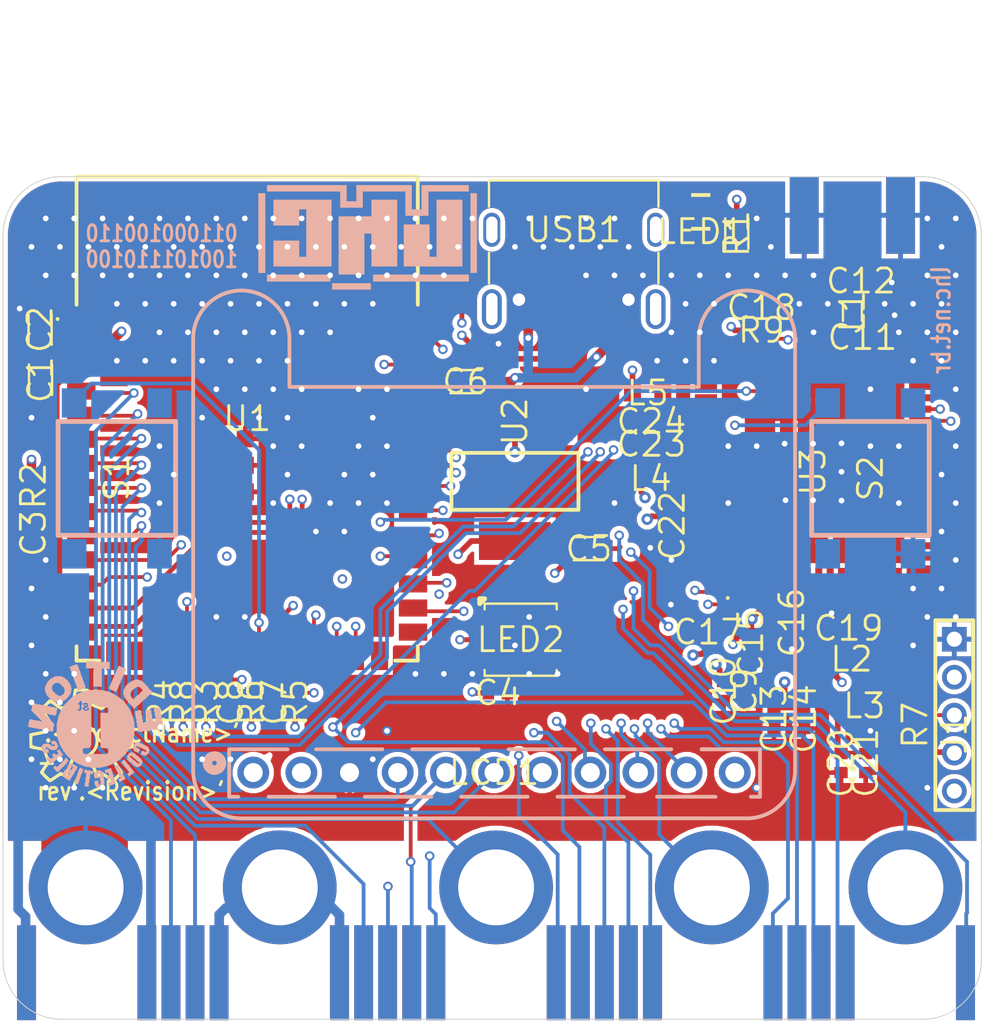
<source format=kicad_pcb>
(kicad_pcb (version 20240108) (generator "pcbnew") (generator_version "8.0")
  (layers (0 "F.Cu" signal "Top Layer") (1 "In1.Cu" signal "Layer 1") (2 "In2.Cu" signal "Layer 2") (31 "B.Cu" signal "Bottom Layer") (34 "B.Paste" user "Bottom Paste") (35 "F.Paste" user "Top Paste") (36 "B.SilkS" user "Bottom Overlay") (37 "F.SilkS" user "Top Overlay") (38 "B.Mask" user "Bottom Solder") (39 "F.Mask" user "Top Solder") (44 "Edge.Cuts" user))
  (net 0 "")
  (net 1 "NetC24_1")
  (net 2 "NetC23_1")
  (net 3 "NetC19_1")
  (net 4 "TFTRESET")
  (net 5 "TFTCS")
  (net 6 "SDCS")
  (net 7 "SDA")
  (net 8 "SCL")
  (net 9 "SCK")
  (net 10 "P12")
  (net 11 "P10")
  (net 12 "P9")
  (net 13 "P8")
  (net 14 "P7")
  (net 15 "P6")
  (net 16 "P4")
  (net 17 "P3")
  (net 18 "P2")
  (net 19 "P1")
  (net 20 "P0")
  (net 21 "MOSI")
  (net 22 "MISO")
  (net 23 "DC")
  (net 24 "CS")
  (net 25 "SW2")
  (net 26 "SW1")
  (net 27 "Vbus")
  (net 28 "NetC20_1")
  (net 29 "RF_Output")
  (net 30 "NetL3_2")
  (net 31 "NetC18_1")
  (net 32 "NetC12_2")
  (net 33 "D-")
  (net 34 "D+")
  (net 35 "BOOT_STM32")
  (net 36 "LORA_RX")
  (net 37 "LORA_TX")
  (net 38 "T_SWDIO")
  (net 39 "T_SWCLK")
  (net 40 "ESP_UART1_TX")
  (net 41 "ESP_UART1_RX")
  (net 42 "EN")
  (net 43 "NetLED1_A")
  (net 44 "LED_RGB")
  (net 45 "VBAT")
  (net 46 "GND")
  (footprint "BASE_MT7688.IntLib:R0603" (layer "F.Cu") (at 161.4011 85.803555 90)
    (property "Reference" "R1")
    (property "Value" "" (hide yes))
  )
  (footprint "rcl.IntLib:C0402" (layer "F.Cu") (at 156.9011 95.703555 180)
    (property "Reference" "C24")
    (property "Value" "" (hide yes))
  )
  (footprint "rcl.IntLib:C0402" (layer "F.Cu") (at 162.1372 107.384145 -90)
    (property "Reference" "C15")
    (property "Value" "" (hide yes))
  )
  (footprint "rcl.IntLib:C0402" (layer "F.Cu") (at 159.9011 106.803555 180)
    (property "Reference" "C17")
    (property "Value" "" (hide yes))
  )
  (footprint "rcl.IntLib:C0402" (layer "F.Cu") (at 134.7011 110.503555 -90)
    (property "Reference" "C8")
    (property "Value" "" (hide yes))
  )
  (footprint "rcl.IntLib:C0402" (layer "F.Cu") (at 166.9011 113.703555 -90)
    (property "Reference" "C20")
    (property "Value" "" (hide yes))
  )
  (footprint "rcl.IntLib:C0603" (layer "F.Cu") (at 124.65361 90.860425 90)
    (property "Reference" "C2")
    (property "Value" "" (hide yes))
  )
  (footprint "rcl.IntLib:C0402" (layer "F.Cu") (at 163.36357 111.377865 -90)
    (property "Reference" "C13")
    (property "Value" "" (hide yes))
  )
  (footprint "TE.IntLib:RAK3172SiP" (layer "F.Cu") (at 165.42629 98.353515 90)
    (property "Reference" "U3")
    (property "Value" "" (hide yes))
  )
  (footprint "rcl.IntLib:C0603" (layer "F.Cu") (at 124.6761 93.503555 -90)
    (property "Reference" "C1")
    (property "Value" "" (hide yes))
  )
  (footprint "rcl.IntLib:C0402" (layer "F.Cu") (at 168.0261 91.278555 180)
    (property "Reference" "C11")
    (property "Value" "" (hide yes))
  )
  (footprint "rcl.IntLib:L0603" (layer "F.Cu") (at 156.7011 94.203555)
    (property "Reference" "L5")
    (property "Value" "" (hide yes))
  )
  (footprint "rcl.IntLib:C0402" (layer "F.Cu") (at 164.3011 106.303555 -90)
    (property "Reference" "C16")
    (property "Value" "" (hide yes))
  )
  (footprint "rcl.IntLib:C0402" (layer "F.Cu") (at 156.9011 96.903555 180)
    (property "Reference" "C23")
    (property "Value" "" (hide yes))
  )
  (footprint "rcl.IntLib:L0603" (layer "F.Cu") (at 167.4511 108.228555)
    (property "Reference" "L2")
    (property "Value" "" (hide yes))
  )
  (footprint "rcl.IntLib:R0402" (layer "F.Cu") (at 131.0011 110.503555 -90)
    (property "Reference" "R4")
    (property "Value" "" (hide yes))
  )
  (footprint "led.IntLib:WS2812BMINI_no_poly" (layer "F.Cu") (at 150.0011 107.203555 180)
    (property "Reference" "LED2")
    (property "Value" "" (hide yes))
  )
  (footprint "rcl.IntLib:C0603" (layer "F.Cu") (at 147.1011 93.603555 180)
    (property "Reference" "C6")
    (property "Value" "" (hide yes))
  )
  (footprint "rcl.IntLib:C0402" (layer "F.Cu") (at 161.8011 109.903555 -90)
    (property "Reference" "C9")
    (property "Value" "" (hide yes))
  )
  (footprint "rcl.IntLib:C0402" (layer "F.Cu") (at 158.0011 101.203555 -90)
    (property "Reference" "C22")
    (property "Value" "" (hide yes))
  )
  (footprint "TE.IntLib:AMPHENOL_12402012E212A" (layer "F.Cu") (at 152.8011 85.603555 180)
    (property "Reference" "USB1")
    (property "Value" "" (hide yes))
  )
  (footprint "rcl.IntLib:R0402" (layer "F.Cu") (at 124.3011 99.103555 90)
    (property "Reference" "R2")
    (property "Value" "" (hide yes))
  )
  (footprint "rcl.IntLib:R0402" (layer "F.Cu") (at 133.4011 110.503555 -90)
    (property "Reference" "R3")
    (property "Value" "" (hide yes))
  )
  (footprint "rcl.IntLib:L0805" (layer "F.Cu") (at 168.12629 110.691055)
    (property "Reference" "L3")
    (property "Value" "" (hide yes))
  )
  (footprint "rcl.IntLib:L0402 - rounded" (layer "F.Cu") (at 167.5011 89.903555 90)
    (property "Reference" "L1")
    (property "Value" "" (hide yes))
  )
  (footprint "rcl.IntLib:C0402" (layer "F.Cu") (at 148.8011 110.003555 180)
    (property "Reference" "C4")
    (property "Value" "" (hide yes))
  )
  (footprint "TE.IntLib:SOT223" (layer "F.Cu") (at 149.7011 95.703555 -90)
    (property "Reference" "U2")
    (property "Value" "" (hide yes))
  )
  (footprint "rcl.IntLib:L0603" (layer "F.Cu") (at 156.86447 98.713145)
    (property "Reference" "L4")
    (property "Value" "" (hide yes))
  )
  (footprint "rcl.IntLib:C0402" (layer "F.Cu") (at 137.0011 110.503555 -90)
    (property "Reference" "C7")
    (property "Value" "" (hide yes))
  )
  (footprint "TE.IntLib:SMA_EDGELAUNCH_UFL" (layer "F.Cu") (at 167.5011 82.803555 -90)
    (property "Reference" "JX1" (hide yes))
    (property "Value" "" (hide yes))
  )
  (footprint "rcl.IntLib:R0402" (layer "F.Cu") (at 138.1011 110.503555 -90)
    (property "Reference" "R5")
    (property "Value" "" (hide yes))
  )
  (footprint "rcl.IntLib:C0402" (layer "F.Cu") (at 168.2011 113.703555 -90)
    (property "Reference" "C21")
    (property "Value" "" (hide yes))
  )
  (footprint "TE.IntLib:ESP32S3WROOM1N16R2" (layer "F.Cu") (at 135.5761 95.553555)
    (property "Reference" "U1")
    (property "Value" "" (hide yes))
  )
  (footprint "rcl.IntLib:C0402" (layer "F.Cu") (at 162.7011 89.703555 180)
    (property "Reference" "C18")
    (property "Value" "" (hide yes))
  )
  (footprint "rcl.IntLib:C0402" (layer "F.Cu") (at 167.3011 106.603555 180)
    (property "Reference" "C19")
    (property "Value" "" (hide yes))
  )
  (footprint "Male_header_200mm.IntLib:62000511121" (layer "F.Cu") (at 172.8761 112.178555 -90)
    (property "Reference" "J1")
    (property "Value" "" (hide yes))
  )
  (footprint "rcl.IntLib:C0402" (layer "F.Cu") (at 160.7011 109.903555 -90)
    (property "Reference" "C10")
    (property "Value" "" (hide yes))
  )
  (footprint "rcl.IntLib:C0402" (layer "F.Cu") (at 124.3011 101.603555 -90)
    (property "Reference" "C3")
    (property "Value" "" (hide yes))
  )
  (footprint "rcl.IntLib:R0402" (layer "F.Cu") (at 170.8011 111.703555 -90)
    (property "Reference" "R7")
    (property "Value" "" (hide yes))
  )
  (footprint "rcl.IntLib:R0402" (layer "F.Cu") (at 132.2011 110.503555 -90)
    (property "Reference" "R8")
    (property "Value" "" (hide yes))
  )
  (footprint "rcl.IntLib:C0402" (layer "F.Cu") (at 167.9511 88.303555 180)
    (property "Reference" "C12")
    (property "Value" "" (hide yes))
  )
  (footprint "rcl.IntLib:C0603" (layer "F.Cu") (at 153.6011 102.403555)
    (property "Reference" "C5")
    (property "Value" "" (hide yes))
  )
  (footprint "BASE_MT7688.IntLib:CHIPLED_0805" (layer "F.Cu") (at 159.5011 85.703555)
    (property "Reference" "LED1")
    (property "Value" "" (hide yes))
  )
  (footprint "rcl.IntLib:R0402" (layer "F.Cu") (at 135.8011 110.503555 -90)
    (property "Reference" "R6")
    (property "Value" "" (hide yes))
  )
  (footprint "rcl.IntLib:R0402" (layer "F.Cu") (at 162.7011 90.903555 180)
    (property "Reference" "R9")
    (property "Value" "" (hide yes))
  )
  (footprint "rcl.IntLib:C0402" (layer "F.Cu") (at 164.92622 111.377805 -90)
    (property "Reference" "C14")
    (property "Value" "" (hide yes))
  )
  (footprint "TE.IntLib:MICROBIT_EDGE" (layer "B.Cu") (at 148.7011 127.203555 180)
    (property "Reference" "MB1" (hide yes))
    (property "Value" "" (hide yes))
  )
  (footprint "TE.IntLib:ADafruit 0.96 Display" (layer "B.Cu") (at 148.6011 114.203555 180)
    (property "Reference" "LCD1")
    (property "Value" "" (hide yes))
  )
  (footprint "Switches.IntLib:4301x20438x6_6x6x4.3_DTSM-6" (layer "B.Cu") (at 128.7011 98.703555 90)
    (property "Reference" "S1")
    (property "Value" "" (hide yes))
  )
  (footprint "Switches.IntLib:4301x20438x6_6x6x4.3_DTSM-6" (layer "B.Cu") (at 168.4511 98.703555 90)
    (property "Reference" "S2")
    (property "Value" "" (hide yes))
  )
  (gr_poly (pts (xy 136.75469 113.294825) (xy 136.75469 113.299625) (xy 136.74988 113.299625) (xy 136.74988 113.290015) (xy 136.75469 113.290015)) (fill solid) (layer "F.Cu"))
  (gr_poly (pts (xy 124.71988 115.891055) (xy 124.71988 118.703555) (xy 129.28232 118.703555) (xy 129.28232 115.891055)) (fill solid) (layer "F.Cu") (net 46))
  (gr_poly (pts (xy 124.1761 91.128555) (xy 124.1761 93.153555) (xy 124.41047 93.153555) (xy 125.56047 92.003555) (xy 126.70098 92.003555) (xy 126.70098 91.128555)) (fill solid) (layer "F.Cu") (net 45))
  (gr_poly (pts (xy 136.74508 113.314045) (xy 136.74508 113.338075) (xy 136.74027 113.338075) (xy 136.74027 113.342875) (xy 136.73547 113.342875) (xy 136.73547 113.318855) (xy 136.74027 113.318855) (xy 136.74027 113.314045)) (fill solid) (layer "F.Cu"))
  (gr_poly (pts (xy 125.80554 109.162445) (xy 125.87443 109.162445) (xy 125.87443 109.196885) (xy 125.94332 109.196885) (xy 125.94332 109.231335) (xy 125.97777 109.231335) (xy 125.97777 109.265775) (xy 126.01221 109.265775) (xy 126.01221 109.300225) (xy 126.0811 109.300225) (xy 126.0811 109.334665) (xy 126.11554 109.334665) (xy 126.11554 109.403555) (xy 126.14999 109.403555) (xy 126.14999 109.437995) (xy 126.18443 109.437995) (xy 126.18443 109.472445) (xy 126.21888 109.472445) (xy 126.21888 109.541335) (xy 126.25332 109.541335) (xy 126.25332 109.610225) (xy 126.28777 109.610225) (xy 126.28777 109.782445) (xy 126.32221 109.782445) (xy 126.32221 109.851335) (xy 126.28777 109.851335) (xy 126.28777 110.023555) (xy 126.25332 110.023555) (xy 126.25332 110.092445) (xy 126.21888 110.092445) (xy 126.21888 110.126885) (xy 126.18443 110.126885) (xy 126.18443 110.195775) (xy 126.14999 110.195775) (xy 126.14999 110.230225) (xy 126.11554 110.230225) (xy 126.11554 110.264665) (xy 126.0811 110.264665) (xy 126.0811 110.299115) (xy 126.04666 110.299115) (xy 126.04666 110.333555) (xy 126.01221 110.333555) (xy 126.01221 110.367995) (xy 125.97777 110.367995) (xy 125.97777 110.402445) (xy 125.90888 110.402445) (xy 125.90888 110.436885) (xy 125.83999 110.436885) (xy 125.83999 110.471335) (xy 125.7711 110.471335) (xy 125.7711 110.505775) (xy 125.4611 110.505775) (xy 125.4611 110.471335) (xy 125.35777 110.471335) (xy 125.35777 110.436885) (xy 125.32332 110.436885) (xy 125.32332 110.402445) (xy 125.25443 110.402445) (xy 125.25443 110.367995) (xy 125.21999 110.367995) (xy 125.21999 110.333555) (xy 125.18555 110.333555) (xy 125.18555 110.299115) (xy 125.1511 110.299115) (xy 125.1511 110.264665) (xy 125.11666 110.264665) (xy 125.11666 110.230225) (xy 125.08221 110.230225) (xy 125.08221 110.195775) (xy 125.04777 110.195775) (xy 125.04777 110.161335) (xy 125.01332 110.161335) (xy 125.01332 110.092445) (xy 124.97888 110.092445) (xy 124.97888 110.023555) (xy 124.94443 110.023555) (xy 124.94443 109.954665) (xy 124.94443 109.920225) (xy 124.90999 109.920225) (xy 124.90999 109.679115) (xy 124.94443 109.679115) (xy 124.94443 109.610225) (xy 125.28888 109.610225) (xy 125.28888 109.851335) (xy 125.32332 109.851335) (xy 125.32332 109.920225) (xy 125.35777 109.920225) (xy 125.35777 109.954665) (xy 125.39221 109.954665) (xy 125.39221 109.989115) (xy 125.42666 109.989115) (xy 125.42666 110.023555) (xy 125.4611 110.023555) (xy 125.4611 110.057995) (xy 125.49554 110.057995) (xy 125.49554 110.092445) (xy 125.56443 110.092445) (xy 125.56443 110.126885) (xy 125.63332 110.126885) (xy 125.63332 110.161335) (xy 125.7711 110.161335) (xy 125.7711 110.126885) (xy 125.80554 110.126885) (xy 125.80554 110.092445) (xy 125.87443 110.092445) (xy 125.87443 110.057995) (xy 125.90888 110.057995) (xy 125.90888 109.989115) (xy 125.94332 109.989115) (xy 125.94332 109.782445) (xy 125.90888 109.782445) (xy 125.90888 109.713555) (xy 125.87443 109.713555) (xy 125.87443 109.679115) (xy 125.83999 109.679115) (xy 125.83999 109.644665) (xy 125.80554 109.644665) (xy 125.80554 109.610225) (xy 125.7711 109.610225) (xy 125.7711 109.575775) (xy 125.73666 109.575775) (xy 125.73666 109.541335) (xy 125.70221 109.541335) (xy 125.70221 109.506885) (xy 125.63332 109.506885) (xy 125.63332 109.472445) (xy 125.4611 109.472445) (xy 125.4611 109.506885) (xy 125.39221 109.506885) (xy 125.39221 109.541335) (xy 125.35777 109.541335) (xy 125.35777 109.575775) (xy 125.32332 109.575775) (xy 125.32332 109.610225) (xy 125.28888 109.610225) (xy 124.94443 109.610225) (xy 124.94443 109.575775) (xy 124.97888 109.575775) (xy 124.97888 109.506885) (xy 125.01332 109.506885) (xy 125.01332 109.472445) (xy 125.04777 109.472445) (xy 125.04777 109.403555) (xy 125.08221 109.403555) (xy 125.08221 109.369105) (xy 125.11666 109.369105) (xy 125.11666 109.334665) (xy 125.1511 109.334665) (xy 125.1511 109.300225) (xy 125.18555 109.300225) (xy 125.18555 109.265775) (xy 125.25443 109.265775) (xy 125.25443 109.231335) (xy 125.28888 109.231335) (xy 125.28888 109.196885) (xy 125.35777 109.196885) (xy 125.35777 109.162445) (xy 125.42665 109.162445) (xy 125.42665 109.127995) (xy 125.80554 109.127995)) (fill solid) (layer "B.SilkS"))
  (gr_poly (pts (xy 128.80221 114.294665) (xy 128.80221 114.363555) (xy 128.83666 114.363555) (xy 128.83666 114.397995) (xy 128.8711 114.397995) (xy 128.8711 114.466885) (xy 128.90554 114.466885) (xy 128.90554 114.501335) (xy 128.83666 114.501335) (xy 128.83666 114.535775) (xy 128.80221 114.535775) (xy 128.80221 114.639105) (xy 128.83666 114.639105) (xy 128.83666 114.707995) (xy 128.8711 114.707995) (xy 128.8711 114.673555) (xy 128.93999 114.673555) (xy 128.93999 114.639105) (xy 129.00888 114.639105) (xy 129.00888 114.604665) (xy 129.07777 114.604665) (xy 129.07777 114.570225) (xy 129.14666 114.570225) (xy 129.14666 114.466885) (xy 129.11221 114.466885) (xy 129.11221 114.397995) (xy 129.07777 114.397995) (xy 129.07777 114.363555) (xy 129.04332 114.363555) (xy 129.04332 114.294665) (xy 129.00888 114.294665) (xy 129.00888 114.225775) (xy 128.97443 114.225775) (xy 128.97443 114.156885) (xy 128.93999 114.156885) (xy 128.93999 114.088005) (xy 128.90554 114.088005) (xy 128.90554 114.019115) (xy 128.8711 114.019115) (xy 128.8711 113.950225) (xy 128.83666 113.950225) (xy 128.83666 113.881335) (xy 128.80221 113.881335) (xy 128.80221 113.812445) (xy 128.76777 113.812445) (xy 128.76777 113.777995) (xy 128.73332 113.777995) (xy 128.73332 113.812445) (xy 128.66443 113.812445) (xy 128.66443 113.846885) (xy 128.59554 113.846885) (xy 128.59554 113.950225) (xy 128.62999 113.950225) (xy 128.62999 114.019115) (xy 128.66443 114.019115) (xy 128.66443 114.088005) (xy 128.69888 114.088005) (xy 128.69888 114.156885) (xy 128.73332 114.156885) (xy 128.73332 114.225775) (xy 128.76777 114.225775) (xy 128.76777 114.294665)) (fill solid) (layer "B.SilkS"))
  (gr_poly (pts (xy 147.3551 84.071155) (xy 147.3551 87.876755) (xy 147.6959 87.876755) (xy 147.6959 83.673555) (xy 147.3551 83.673555) (xy 147.3551 84.042755)) (fill solid) (layer "B.SilkS"))
  (gr_poly (pts (xy 155.92665 75.897995) (xy 155.92665 75.881285) (xy 155.9183 75.881285) (xy 155.9183 75.906355) (xy 155.92665 75.906355)) (fill solid) (layer "B.SilkS"))
  (gr_poly (pts (xy 127.0111 114.053555) (xy 127.0111 114.088005) (xy 126.97665 114.088005) (xy 126.97665 114.225775) (xy 127.07999 114.225775) (xy 127.07999 114.466885) (xy 127.04554 114.466885) (xy 127.04554 114.707995) (xy 127.0111 114.707995) (xy 127.0111 114.880225) (xy 126.97665 114.880225) (xy 126.97665 114.914665) (xy 127.07999 114.914665) (xy 127.07999 114.949115) (xy 127.21777 114.949115) (xy 127.21777 114.742445) (xy 127.25221 114.742445) (xy 127.25221 114.535775) (xy 127.28666 114.535775) (xy 127.28666 114.294665) (xy 127.3211 114.294665) (xy 127.3211 114.260225) (xy 127.35554 114.260225) (xy 127.35554 114.294665) (xy 127.42443 114.294665) (xy 127.42443 114.260225) (xy 127.45888 114.260225) (xy 127.45888 114.122445) (xy 127.3211 114.122445) (xy 127.3211 114.088005) (xy 127.11443 114.088005) (xy 127.11443 114.053555) (xy 127.04554 114.053555)) (fill solid) (layer "B.SilkS"))
  (gr_poly (pts (xy 127.49332 114.363555) (xy 127.49332 114.432445) (xy 127.52777 114.432445) (xy 127.52777 114.501335) (xy 127.73443 114.501335) (xy 127.73443 114.363555) (xy 127.69999 114.363555) (xy 127.69999 114.260225) (xy 127.73443 114.260225) (xy 127.73443 114.225775) (xy 127.76888 114.225775) (xy 127.76888 114.260225) (xy 127.80332 114.260225) (xy 127.80332 114.604665) (xy 127.83777 114.604665) (xy 127.83777 114.845775) (xy 127.76888 114.845775) (xy 127.76888 114.811335) (xy 127.73443 114.811335) (xy 127.73443 114.639105) (xy 127.52777 114.639105) (xy 127.52777 114.845775) (xy 127.56221 114.845775) (xy 127.56221 114.914665) (xy 127.59666 114.914665) (xy 127.59666 114.949115) (xy 127.66555 114.949115) (xy 127.66555 114.983555) (xy 127.90666 114.983555) (xy 127.90666 114.949115) (xy 127.97554 114.949115) (xy 127.97554 114.914665) (xy 128.00999 114.914665) (xy 128.00999 114.845775) (xy 128.04443 114.845775) (xy 128.04443 114.535775) (xy 128.00999 114.535775) (xy 128.00999 114.225775) (xy 127.97554 114.225775) (xy 127.97554 114.156885) (xy 127.90666 114.156885) (xy 127.90666 114.122445) (xy 127.83777 114.122445) (xy 127.83777 114.088005) (xy 127.69999 114.088005) (xy 127.69999 114.122445) (xy 127.59666 114.122445) (xy 127.59666 114.156885) (xy 127.56221 114.156885) (xy 127.56221 114.191335) (xy 127.52777 114.191335) (xy 127.52777 114.294665) (xy 127.49332 114.294665) (xy 127.49332 114.329105)) (fill solid) (layer "B.SilkS"))
  (gr_poly (pts (xy 124.25554 110.677995) (xy 124.2211 110.677995) (xy 124.2211 110.850225) (xy 124.18665 110.850225) (xy 124.18665 110.953555) (xy 124.2211 110.953555) (xy 124.2211 110.987995) (xy 124.25554 110.987995) (xy 124.25554 111.022445) (xy 124.28999 111.022445) (xy 124.28999 111.056885) (xy 124.32443 111.056885) (xy 124.32443 111.091335) (xy 124.35888 111.091335) (xy 124.35888 111.125775) (xy 124.39332 111.125775) (xy 124.39332 111.160225) (xy 124.42777 111.160225) (xy 124.42777 111.194665) (xy 124.46221 111.194665) (xy 124.46221 111.229115) (xy 124.49666 111.229115) (xy 124.49666 111.263555) (xy 124.5311 111.263555) (xy 124.5311 111.297995) (xy 124.56554 111.297995) (xy 124.56554 111.332445) (xy 124.59999 111.332445) (xy 124.59999 111.366885) (xy 124.63443 111.366885) (xy 124.63443 111.401335) (xy 124.66888 111.401335) (xy 124.66888 111.435775) (xy 124.70332 111.435775) (xy 124.70332 111.470225) (xy 124.73777 111.470225) (xy 124.73777 111.504665) (xy 124.63443 111.504665) (xy 124.63443 111.470225) (xy 124.42777 111.470225) (xy 124.42777 111.435775) (xy 124.25554 111.435775) (xy 124.25554 111.401335) (xy 124.08332 111.401335) (xy 124.08332 111.539115) (xy 124.04888 111.539115) (xy 124.04888 111.711335) (xy 124.01443 111.711335) (xy 124.01443 111.780225) (xy 124.04888 111.780225) (xy 124.04888 111.814665) (xy 124.18665 111.814665) (xy 124.18665 111.849105) (xy 124.39332 111.849105) (xy 124.39332 111.883555) (xy 124.56554 111.883555) (xy 124.56554 111.917995) (xy 124.73777 111.917995) (xy 124.73777 111.952445) (xy 124.90999 111.952445) (xy 124.90999 111.986885) (xy 125.08221 111.986885) (xy 125.08221 112.021335) (xy 125.25443 112.021335) (xy 125.25443 112.055775) (xy 125.32332 112.055775) (xy 125.32332 111.986885) (xy 125.35777 111.986885) (xy 125.35777 111.780225) (xy 125.39221 111.780225) (xy 125.39221 111.608005) (xy 125.35777 111.608005) (xy 125.35777 111.573555) (xy 125.32332 111.573555) (xy 125.32332 111.539115) (xy 125.28888 111.539115) (xy 125.28888 111.504665) (xy 125.25443 111.504665) (xy 125.25443 111.470225) (xy 125.21999 111.470225) (xy 125.21999 111.435775) (xy 125.18555 111.435775) (xy 125.18555 111.401335) (xy 125.1511 111.401335) (xy 125.1511 111.366885) (xy 125.11666 111.366885) (xy 125.11666 111.332445) (xy 125.08221 111.332445) (xy 125.08221 111.297995) (xy 125.04777 111.297995) (xy 125.04777 111.263555) (xy 125.01332 111.263555) (xy 125.01332 111.229115) (xy 124.97888 111.229115) (xy 124.97888 111.194665) (xy 124.94443 111.194665) (xy 124.94443 111.160225) (xy 124.90999 111.160225) (xy 124.90999 111.125775) (xy 124.87554 111.125775) (xy 124.87554 111.091335) (xy 124.97888 111.091335) (xy 124.97888 111.125775) (xy 125.1511 111.125775) (xy 125.1511 111.160225) (xy 125.32332 111.160225) (xy 125.32332 111.194665) (xy 125.49554 111.194665) (xy 125.49554 111.091335) (xy 125.52999 111.091335) (xy 125.52999 110.919115) (xy 125.56443 110.919115) (xy 125.56443 110.781335) (xy 125.39221 110.781335) (xy 125.39221 110.746885) (xy 125.21999 110.746885) (xy 125.21999 110.712445) (xy 125.04777 110.712445) (xy 125.04777 110.677995) (xy 124.87554 110.677995) (xy 124.87554 110.643555) (xy 124.66888 110.643555) (xy 124.66888 110.609105) (xy 124.49666 110.609105) (xy 124.49666 110.574665) (xy 124.32443 110.574665) (xy 124.32443 110.540225) (xy 124.25554 110.540225) (xy 124.25554 110.643555)) (fill solid) (layer "B.SilkS"))
  (gr_poly (pts (xy 129.38777 113.881335) (xy 129.38777 113.846885) (xy 129.35332 113.846885) (xy 129.35332 113.812445) (xy 129.31888 113.812445) (xy 129.31888 113.777995) (xy 129.28443 113.777995) (xy 129.28443 113.743555) (xy 129.24999 113.743555) (xy 129.24999 113.674665) (xy 129.21554 113.674665) (xy 129.21554 113.640225) (xy 129.1811 113.640225) (xy 129.1811 113.605775) (xy 129.14666 113.605775) (xy 129.14666 113.536885) (xy 129.04332 113.536885) (xy 129.04332 113.571335) (xy 129.00888 113.571335) (xy 129.00888 113.605775) (xy 128.97443 113.605775) (xy 128.97443 113.640225) (xy 128.93999 113.640225) (xy 128.93999 113.674665) (xy 128.97443 113.674665) (xy 128.97443 113.743555) (xy 129.00888 113.743555) (xy 129.00888 113.777995) (xy 129.04332 113.777995) (xy 129.04332 113.812445) (xy 129.07777 113.812445) (xy 129.07777 113.846885) (xy 129.11221 113.846885) (xy 129.11221 113.915775) (xy 129.14666 113.915775) (xy 129.14666 113.950225) (xy 129.1811 113.950225) (xy 129.1811 113.984665) (xy 129.21554 113.984665) (xy 129.21554 114.019115) (xy 129.24999 114.019115) (xy 129.24999 114.088005) (xy 129.28443 114.088005) (xy 129.28443 114.122445) (xy 129.31888 114.122445) (xy 129.31888 114.156885) (xy 129.35332 114.156885) (xy 129.35332 114.191335) (xy 129.31888 114.191335) (xy 129.31888 114.225775) (xy 129.28443 114.225775) (xy 129.28443 114.260225) (xy 129.24999 114.260225) (xy 129.24999 114.294665) (xy 129.28443 114.294665) (xy 129.28443 114.329105) (xy 129.31888 114.329105) (xy 129.31888 114.397995) (xy 129.38777 114.397995) (xy 129.38777 114.363555) (xy 129.42221 114.363555) (xy 129.42221 114.329105) (xy 129.45665 114.329105) (xy 129.45665 114.294665) (xy 129.52554 114.294665) (xy 129.52554 114.260225) (xy 129.55999 114.260225) (xy 129.55999 114.225775) (xy 129.59443 114.225775) (xy 129.59443 114.191335) (xy 129.62888 114.191335) (xy 129.62888 114.156885) (xy 129.59443 114.156885) (xy 129.59443 114.122445) (xy 129.55999 114.122445) (xy 129.55999 114.088005) (xy 129.52554 114.088005) (xy 129.52554 114.019115) (xy 129.4911 114.019115) (xy 129.4911 113.984665) (xy 129.45665 113.984665) (xy 129.45665 113.950225) (xy 129.42221 113.950225) (xy 129.42221 113.915775) (xy 129.38777 113.915775)) (fill solid) (layer "B.SilkS"))
  (gr_poly (pts (xy 127.69999 109.851335) (xy 127.97554 109.851335) (xy 127.97554 109.885775) (xy 128.11332 109.885775) (xy 128.11332 109.920225) (xy 128.2511 109.920225) (xy 128.2511 109.954665) (xy 128.35443 109.954665) (xy 128.35443 109.989115) (xy 128.42332 109.989115) (xy 128.42332 110.023555) (xy 128.49221 110.023555) (xy 128.49221 110.058005) (xy 128.5611 110.058005) (xy 128.5611 110.092445) (xy 128.62999 110.092445) (xy 128.62999 110.126885) (xy 128.66443 110.126885) (xy 128.66443 110.161335) (xy 128.73332 110.161335) (xy 128.73332 110.195775) (xy 128.76777 110.195775) (xy 128.76777 110.230225) (xy 128.83666 110.230225) (xy 128.83666 110.264665) (xy 128.8711 110.264665) (xy 128.8711 110.299115) (xy 128.90554 110.299115) (xy 128.90554 110.333555) (xy 128.97443 110.333555) (xy 128.97443 110.367995) (xy 129.00888 110.367995) (xy 129.00888 110.402445) (xy 129.04332 110.402445) (xy 129.04332 110.436885) (xy 129.07777 110.436885) (xy 129.07777 110.471335) (xy 129.11221 110.471335) (xy 129.11221 110.505775) (xy 129.14666 110.505775) (xy 129.14666 110.574665) (xy 129.1811 110.574665) (xy 129.1811 110.609105) (xy 129.21554 110.609105) (xy 129.21554 110.643555) (xy 129.24999 110.643555) (xy 129.24999 110.712445) (xy 129.28443 110.712445) (xy 129.28443 110.746885) (xy 129.31888 110.746885) (xy 129.31888 110.815775) (xy 129.35332 110.815775) (xy 129.35332 110.850225) (xy 129.38777 110.850225) (xy 129.38777 110.919115) (xy 129.42221 110.919115) (xy 129.42221 110.987995) (xy 129.45665 110.987995) (xy 129.45665 111.056885) (xy 129.4911 111.056885) (xy 129.4911 111.160225) (xy 129.52554 111.160225) (xy 129.52554 111.229115) (xy 129.55999 111.229115) (xy 129.55999 111.366885) (xy 129.59443 111.366885) (xy 129.59443 111.504665) (xy 129.62888 111.504665) (xy 129.62888 112.262445) (xy 129.59443 112.262445) (xy 129.59443 112.434665) (xy 129.55999 112.434665) (xy 129.55999 112.537995) (xy 129.52554 112.537995) (xy 129.52554 112.641335) (xy 129.4911 112.641335) (xy 129.4911 112.710225) (xy 129.45665 112.710225) (xy 129.45665 112.813555) (xy 129.42221 112.813555) (xy 129.42221 112.848005) (xy 129.38777 112.848005) (xy 129.38777 112.916885) (xy 129.35332 112.916885) (xy 129.35332 112.985775) (xy 129.31888 112.985775) (xy 129.31888 113.054665) (xy 129.28443 113.054665) (xy 129.28443 113.089105) (xy 129.24999 113.089105) (xy 129.24999 113.123555) (xy 129.21554 113.123555) (xy 129.21554 113.192445) (xy 129.1811 113.192445) (xy 129.1811 113.226885) (xy 129.14666 113.226885) (xy 129.14666 113.261335) (xy 129.11221 113.261335) (xy 129.11221 113.295775) (xy 129.07777 113.295775) (xy 129.07777 113.330225) (xy 129.04332 113.330225) (xy 129.04332 113.364665) (xy 129.00888 113.364665) (xy 129.00888 113.399115) (xy 128.97443 113.399115) (xy 128.97443 113.433555) (xy 128.93999 113.433555) (xy 128.93999 113.467995) (xy 128.90554 113.467995) (xy 128.90554 113.502445) (xy 128.8711 113.502445) (xy 128.8711 113.536885) (xy 128.80221 113.536885) (xy 128.80221 113.571335) (xy 128.76777 113.571335) (xy 128.76777 113.605775) (xy 128.69888 113.605775) (xy 128.69888 113.640225) (xy 128.66443 113.640225) (xy 128.66443 113.674665) (xy 128.59554 113.674665) (xy 128.59554 113.709115) (xy 128.52666 113.709115) (xy 128.52666 113.743555) (xy 128.45777 113.743555) (xy 128.45777 113.777995) (xy 128.38888 113.777995) (xy 128.38888 113.812445) (xy 128.28554 113.812445) (xy 128.28554 113.846885) (xy 128.18221 113.846885) (xy 128.18221 113.881335) (xy 128.04443 113.881335) (xy 128.04443 113.915775) (xy 127.87221 113.915775) (xy 127.87221 113.950225) (xy 127.28666 113.950225) (xy 127.28666 113.915775) (xy 127.11443 113.915775) (xy 127.11443 113.881335) (xy 126.97665 113.881335) (xy 126.97665 113.846885) (xy 126.87332 113.846885) (xy 126.87332 113.812445) (xy 126.80443 113.812445) (xy 126.80443 113.777995) (xy 126.7011 113.777995) (xy 126.7011 113.743555) (xy 126.63221 113.743555) (xy 126.63221 113.709115) (xy 126.56332 113.709115) (xy 126.56332 113.674665) (xy 126.52888 113.674665) (xy 126.52888 113.640225) (xy 126.45999 113.640225) (xy 126.45999 113.605775) (xy 126.3911 113.605775) (xy 126.3911 113.571335) (xy 126.35666 113.571335) (xy 126.35666 113.536885) (xy 126.32221 113.536885) (xy 126.32221 113.502445) (xy 126.28777 113.502445) (xy 126.28777 113.467995) (xy 126.21888 113.467995) (xy 126.21888 113.433555) (xy 126.18443 113.433555) (xy 126.18443 113.399115) (xy 126.14999 113.399115) (xy 126.14999 113.364665) (xy 126.11554 113.364665) (xy 126.11554 113.330225) (xy 126.0811 113.330225) (xy 126.0811 113.295775) (xy 126.04666 113.295775) (xy 126.04666 113.261335) (xy 126.01221 113.261335) (xy 126.01221 113.226885) (xy 125.97777 113.226885) (xy 125.97777 113.157995) (xy 125.94332 113.157995) (xy 125.94332 113.123555) (xy 125.90888 113.123555) (xy 125.90888 113.089105) (xy 125.87443 113.089105) (xy 125.87443 113.020225) (xy 125.83999 113.020225) (xy 125.83999 112.951335) (xy 126.90777 112.951335) (xy 126.90777 113.157995) (xy 126.94221 113.157995) (xy 126.94221 113.192445) (xy 126.97666 113.192445) (xy 126.97666 113.226885) (xy 128.18221 113.226885) (xy 128.18221 113.192445) (xy 128.21666 113.192445) (xy 128.21666 113.157995) (xy 128.2511 113.157995) (xy 128.2511 112.951335) (xy 128.21666 112.951335) (xy 128.21666 112.916885) (xy 127.90666 112.916885) (xy 127.90666 112.882445) (xy 127.83777 112.882445) (xy 127.83777 111.056885) (xy 128.2511 111.056885) (xy 128.2511 110.815775) (xy 128.21666 110.815775) (xy 128.21666 110.781335) (xy 128.04443 110.781335) (xy 128.04443 110.746885) (xy 127.90666 110.746885) (xy 127.90666 110.712445) (xy 127.76888 110.712445) (xy 127.76888 110.677995) (xy 127.66554 110.677995) (xy 127.66554 110.643555) (xy 127.59666 110.643555) (xy 127.59666 110.609115) (xy 127.49332 110.609115) (xy 127.49332 110.574665) (xy 127.38999 110.574665) (xy 127.38999 110.609115) (xy 127.35554 110.609115) (xy 127.35554 110.987995) (xy 127.35554 111.022445) (xy 127.35554 112.779115) (xy 127.3211 112.779115) (xy 127.3211 112.882445) (xy 127.25221 112.882445) (xy 127.25221 112.916885) (xy 126.94221 112.916885) (xy 126.94221 112.951335) (xy 126.90777 112.951335) (xy 125.83999 112.951335) (xy 125.80554 112.951335) (xy 125.80554 112.916885) (xy 125.7711 112.916885) (xy 125.7711 112.848005) (xy 125.73665 112.848005) (xy 125.73665 112.779115) (xy 125.70221 112.779115) (xy 125.70221 112.710225) (xy 125.66777 112.710225) (xy 125.66777 112.606885) (xy 125.63332 112.606885) (xy 125.63332 112.503555) (xy 125.59888 112.503555) (xy 125.59888 112.400225) (xy 125.56443 112.400225) (xy 125.56443 112.227995) (xy 125.52999 112.227995) (xy 125.52999 111.573555) (xy 125.56443 111.573555) (xy 125.56443 111.401335) (xy 125.59888 111.401335) (xy 125.59888 111.263555) (xy 125.63332 111.263555) (xy 125.63332 111.160225) (xy 125.66777 111.160225) (xy 125.66777 111.091335) (xy 125.70221 111.091335) (xy 125.70221 110.987995) (xy 125.73665 110.987995) (xy 125.73665 110.919115) (xy 125.7711 110.919115) (xy 125.7711 110.884665) (xy 125.80554 110.884665) (xy 125.80554 110.815775) (xy 125.83999 110.815775) (xy 125.83999 110.746885) (xy 125.87443 110.746885) (xy 125.87443 110.712445) (xy 125.90888 110.712445) (xy 125.90888 110.643555) (xy 125.94332 110.643555) (xy 125.94332 110.609105) (xy 125.97777 110.609105) (xy 125.97777 110.574665) (xy 126.01221 110.574665) (xy 126.63221 110.574665) (xy 126.63221 110.609115) (xy 126.73554 110.609115) (xy 126.73554 110.850225) (xy 126.7011 110.850225) (xy 126.7011 110.884665) (xy 126.66666 110.884665) (xy 126.66666 110.850225) (xy 126.63221 110.850225) (xy 126.63221 110.884665) (xy 126.63221 110.919115) (xy 126.7011 110.919115) (xy 126.7011 110.953555) (xy 126.76999 110.953555) (xy 126.76999 110.919115) (xy 126.80443 110.919115) (xy 126.80443 110.884665) (xy 126.83888 110.884665) (xy 126.83888 110.781335) (xy 126.90777 110.781335) (xy 126.90777 110.850225) (xy 126.94221 110.850225) (xy 126.94221 110.919115) (xy 127.0111 110.919115) (xy 127.0111 110.953555) (xy 127.11443 110.953555) (xy 127.11443 110.919115) (xy 127.21777 110.919115) (xy 127.21777 110.815775) (xy 127.21777 110.781335) (xy 127.14888 110.781335) (xy 127.14888 110.850225) (xy 127.11443 110.850225) (xy 127.11443 110.884665) (xy 127.0111 110.884665) (xy 127.0111 110.815775) (xy 127.04554 110.815775) (xy 127.04554 110.781335) (xy 127.11443 110.781335) (xy 127.11443 110.746885) (xy 127.18332 110.746885) (xy 127.18332 110.574665) (xy 127.14888 110.574665) (xy 127.14888 110.540225) (xy 126.94221 110.540225) (xy 126.94221 110.677995) (xy 127.0111 110.677995) (xy 127.0111 110.712445) (xy 126.97666 110.712445) (xy 126.97666 110.746885) (xy 126.94221 110.746885) (xy 126.94221 110.781335) (xy 126.90777 110.781335) (xy 126.83888 110.781335) (xy 126.83888 110.609115) (xy 126.90777 110.609115) (xy 126.90777 110.574665) (xy 126.87332 110.574665) (xy 126.87332 110.540225) (xy 126.83888 110.540225) (xy 126.83888 110.436885) (xy 126.73554 110.436885) (xy 126.73554 110.540225) (xy 126.66666 110.540225) (xy 126.66666 110.574665) (xy 126.63221 110.574665) (xy 126.01221 110.574665) (xy 126.01221 110.540225) (xy 126.04666 110.540225) (xy 126.04666 110.505775) (xy 126.0811 110.505775) (xy 126.0811 110.471335) (xy 126.11554 110.471335) (xy 126.11554 110.436885) (xy 126.14999 110.436885) (xy 126.14999 110.402445) (xy 126.18443 110.402445) (xy 126.18443 110.367995) (xy 126.21888 110.367995) (xy 126.21888 110.333555) (xy 126.25332 110.333555) (xy 126.25332 110.299115) (xy 126.28777 110.299115) (xy 126.28777 110.264665) (xy 126.32221 110.264665) (xy 126.32221 110.230225) (xy 126.3911 110.230225) (xy 126.3911 110.195775) (xy 126.42555 110.195775) (xy 126.42555 110.161335) (xy 126.49443 110.161335) (xy 126.49443 110.126885) (xy 126.52888 110.126885) (xy 126.52888 110.092445) (xy 126.59777 110.092445) (xy 126.59777 110.058005) (xy 126.66665 110.058005) (xy 126.66665 110.023555) (xy 126.73554 110.023555) (xy 126.73554 109.989115) (xy 126.83888 109.989115) (xy 126.83888 109.954665) (xy 126.90777 109.954665) (xy 126.90777 109.920225) (xy 127.04554 109.920225) (xy 127.04554 109.885775) (xy 127.18332 109.885775) (xy 127.18332 109.851335) (xy 127.45888 109.851335) (xy 127.45888 109.816885) (xy 127.69999 109.816885)) (fill solid) (layer "B.SilkS"))
  (gr_poly (pts (xy 142.1011 88.444755) (xy 142.1011 88.416355) (xy 140.0563 88.416355) (xy 140.0563 88.757155) (xy 142.1011 88.757155) (xy 142.1011 88.473155)) (fill solid) (layer "B.SilkS"))
  (gr_poly (pts (xy 138.8067 87.535955) (xy 139.9995 87.535955) (xy 139.9995 87.507555) (xy 140.0279 87.507555) (xy 140.0279 84.014355) (xy 136.9607 84.014355) (xy 136.9607 85.377555) (xy 138.3239 85.377555) (xy 138.3239 84.525555) (xy 138.6931 84.525555) (xy 138.6931 87.024755) (xy 138.3239 87.024755) (xy 138.3239 86.172755) (xy 136.9607 86.172755) (xy 136.9607 87.535955) (xy 138.7783 87.535955)) (fill solid) (layer "B.SilkS"))
  (gr_poly (pts (xy 127.07999 108.542445) (xy 127.07999 108.714665) (xy 127.49332 108.714665) (xy 127.49332 108.783555) (xy 127.45888 108.783555) (xy 127.45888 109.679115) (xy 127.90666 109.679115) (xy 127.90666 108.749115) (xy 127.9411 108.749115) (xy 127.9411 108.714665) (xy 128.14777 108.714665) (xy 128.14777 108.749115) (xy 128.31999 108.749115) (xy 128.31999 108.370225) (xy 127.56221 108.370225) (xy 127.56221 108.335775) (xy 127.07999 108.335775) (xy 127.07999 108.507995)) (fill solid) (layer "B.SilkS"))
  (gr_poly (pts (xy 126.87332 109.231335) (xy 126.87332 109.162445) (xy 126.83888 109.162445) (xy 126.83888 109.059115) (xy 126.80443 109.059115) (xy 126.80443 108.955775) (xy 126.76999 108.955775) (xy 126.76999 108.852445) (xy 126.73554 108.852445) (xy 126.73554 108.783555) (xy 126.7011 108.783555) (xy 126.7011 108.680225) (xy 126.66665 108.680225) (xy 126.66665 108.576885) (xy 126.63221 108.576885) (xy 126.63221 108.507995) (xy 126.49443 108.507995) (xy 126.49443 108.542445) (xy 126.3911 108.542445) (xy 126.3911 108.576885) (xy 126.32221 108.576885) (xy 126.32221 108.611335) (xy 126.21888 108.611335) (xy 126.21888 108.714665) (xy 126.25332 108.714665) (xy 126.25332 108.818005) (xy 126.28777 108.818005) (xy 126.28777 108.921335) (xy 126.32221 108.921335) (xy 126.32221 109.024665) (xy 126.35666 109.024665) (xy 126.35666 109.093555) (xy 126.3911 109.093555) (xy 126.3911 109.196885) (xy 126.42555 109.196885) (xy 126.42555 109.300225) (xy 126.45999 109.300225) (xy 126.45999 109.403555) (xy 126.49443 109.403555) (xy 126.49443 109.472445) (xy 126.52888 109.472445) (xy 126.52888 109.575775) (xy 126.56332 109.575775) (xy 126.56332 109.679115) (xy 126.59777 109.679115) (xy 126.59777 109.782445) (xy 126.63221 109.782445) (xy 126.63221 109.851335) (xy 126.66665 109.851335) (xy 126.66665 109.885775) (xy 126.7011 109.885775) (xy 126.7011 109.851335) (xy 126.80443 109.851335) (xy 126.80443 109.816885) (xy 126.87332 109.816885) (xy 126.87332 109.782445) (xy 126.97665 109.782445) (xy 126.97665 109.747995) (xy 127.04554 109.747995) (xy 127.04554 109.610225) (xy 127.0111 109.610225) (xy 127.0111 109.541335) (xy 126.97665 109.541335) (xy 126.97665 109.437995) (xy 126.94221 109.437995) (xy 126.94221 109.334665) (xy 126.90777 109.334665) (xy 126.90777 109.231335)) (fill solid) (layer "B.SilkS"))
  (gr_poly (pts (xy 142.6975 87.961955) (xy 142.2147 87.961955) (xy 142.2147 88.331155) (xy 147.2699 88.331155) (xy 147.2699 87.961955) (xy 142.7259 87.961955)) (fill solid) (layer "B.SilkS"))
  (gr_poly (pts (xy 129.52554 113.157995) (xy 129.59443 113.157995) (xy 129.59443 113.192445) (xy 129.66332 113.192445) (xy 129.66332 113.226885) (xy 129.69777 113.226885) (xy 129.69777 113.261335) (xy 129.73221 113.261335) (xy 129.73221 113.295775) (xy 129.76666 113.295775) (xy 129.76666 113.330225) (xy 129.83554 113.330225) (xy 129.83554 113.364665) (xy 129.86999 113.364665) (xy 129.86999 113.399115) (xy 129.90443 113.399115) (xy 129.90443 113.433555) (xy 129.93888 113.433555) (xy 129.93888 113.467995) (xy 129.97332 113.467995) (xy 129.97332 113.502445) (xy 130.00777 113.502445) (xy 130.00777 113.536885) (xy 130.04221 113.536885) (xy 130.04221 113.743555) (xy 130.00777 113.743555) (xy 130.00777 113.812445) (xy 129.97332 113.812445) (xy 129.97332 113.846885) (xy 129.93888 113.846885) (xy 129.93888 113.881335) (xy 129.86999 113.881335) (xy 129.86999 113.915775) (xy 129.69777 113.915775) (xy 129.69777 113.881335) (xy 129.66332 113.881335) (xy 129.66332 113.846885) (xy 129.59443 113.846885) (xy 129.59443 113.812445) (xy 129.55999 113.812445) (xy 129.55999 113.777995) (xy 129.52554 113.777995) (xy 129.52554 113.743555) (xy 129.4911 113.743555) (xy 129.4911 113.709115) (xy 129.45665 113.709115) (xy 129.45665 113.674665) (xy 129.38777 113.674665) (xy 129.38777 113.640225) (xy 129.35332 113.640225) (xy 129.35332 113.605775) (xy 129.31888 113.605775) (xy 129.31888 113.571335) (xy 129.28443 113.571335) (xy 129.28443 113.536885) (xy 129.24999 113.536885) (xy 129.24999 113.364665) (xy 129.38777 113.364665) (xy 129.42221 113.364665) (xy 129.42221 113.399115) (xy 129.45666 113.399115) (xy 129.45666 113.433555) (xy 129.4911 113.433555) (xy 129.4911 113.467995) (xy 129.52554 113.467995) (xy 129.52554 113.502445) (xy 129.55999 113.502445) (xy 129.55999 113.536885) (xy 129.62888 113.536885) (xy 129.62888 113.571335) (xy 129.66332 113.571335) (xy 129.66332 113.605775) (xy 129.69777 113.605775) (xy 129.69777 113.640225) (xy 129.73221 113.640225) (xy 129.73221 113.674665) (xy 129.76666 113.674665) (xy 129.76666 113.709115) (xy 129.83554 113.709115) (xy 129.83554 113.743555) (xy 129.86999 113.743555) (xy 129.86999 113.640225) (xy 129.8011 113.640225) (xy 129.8011 113.605775) (xy 129.76666 113.605775) (xy 129.76666 113.571335) (xy 129.73221 113.571335) (xy 129.73221 113.536885) (xy 129.69777 113.536885) (xy 129.69777 113.502445) (xy 129.66332 113.502445) (xy 129.66332 113.467995) (xy 129.59443 113.467995) (xy 129.59443 113.433555) (xy 129.55999 113.433555) (xy 129.55999 113.399115) (xy 129.52554 113.399115) (xy 129.52554 113.364665) (xy 129.4911 113.364665) (xy 129.4911 113.330225) (xy 129.38777 113.330225) (xy 129.38777 113.364665) (xy 129.24999 113.364665) (xy 129.24999 113.295775) (xy 129.28443 113.295775) (xy 129.28443 113.261335) (xy 129.31888 113.261335) (xy 129.31888 113.192445) (xy 129.38777 113.192445) (xy 129.38777 113.157995) (xy 129.45665 113.157995) (xy 129.45665 113.123555) (xy 129.52554 113.123555)) (fill solid) (layer "B.SilkS"))
  (gr_poly (pts (xy 128.73332 109.782445) (xy 128.76777 109.782445) (xy 128.76777 109.713555) (xy 128.80221 109.713555) (xy 128.80221 109.610225) (xy 128.83666 109.610225) (xy 128.83666 109.541335) (xy 128.8711 109.541335) (xy 128.8711 109.472445) (xy 128.90554 109.472445) (xy 128.90554 109.369105) (xy 128.93999 109.369105) (xy 128.93999 109.300225) (xy 128.97443 109.300225) (xy 128.97443 109.231335) (xy 129.00888 109.231335) (xy 129.00888 109.127995) (xy 129.04332 109.127995) (xy 129.04332 109.059115) (xy 129.07777 109.059115) (xy 129.07777 108.990225) (xy 129.11221 108.990225) (xy 129.11221 108.886885) (xy 129.14666 108.886885) (xy 129.14666 108.818005) (xy 129.1811 108.818005) (xy 129.1811 108.714665) (xy 129.11221 108.714665) (xy 129.11221 108.680225) (xy 129.00888 108.680225) (xy 129.00888 108.645775) (xy 128.93999 108.645775) (xy 128.93999 108.611335) (xy 128.8711 108.611335) (xy 128.8711 108.576885) (xy 128.80221 108.576885) (xy 128.80221 108.611335) (xy 128.76777 108.611335) (xy 128.76777 108.680225) (xy 128.73332 108.680225) (xy 128.73332 108.749115) (xy 128.69888 108.749115) (xy 128.69888 108.818005) (xy 128.66443 108.818005) (xy 128.66443 108.921335) (xy 128.62999 108.921335) (xy 128.62999 108.990225) (xy 128.59554 108.990225) (xy 128.59554 109.059115) (xy 128.5611 109.059115) (xy 128.5611 109.162445) (xy 128.52666 109.162445) (xy 128.52666 109.231335) (xy 128.49221 109.231335) (xy 128.49221 109.300225) (xy 128.45777 109.300225) (xy 128.45777 109.403555) (xy 128.42332 109.403555) (xy 128.42332 109.472445) (xy 128.38888 109.472445) (xy 128.38888 109.541335) (xy 128.35443 109.541335) (xy 128.35443 109.644665) (xy 128.31999 109.644665) (xy 128.31999 109.713555) (xy 128.28554 109.713555) (xy 128.28554 109.782445) (xy 128.31999 109.782445) (xy 128.31999 109.816885) (xy 128.38888 109.816885) (xy 128.38888 109.851335) (xy 128.45777 109.851335) (xy 128.45777 109.885775) (xy 128.5611 109.885775) (xy 128.5611 109.920225) (xy 128.62999 109.920225) (xy 128.62999 109.954665) (xy 128.66443 109.954665) (xy 128.66443 109.920225) (xy 128.69888 109.920225) (xy 128.69888 109.851335) (xy 128.73332 109.851335) (xy 128.73332 109.816885)) (fill solid) (layer "B.SilkS"))
  (gr_poly (pts (xy 155.93501 75.872925) (xy 155.93501 75.856215) (xy 155.92665 75.856215) (xy 155.92665 75.872925)) (fill solid) (layer "B.SilkS"))
  (gr_poly (pts (xy 126.83888 114.294665) (xy 126.83888 114.260225) (xy 126.87332 114.260225) (xy 126.87332 114.156885) (xy 126.90777 114.156885) (xy 126.90777 114.053555) (xy 126.94221 114.053555) (xy 126.94221 114.019115) (xy 126.87332 114.019115) (xy 126.87332 113.984665) (xy 126.80443 113.984665) (xy 126.80443 113.950225) (xy 126.73554 113.950225) (xy 126.73554 114.019115) (xy 126.7011 114.019115) (xy 126.7011 114.088005) (xy 126.66665 114.088005) (xy 126.66665 114.191335) (xy 126.63221 114.191335) (xy 126.63221 114.294665) (xy 126.59777 114.294665) (xy 126.59777 114.397995) (xy 126.56332 114.397995) (xy 126.56332 114.466885) (xy 126.52888 114.466885) (xy 126.52888 114.570225) (xy 126.49443 114.570225) (xy 126.49443 114.673555) (xy 126.45999 114.673555) (xy 126.45999 114.776885) (xy 126.56332 114.776885) (xy 126.56332 114.811335) (xy 126.66665 114.811335) (xy 126.66665 114.742445) (xy 126.7011 114.742445) (xy 126.7011 114.639105) (xy 126.73554 114.639105) (xy 126.73554 114.535775) (xy 126.76999 114.535775) (xy 126.76999 114.432445) (xy 126.80443 114.432445) (xy 126.80443 114.329105) (xy 126.83888 114.329105)) (fill solid) (layer "B.SilkS"))
  (gr_poly (pts (xy 128.07888 114.122445) (xy 128.07888 114.191335) (xy 128.11332 114.191335) (xy 128.11332 114.225775) (xy 128.18221 114.225775) (xy 128.18221 114.191335) (xy 128.2511 114.191335) (xy 128.2511 114.260225) (xy 128.28554 114.260225) (xy 128.28554 114.363555) (xy 128.21665 114.363555) (xy 128.21665 114.397995) (xy 128.18221 114.397995) (xy 128.18221 114.535775) (xy 128.28554 114.535775) (xy 128.28554 114.501335) (xy 128.35443 114.501335) (xy 128.35443 114.604665) (xy 128.38888 114.604665) (xy 128.38888 114.707995) (xy 128.28554 114.707995) (xy 128.28554 114.742445) (xy 128.2511 114.742445) (xy 128.2511 114.845775) (xy 128.28554 114.845775) (xy 128.28554 114.914665) (xy 128.31999 114.914665) (xy 128.31999 114.880225) (xy 128.42332 114.880225) (xy 128.42332 114.845775) (xy 128.52666 114.845775) (xy 128.52666 114.811335) (xy 128.62999 114.811335) (xy 128.62999 114.673555) (xy 128.59554 114.673555) (xy 128.59554 114.570225) (xy 128.5611 114.570225) (xy 128.5611 114.466885) (xy 128.52666 114.466885) (xy 128.52666 114.329105) (xy 128.49221 114.329105) (xy 128.49221 114.225775) (xy 128.45777 114.225775) (xy 128.45777 114.122445) (xy 128.42332 114.122445) (xy 128.42332 113.984665) (xy 128.28554 113.984665) (xy 128.28554 114.019115) (xy 128.18221 114.019115) (xy 128.18221 114.053555) (xy 128.07888 114.053555) (xy 128.07888 114.088005)) (fill solid) (layer "B.SilkS"))
  (gr_poly (pts (xy 130.17999 111.573555) (xy 130.07666 111.573555) (xy 130.07666 111.401335) (xy 130.04221 111.401335) (xy 130.04221 111.194665) (xy 130.00777 111.194665) (xy 130.00777 110.953555) (xy 129.97332 110.953555) (xy 129.97332 110.919115) (xy 129.8011 110.919115) (xy 129.8011 110.953555) (xy 129.66332 110.953555) (xy 129.66332 111.160225) (xy 129.69777 111.160225) (xy 129.69777 111.366885) (xy 129.73221 111.366885) (xy 129.73221 111.573555) (xy 129.76666 111.573555) (xy 129.76666 111.780225) (xy 129.8011 111.780225) (xy 129.8011 112.021335) (xy 129.83554 112.021335) (xy 129.83554 112.055775) (xy 130.07666 112.055775) (xy 130.07666 112.021335) (xy 130.28332 112.021335) (xy 130.28332 111.986885) (xy 130.48999 111.986885) (xy 130.48999 111.952445) (xy 130.69665 111.952445) (xy 130.69665 111.917995) (xy 130.93777 111.917995) (xy 130.93777 111.883555) (xy 131.10999 111.883555) (xy 131.10999 111.849105) (xy 131.14443 111.849105) (xy 131.14443 111.745775) (xy 131.10999 111.745775) (xy 131.10999 111.539115) (xy 131.07554 111.539115) (xy 131.07554 111.332445) (xy 131.0411 111.332445) (xy 131.0411 111.125775) (xy 131.00666 111.125775) (xy 131.00666 110.884665) (xy 130.97221 110.884665) (xy 130.97221 110.781335) (xy 130.76554 110.781335) (xy 130.76554 110.815775) (xy 130.66221 110.815775) (xy 130.66221 110.987995) (xy 130.69665 110.987995) (xy 130.69665 111.194665) (xy 130.7311 111.194665) (xy 130.7311 111.401335) (xy 130.76554 111.401335) (xy 130.76554 111.470225) (xy 130.69665 111.470225) (xy 130.69665 111.504665) (xy 130.59332 111.504665) (xy 130.59332 111.366885) (xy 130.55888 111.366885) (xy 130.55888 111.125775) (xy 130.52443 111.125775) (xy 130.52443 110.919115) (xy 130.48999 110.919115) (xy 130.48999 110.884665) (xy 130.45555 110.884665) (xy 130.45555 110.919115) (xy 130.21443 110.919115) (xy 130.21443 111.125775) (xy 130.24888 111.125775) (xy 130.24888 111.366885) (xy 130.28332 111.366885) (xy 130.28332 111.573555) (xy 130.21443 111.573555)) (fill solid) (layer "B.SilkS"))
  (gr_poly (pts (xy 126.32221 113.743555) (xy 126.3911 113.743555) (xy 126.3911 113.777995) (xy 126.45999 113.777995) (xy 126.45999 113.812445) (xy 126.52888 113.812445) (xy 126.52888 113.846885) (xy 126.56332 113.846885) (xy 126.56332 113.881335) (xy 126.63221 113.881335) (xy 126.63221 113.950225) (xy 126.59777 113.950225) (xy 126.59777 114.019115) (xy 126.56332 114.019115) (xy 126.56332 114.088005) (xy 126.52888 114.088005) (xy 126.52888 114.122445) (xy 126.49443 114.122445) (xy 126.49443 114.191335) (xy 126.45999 114.191335) (xy 126.45999 114.260225) (xy 126.42555 114.260225) (xy 126.42555 114.294665) (xy 126.3911 114.294665) (xy 126.3911 114.363555) (xy 126.35666 114.363555) (xy 126.35666 114.397995) (xy 126.35666 114.432445) (xy 126.32221 114.432445) (xy 126.32221 114.466885) (xy 126.28777 114.466885) (xy 126.28777 114.535775) (xy 126.25332 114.535775) (xy 126.25332 114.604665) (xy 126.21888 114.604665) (xy 126.21888 114.639105) (xy 126.18443 114.639105) (xy 126.18443 114.604665) (xy 126.11554 114.604665) (xy 126.11554 114.570225) (xy 126.04666 114.570225) (xy 126.04666 114.535775) (xy 126.01221 114.535775) (xy 126.01221 114.501335) (xy 125.94332 114.501335) (xy 125.94332 114.466885) (xy 125.90888 114.466885) (xy 125.90888 114.432445) (xy 125.87443 114.432445) (xy 125.87443 114.397995) (xy 125.83999 114.397995) (xy 125.83999 114.294665) (xy 126.04666 114.294665) (xy 126.04666 114.397995) (xy 126.11554 114.397995) (xy 126.11554 114.329115) (xy 126.14999 114.329115) (xy 126.14999 114.294665) (xy 126.18443 114.294665) (xy 126.18443 114.225775) (xy 126.21888 114.225775) (xy 126.21888 114.191335) (xy 126.18443 114.191335) (xy 126.18443 114.156885) (xy 126.14999 114.156885) (xy 126.14999 114.191335) (xy 126.11554 114.191335) (xy 126.11554 114.260225) (xy 126.0811 114.260225) (xy 126.0811 114.294665) (xy 126.04666 114.294665) (xy 125.83999 114.294665) (xy 125.83999 114.225775) (xy 125.87443 114.225775) (xy 125.87443 114.191335) (xy 125.90888 114.191335) (xy 125.90888 114.122445) (xy 125.94332 114.122445) (xy 125.94332 114.088005) (xy 125.97777 114.088005) (xy 125.97777 114.053555) (xy 126.01221 114.053555) (xy 126.0811 114.053555) (xy 126.11554 114.053555) (xy 126.11554 114.019115) (xy 126.0811 114.019115) (xy 126.0811 114.053555) (xy 126.01221 114.053555) (xy 126.01221 114.019115) (xy 126.0811 114.019115) (xy 126.0811 113.984665) (xy 126.25332 113.984665) (xy 126.25332 114.087995) (xy 126.28777 114.087995) (xy 126.28777 114.053555) (xy 126.32221 114.053555) (xy 126.32221 114.019115) (xy 126.35666 114.019115) (xy 126.35666 113.950225) (xy 126.3911 113.950225) (xy 126.3911 113.915775) (xy 126.35666 113.915775) (xy 126.35666 113.881335) (xy 126.32221 113.881335) (xy 126.32221 113.915775) (xy 126.28777 113.915775) (xy 126.28777 113.984665) (xy 126.25332 113.984665) (xy 126.0811 113.984665) (xy 126.0811 113.881335) (xy 126.11554 113.881335) (xy 126.11554 113.812445) (xy 126.14999 113.812445) (xy 126.14999 113.777995) (xy 126.18443 113.777995) (xy 126.18443 113.743555) (xy 126.25332 113.743555) (xy 126.25332 113.709115) (xy 126.32221 113.709115)) (fill solid) (layer "B.SilkS"))
  (gr_poly (pts (xy 136.5347 84.866355) (xy 136.5347 83.673555) (xy 136.1655 83.673555) (xy 136.1655 87.876755) (xy 136.5347 87.876755) (xy 136.5347 84.894755)) (fill solid) (layer "B.SilkS"))
  (gr_poly (pts (xy 138.7499 87.961955) (xy 136.6199 87.961955) (xy 136.6199 88.331155) (xy 139.9427 88.331155) (xy 139.9427 88.302755) (xy 139.9711 88.302755) (xy 139.9711 87.990355) (xy 139.9427 87.990355) (xy 139.9427 87.961955) (xy 138.7783 87.961955)) (fill solid) (layer "B.SilkS"))
  (gr_poly (pts (xy 143.8335 85.604755) (xy 143.8335 87.535955) (xy 146.9291 87.535955) (xy 146.9291 84.014355) (xy 145.5659 84.014355) (xy 145.5659 87.024755) (xy 145.1967 87.024755) (xy 145.1967 85.320755) (xy 143.8335 85.320755) (xy 143.8335 85.576355)) (fill solid) (layer "B.SilkS"))
  (gr_poly (pts (xy 125.01332 112.675775) (xy 124.87554 112.675775) (xy 124.87554 112.710225) (xy 124.80666 112.710225) (xy 124.80666 112.744665) (xy 124.77221 112.744665) (xy 124.77221 112.779115) (xy 124.73777 112.779115) (xy 124.73777 113.020225) (xy 124.77221 113.020225) (xy 124.77221 113.089105) (xy 124.80666 113.089105) (xy 124.80666 113.123555) (xy 124.8411 113.123555) (xy 124.8411 113.157995) (xy 124.87554 113.157995) (xy 124.87554 113.192445) (xy 125.01332 113.192445) (xy 125.01332 113.157995) (xy 125.11666 113.157995) (xy 125.11666 113.054665) (xy 125.08221 113.054665) (xy 125.08221 112.951335) (xy 125.01332 112.951335) (xy 125.01332 112.985775) (xy 124.87554 112.985775) (xy 124.87554 112.916885) (xy 124.94443 112.916885) (xy 124.94443 112.882445) (xy 125.04777 112.882445) (xy 125.04777 112.916885) (xy 125.11666 112.916885) (xy 125.11666 112.951335) (xy 125.1511 112.951335) (xy 125.1511 112.985775) (xy 125.21999 112.985775) (xy 125.21999 113.020225) (xy 125.4611 113.020225) (xy 125.4611 112.985775) (xy 125.52999 112.985775) (xy 125.52999 112.951335) (xy 125.56443 112.951335) (xy 125.56443 112.882445) (xy 125.59888 112.882445) (xy 125.59888 112.744665) (xy 125.56443 112.744665) (xy 125.56443 112.675775) (xy 125.52999 112.675775) (xy 125.52999 112.606885) (xy 125.49554 112.606885) (xy 125.49554 112.572445) (xy 125.4611 112.572445) (xy 125.4611 112.537995) (xy 125.25443 112.537995) (xy 125.25443 112.572445) (xy 125.21999 112.572445) (xy 125.21999 112.606885) (xy 125.25443 112.606885) (xy 125.25443 112.675775) (xy 125.28888 112.675775) (xy 125.28888 112.744665) (xy 125.35777 112.744665) (xy 125.35777 112.710225) (xy 125.42665 112.710225) (xy 125.42665 112.779115) (xy 125.39221 112.779115) (xy 125.39221 112.813555) (xy 125.25443 112.813555) (xy 125.25443 112.779115) (xy 125.21999 112.779115) (xy 125.21999 112.744665) (xy 125.18555 112.744665) (xy 125.18555 112.710225) (xy 125.11666 112.710225) (xy 125.11666 112.675775) (xy 125.04777 112.675775)) (fill solid) (layer "B.SilkS"))
  (gr_poly (pts (xy 127.07999 110.609105) (xy 127.0111 110.609105) (xy 127.0111 110.677995) (xy 127.11443 110.677995) (xy 127.11443 110.609105)) (fill solid) (layer "B.SilkS"))
  (gr_poly (pts (xy 142.5839 84.014355) (xy 142.1295 84.014355) (xy 142.1295 84.894755) (xy 140.3971 84.894755) (xy 140.3971 87.961955) (xy 141.7603 87.961955) (xy 141.7603 85.803555) (xy 142.1011 85.803555) (xy 142.1011 85.831955) (xy 142.1295 85.831955) (xy 142.1295 87.535955) (xy 143.4927 87.535955) (xy 143.4927 84.014355) (xy 142.6123 84.014355)) (fill solid) (layer "B.SilkS"))
  (gr_poly (pts (xy 129.86999 109.334665) (xy 129.97332 109.334665) (xy 129.97332 109.369105) (xy 130.04221 109.369105) (xy 130.04221 109.403555) (xy 130.07666 109.403555) (xy 130.07666 109.437995) (xy 130.1111 109.437995) (xy 130.1111 109.472445) (xy 130.14554 109.472445) (xy 130.14554 109.506885) (xy 130.17999 109.506885) (xy 130.17999 109.541335) (xy 130.21443 109.541335) (xy 130.21443 109.575775) (xy 130.24888 109.575775) (xy 130.24888 109.610225) (xy 130.28332 109.610225) (xy 130.28332 109.644665) (xy 130.31777 109.644665) (xy 130.31777 109.679115) (xy 130.35221 109.679115) (xy 130.35221 109.747995) (xy 130.38666 109.747995) (xy 130.38666 109.782445) (xy 130.4211 109.782445) (xy 130.4211 109.816885) (xy 130.45555 109.816885) (xy 130.45555 109.851335) (xy 130.48999 109.851335) (xy 130.48999 109.885775) (xy 130.52443 109.885775) (xy 130.52443 109.920225) (xy 130.55888 109.920225) (xy 130.55888 109.954665) (xy 130.59332 109.954665) (xy 130.59332 109.989115) (xy 130.55888 109.989115) (xy 130.55888 110.023555) (xy 130.52443 110.023555) (xy 130.52443 110.058005) (xy 130.45555 110.058005) (xy 130.45555 110.092445) (xy 130.4211 110.092445) (xy 130.4211 110.126885) (xy 130.38666 110.126885) (xy 130.38666 110.161335) (xy 130.35221 110.161335) (xy 130.35221 110.195775) (xy 130.31777 110.195775) (xy 130.31777 110.230225) (xy 130.28332 110.230225) (xy 130.28332 110.264665) (xy 130.24888 110.264665) (xy 130.24888 110.299115) (xy 130.21443 110.299115) (xy 130.21443 110.333555) (xy 130.17999 110.333555) (xy 130.17999 110.367995) (xy 130.1111 110.367995) (xy 130.1111 110.402445) (xy 130.07666 110.402445) (xy 130.07666 110.436885) (xy 130.04221 110.436885) (xy 130.04221 110.471335) (xy 130.00777 110.471335) (xy 130.00777 110.505775) (xy 129.97332 110.505775) (xy 129.97332 110.540225) (xy 129.93888 110.540225) (xy 129.93888 110.574665) (xy 129.90443 110.574665) (xy 129.90443 110.609105) (xy 129.86999 110.609105) (xy 129.86999 110.643555) (xy 129.83554 110.643555) (xy 129.83554 110.677995) (xy 129.76666 110.677995) (xy 129.76666 110.712445) (xy 129.73221 110.712445) (xy 129.73221 110.746885) (xy 129.69777 110.746885) (xy 129.69777 110.781335) (xy 129.66332 110.781335) (xy 129.66332 110.815775) (xy 129.62888 110.815775) (xy 129.62888 110.850225) (xy 129.59443 110.850225) (xy 129.59443 110.815775) (xy 129.55999 110.815775) (xy 129.55999 110.746885) (xy 129.52554 110.746885) (xy 129.52554 110.712445) (xy 129.4911 110.712445) (xy 129.4911 110.677995) (xy 129.45665 110.677995) (xy 129.45665 110.643555) (xy 129.42221 110.643555) (xy 129.42221 110.609105) (xy 129.38777 110.609105) (xy 129.38777 110.574665) (xy 129.35332 110.574665) (xy 129.35332 110.540225) (xy 129.31888 110.540225) (xy 129.31888 110.505775) (xy 129.28443 110.505775) (xy 129.28443 110.436885) (xy 129.24999 110.436885) (xy 129.24999 110.402445) (xy 129.21554 110.402445) (xy 129.21554 110.367995) (xy 129.1811 110.367995) (xy 129.1811 110.333555) (xy 129.14666 110.333555) (xy 129.14666 110.264665) (xy 129.11221 110.264665) (xy 129.11221 110.230225) (xy 129.07777 110.230225) (xy 129.07777 110.126885) (xy 129.04332 110.126885) (xy 129.04332 109.989115) (xy 129.42221 109.989115) (xy 129.42221 110.161335) (xy 129.45666 110.161335) (xy 129.45666 110.230225) (xy 129.4911 110.230225) (xy 129.4911 110.264665) (xy 129.52554 110.264665) (xy 129.52554 110.299115) (xy 129.55999 110.299115) (xy 129.55999 110.333555) (xy 129.59443 110.333555) (xy 129.59443 110.299115) (xy 129.62888 110.299115) (xy 129.62888 110.264665) (xy 129.66332 110.264665) (xy 129.66332 110.230225) (xy 129.69777 110.230225) (xy 129.69777 110.195775) (xy 129.73221 110.195775) (xy 129.73221 110.161335) (xy 129.76666 110.161335) (xy 129.76666 110.126885) (xy 129.83554 110.126885) (xy 129.83554 110.092445) (xy 129.86999 110.092445) (xy 129.86999 110.057995) (xy 129.90443 110.057995) (xy 129.90443 110.023555) (xy 129.93888 110.023555) (xy 129.93888 109.989115) (xy 129.97332 109.989115) (xy 129.97332 109.954665) (xy 130.00777 109.954665) (xy 130.00777 109.920225) (xy 130.04221 109.920225) (xy 130.04221 109.885775) (xy 130.07666 109.885775) (xy 130.07666 109.851335) (xy 130.04221 109.851335) (xy 130.04221 109.816885) (xy 130.00777 109.816885) (xy 130.00777 109.782445) (xy 129.97332 109.782445) (xy 129.97332 109.747995) (xy 129.93888 109.747995) (xy 129.93888 109.713555) (xy 129.86999 109.713555) (xy 129.86999 109.679115) (xy 129.76666 109.679115) (xy 129.76666 109.713555) (xy 129.69777 109.713555) (xy 129.69777 109.747995) (xy 129.66332 109.747995) (xy 129.66332 109.782445) (xy 129.59443 109.782445) (xy 129.59443 109.816885) (xy 129.55999 109.816885) (xy 129.55999 109.851335) (xy 129.52554 109.851335) (xy 129.52554 109.885775) (xy 129.4911 109.885775) (xy 129.4911 109.920225) (xy 129.45666 109.920225) (xy 129.45666 109.989115) (xy 129.42221 109.989115) (xy 129.04332 109.989115) (xy 129.04332 109.851335) (xy 129.07777 109.851335) (xy 129.07777 109.782445) (xy 129.11221 109.782445) (xy 129.11221 109.713555) (xy 129.14666 109.713555) (xy 129.14666 109.644665) (xy 129.1811 109.644665) (xy 129.1811 109.610225) (xy 129.21554 109.610225) (xy 129.21554 109.575775) (xy 129.24999 109.575775) (xy 129.24999 109.541335) (xy 129.28443 109.541335) (xy 129.28443 109.506885) (xy 129.31888 109.506885) (xy 129.31888 109.472445) (xy 129.38777 109.472445) (xy 129.38777 109.437995) (xy 129.42221 109.437995) (xy 129.42221 109.403555) (xy 129.4911 109.403555) (xy 129.4911 109.369105) (xy 129.55999 109.369105) (xy 129.55999 109.334665) (xy 129.66332 109.334665) (xy 129.66332 109.300225) (xy 129.86999 109.300225)) (fill solid) (layer "B.SilkS"))
  (gr_poly (pts (xy 125.01332 113.399115) (xy 125.01332 113.433555) (xy 124.97888 113.433555) (xy 124.97888 113.467995) (xy 125.01332 113.467995) (xy 125.01332 113.536885) (xy 125.04777 113.536885) (xy 125.04777 113.571335) (xy 125.08221 113.571335) (xy 125.08221 113.640225) (xy 125.11666 113.640225) (xy 125.11666 113.674665) (xy 125.1511 113.674665) (xy 125.1511 113.743555) (xy 125.25443 113.743555) (xy 125.25443 113.709115) (xy 125.28888 113.709115) (xy 125.28888 113.674665) (xy 125.35777 113.674665) (xy 125.35777 113.640225) (xy 125.39221 113.640225) (xy 125.39221 113.605775) (xy 125.42665 113.605775) (xy 125.42665 113.571335) (xy 125.49554 113.571335) (xy 125.49554 113.536885) (xy 125.52999 113.536885) (xy 125.52999 113.502445) (xy 125.59888 113.502445) (xy 125.59888 113.467995) (xy 125.63332 113.467995) (xy 125.63332 113.433555) (xy 125.66777 113.433555) (xy 125.66777 113.399115) (xy 125.73665 113.399115) (xy 125.73665 113.364665) (xy 125.7711 113.364665) (xy 125.7711 113.330225) (xy 125.83999 113.330225) (xy 125.83999 113.295775) (xy 125.87443 113.295775) (xy 125.87443 113.261335) (xy 125.83999 113.261335) (xy 125.83999 113.192445) (xy 125.80554 113.192445) (xy 125.80554 113.157995) (xy 125.7711 113.157995) (xy 125.7711 113.089105) (xy 125.73665 113.089105) (xy 125.73665 113.054665) (xy 125.70221 113.054665) (xy 125.70221 112.985775) (xy 125.63332 112.985775) (xy 125.63332 113.020225) (xy 125.56443 113.020225) (xy 125.56443 113.054665) (xy 125.52999 113.054665) (xy 125.52999 113.089105) (xy 125.56443 113.089105) (xy 125.56443 113.123555) (xy 125.59888 113.123555) (xy 125.59888 113.226885) (xy 125.56443 113.226885) (xy 125.56443 113.261335) (xy 125.4611 113.261335) (xy 125.4611 113.226885) (xy 125.42665 113.226885) (xy 125.42665 113.192445) (xy 125.35777 113.192445) (xy 125.35777 113.226885) (xy 125.32332 113.226885) (xy 125.32332 113.261335) (xy 125.28888 113.261335) (xy 125.28888 113.295775) (xy 125.32332 113.295775) (xy 125.32332 113.364665) (xy 125.35777 113.364665) (xy 125.35777 113.399115) (xy 125.32332 113.399115) (xy 125.32332 113.433555) (xy 125.25443 113.433555) (xy 125.25443 113.467995) (xy 125.18555 113.467995) (xy 125.18555 113.433555) (xy 125.1511 113.433555) (xy 125.1511 113.399115) (xy 125.11666 113.399115) (xy 125.11666 113.364665) (xy 125.08221 113.364665) (xy 125.08221 113.399115) (xy 125.04777 113.399115)) (fill solid) (layer "B.SilkS"))
  (gr_poly (pts (xy 130.00777 113.261335) (xy 130.04221 113.261335) (xy 130.04221 113.295775) (xy 130.14554 113.295775) (xy 130.14554 113.330225) (xy 130.17999 113.330225) (xy 130.17999 113.295775) (xy 130.28332 113.295775) (xy 130.28332 113.261335) (xy 130.31777 113.261335) (xy 130.31777 113.226885) (xy 130.35221 113.226885) (xy 130.35221 113.192445) (xy 130.38666 113.192445) (xy 130.38666 113.089105) (xy 130.4211 113.089105) (xy 130.4211 112.951335) (xy 130.38666 112.951335) (xy 130.38666 112.882445) (xy 130.35221 112.882445) (xy 130.35221 112.848005) (xy 130.31777 112.848005) (xy 130.31777 112.813555) (xy 130.24888 112.813555) (xy 130.24888 112.779115) (xy 130.17999 112.779115) (xy 130.17999 112.744665) (xy 130.1111 112.744665) (xy 130.1111 112.710225) (xy 130.04221 112.710225) (xy 130.04221 112.675775) (xy 129.97332 112.675775) (xy 129.97332 112.641335) (xy 129.86999 112.641335) (xy 129.86999 112.606885) (xy 129.73221 112.606885) (xy 129.73221 112.641335) (xy 129.66332 112.641335) (xy 129.66332 112.675775) (xy 129.62888 112.675775) (xy 129.62888 112.744665) (xy 129.59443 112.744665) (xy 129.59443 112.813555) (xy 129.55999 112.813555) (xy 129.55999 112.985775) (xy 129.59443 112.985775) (xy 129.59443 113.054665) (xy 129.62888 113.054665) (xy 129.62888 113.089105) (xy 129.69777 113.089105) (xy 129.69777 113.123555) (xy 129.76666 113.123555) (xy 129.76666 113.157995) (xy 129.83554 113.157995) (xy 129.83554 113.123555) (xy 129.86999 113.123555) (xy 129.86999 113.054665) (xy 129.90443 113.054665) (xy 129.90443 112.951335) (xy 129.83554 112.951335) (xy 129.83554 112.916885) (xy 129.76666 112.916885) (xy 129.76666 112.882445) (xy 129.69777 112.882445) (xy 129.69777 112.848005) (xy 129.73221 112.848005) (xy 129.73221 112.813555) (xy 129.8011 112.813555) (xy 129.8011 112.848005) (xy 129.86999 112.848005) (xy 129.86999 112.882445) (xy 129.97332 112.882445) (xy 129.97332 112.916885) (xy 130.04221 112.916885) (xy 130.04221 112.951335) (xy 130.1111 112.951335) (xy 130.1111 112.985775) (xy 130.17999 112.985775) (xy 130.17999 113.020225) (xy 130.24888 113.020225) (xy 130.24888 113.123555) (xy 130.17999 113.123555) (xy 130.17999 113.089105) (xy 130.1111 113.089105) (xy 130.1111 113.054665) (xy 130.04221 113.054665) (xy 130.04221 113.089105) (xy 130.00777 113.089105) (xy 130.00777 113.157995) (xy 129.97332 113.157995) (xy 129.97332 113.261335)) (fill solid) (layer "B.SilkS"))
  (gr_poly (pts (xy 125.73665 113.709115) (xy 125.73665 113.743555) (xy 125.70221 113.743555) (xy 125.70221 113.777995) (xy 125.66777 113.777995) (xy 125.66777 113.812445) (xy 125.63332 113.812445) (xy 125.63332 113.846885) (xy 125.59888 113.846885) (xy 125.59888 113.881335) (xy 125.56443 113.881335) (xy 125.56443 113.915775) (xy 125.52999 113.915775) (xy 125.52999 113.881335) (xy 125.49554 113.881335) (xy 125.49554 113.846885) (xy 125.42665 113.846885) (xy 125.42665 113.881335) (xy 125.39221 113.881335) (xy 125.39221 113.915775) (xy 125.35777 113.915775) (xy 125.35777 113.984665) (xy 125.39221 113.984665) (xy 125.39221 114.019115) (xy 125.42665 114.019115) (xy 125.42665 114.053555) (xy 125.4611 114.053555) (xy 125.4611 114.088005) (xy 125.49554 114.088005) (xy 125.49554 114.122445) (xy 125.52999 114.122445) (xy 125.52999 114.156885) (xy 125.56443 114.156885) (xy 125.56443 114.191335) (xy 125.59888 114.191335) (xy 125.59888 114.156885) (xy 125.63332 114.156885) (xy 125.63332 114.122445) (xy 125.66777 114.122445) (xy 125.66777 114.088005) (xy 125.70221 114.088005) (xy 125.70221 114.053555) (xy 125.73665 114.053555) (xy 125.73665 114.019115) (xy 125.7711 114.019115) (xy 125.7711 113.984665) (xy 125.80554 113.984665) (xy 125.80554 113.950225) (xy 125.83999 113.950225) (xy 125.83999 113.915775) (xy 125.87443 113.915775) (xy 125.87443 113.881335) (xy 125.90888 113.881335) (xy 125.90888 113.846885) (xy 125.94332 113.846885) (xy 125.94332 113.812445) (xy 125.97777 113.812445) (xy 125.97777 113.777995) (xy 126.01221 113.777995) (xy 126.01221 113.743555) (xy 126.04666 113.743555) (xy 126.04666 113.709115) (xy 126.0811 113.709115) (xy 126.0811 113.640225) (xy 126.11554 113.640225) (xy 126.11554 113.605775) (xy 126.14999 113.605775) (xy 126.14999 113.536885) (xy 126.11554 113.536885) (xy 126.11554 113.502445) (xy 126.0811 113.502445) (xy 126.0811 113.467995) (xy 126.04666 113.467995) (xy 126.04666 113.433555) (xy 125.97777 113.433555) (xy 125.97777 113.502445) (xy 125.94332 113.502445) (xy 125.94332 113.536885) (xy 125.90888 113.536885) (xy 125.90888 113.571335) (xy 125.87443 113.571335) (xy 125.87443 113.605775) (xy 125.83999 113.605775) (xy 125.83999 113.640225) (xy 125.80554 113.640225) (xy 125.80554 113.674665) (xy 125.7711 113.674665) (xy 125.7711 113.709115)) (fill solid) (layer "B.SilkS"))
  (gr_poly (pts (xy 144.2879 84.525555) (xy 144.2595 84.525555) (xy 144.2595 83.247555) (xy 141.3343 83.247555) (xy 141.3343 84.099555) (xy 140.8231 84.099555) (xy 140.8231 83.247555) (xy 136.6199 83.247555) (xy 136.6199 83.588355) (xy 140.4823 83.588355) (xy 140.4823 84.440355) (xy 141.6751 84.440355) (xy 141.6751 83.588355) (xy 143.9187 83.588355) (xy 143.9187 84.866355) (xy 145.1399 84.866355) (xy 145.1399 83.588355) (xy 147.2699 83.588355) (xy 147.2699 83.247555) (xy 144.7707 83.247555) (xy 144.7707 84.525555) (xy 144.3163 84.525555)) (fill solid) (layer "B.SilkS"))
  (gr_poly (pts (xy 126.6011 109.779565) (xy 126.89299 109.779565) (xy 126.89299 109.770445) (xy 127.0663 109.770445) (xy 127.0663 109.779565) (xy 127.13015 109.779565) (xy 127.13015 109.788685) (xy 127.16664 109.788685) (xy 127.16664 109.797815) (xy 127.20313 109.797815) (xy 127.20313 109.806935) (xy 127.22137 109.806935) (xy 127.22137 109.834295) (xy 127.23049 109.834295) (xy 127.23049 109.861665) (xy 127.23961 109.861665) (xy 127.23961 109.898145) (xy 127.24873 109.898145) (xy 127.24873 109.934635) (xy 127.25786 109.934635) (xy 127.25786 109.961995) (xy 127.26698 109.961995) (xy 127.26698 110.007605) (xy 127.2761 110.007605) (xy 127.2761 110.044095) (xy 127.28522 110.044095) (xy 127.28522 110.098825) (xy 127.29434 110.098825) (xy 127.29434 110.153555) (xy 127.30346 110.153555) (xy 127.30346 110.208285) (xy 127.31259 110.208285) (xy 127.31259 110.253895) (xy 127.32171 110.253895) (xy 127.32171 110.299495) (xy 127.33083 110.299495) (xy 127.33083 110.345105) (xy 127.33995 110.345105) (xy 127.33995 110.390715) (xy 127.34907 110.390715) (xy 127.34907 110.436325) (xy 127.3582 110.436325) (xy 127.3582 110.481935) (xy 127.36732 110.481935) (xy 127.36732 110.518415) (xy 127.37644 110.518415) (xy 127.37644 110.527535) (xy 127.39468 110.527535) (xy 127.39468 110.536665) (xy 127.41292 110.536665) (xy 127.41292 110.545785) (xy 127.42205 110.545785) (xy 127.42205 110.554905) (xy 127.44029 110.554905) (xy 127.44029 110.564025) (xy 127.45853 110.564025) (xy 127.45853 110.573145) (xy 127.47678 110.573145) (xy 127.47678 110.582265) (xy 127.49502 110.582265) (xy 127.49502 110.591395) (xy 127.51326 110.591395) (xy 127.51326 110.600515) (xy 127.5315 110.600515) (xy 127.5315 110.609635) (xy 127.55887 110.609635) (xy 127.55887 110.618755) (xy 127.57711 110.618755) (xy 127.57711 110.627875) (xy 127.60448 110.627875) (xy 127.60448 110.636995) (xy 127.62272 110.636995) (xy 127.62272 110.646115) (xy 127.65009 110.646115) (xy 127.65009 110.655245) (xy 127.67745 110.655245) (xy 127.67745 110.664365) (xy 127.70482 110.664365) (xy 127.70482 110.673485) (xy 127.73218 110.673485) (xy 127.73218 110.682605) (xy 127.75955 110.682605) (xy 127.75955 110.691725) (xy 127.77779 110.691725) (xy 127.77779 110.700845) (xy 127.80515 110.700845) (xy 127.80515 110.709975) (xy 127.83252 110.709975) (xy 127.83252 110.719095) (xy 127.85076 110.719095) (xy 127.85076 110.728215) (xy 127.88725 110.728215) (xy 127.88725 110.719095) (xy 127.90549 110.719095) (xy 127.90549 110.709975) (xy 127.92373 110.709975) (xy 127.92373 110.700845) (xy 127.93286 110.700845) (xy 127.93286 110.691725) (xy 127.9511 110.691725) (xy 127.9511 110.682605) (xy 127.96934 110.682605) (xy 127.96934 110.673485) (xy 127.97847 110.673485) (xy 127.97847 110.664365) (xy 127.99671 110.664365) (xy 127.99671 110.655245) (xy 128.01495 110.655245) (xy 128.01495 110.646115) (xy 128.02407 110.646115) (xy 128.02407 110.636995) (xy 128.04232 110.636995) (xy 128.04232 110.627875) (xy 128.05144 110.627875) (xy 128.05144 110.618755) (xy 128.06968 110.618755) (xy 128.06968 110.609635) (xy 128.0788 110.609635) (xy 128.0788 110.600515) (xy 128.09705 110.600515) (xy 128.09705 110.591395) (xy 128.10617 110.591395) (xy 128.10617 110.582265) (xy 128.12441 110.582265) (xy 128.12441 110.573145) (xy 128.13353 110.573145) (xy 128.13353 110.564025) (xy 128.15178 110.564025) (xy 128.15178 110.554905) (xy 128.1609 110.554905) (xy 128.1609 110.545785) (xy 128.17002 110.545785) (xy 128.17002 110.536665) (xy 128.18826 110.536665) (xy 128.18826 110.527535) (xy 128.2065 110.527535) (xy 128.2065 110.518415) (xy 128.22475 110.518415) (xy 128.22475 110.509295) (xy 128.24299 110.509295) (xy 128.24299 110.500175) (xy 128.25211 110.500175) (xy 128.25211 110.491055) (xy 128.26123 110.491055) (xy 128.26123 110.481935) (xy 128.27948 110.481935) (xy 128.27948 110.472815) (xy 128.2886 110.472815) (xy 128.2886 110.463685) (xy 128.29772 110.463685) (xy 128.29772 110.454565) (xy 128.30684 110.454565) (xy 128.30684 110.445445) (xy 128.32509 110.445445) (xy 128.32509 110.436325) (xy 128.33421 110.436325) (xy 128.33421 110.427205) (xy 128.34333 110.427205) (xy 128.34333 110.418085) (xy 128.35245 110.418085) (xy 128.35245 110.408955) (xy 128.36157 110.408955) (xy 128.36157 110.399835) (xy 128.37982 110.399835) (xy 128.37982 110.390715) (xy 128.38894 110.390715) (xy 128.38894 110.381595) (xy 128.39806 110.381595) (xy 128.39806 110.372475) (xy 128.4163 110.372475) (xy 128.4163 110.363345) (xy 128.42542 110.363345) (xy 128.42542 110.354225) (xy 128.44367 110.354225) (xy 128.44367 110.345105) (xy 128.47103 110.345105) (xy 128.47103 110.335985) (xy 128.53488 110.335985) (xy 128.53488 110.345105) (xy 128.55313 110.345105) (xy 128.55313 110.354225) (xy 128.56225 110.354225) (xy 128.56225 110.363345) (xy 128.57137 110.363345) (xy 128.57137 110.372475) (xy 128.58049 110.372475) (xy 128.58049 110.381595) (xy 128.58961 110.381595) (xy 128.58961 110.390715) (xy 128.59873 110.390715) (xy 128.59873 110.399835) (xy 128.60786 110.399835) (xy 128.60786 110.408955) (xy 128.61698 110.408955) (xy 128.61698 110.418085) (xy 128.6261 110.418085) (xy 128.6261 110.427205) (xy 128.63522 110.427205) (xy 128.63522 110.436325) (xy 128.64434 110.436325) (xy 128.64434 110.445445) (xy 128.65347 110.445445) (xy 128.65347 110.454565) (xy 128.66259 110.454565) (xy 128.66259 110.463685) (xy 128.67171 110.463685) (xy 128.67171 110.472815) (xy 128.68083 110.472815) (xy 128.68083 110.481935) (xy 128.68995 110.481935) (xy 128.68995 110.491055) (xy 128.69907 110.491055) (xy 128.69907 110.500175) (xy 128.7082 110.500175) (xy 128.7082 110.509295) (xy 128.71732 110.509295) (xy 128.71732 110.518415) (xy 128.72644 110.518415) (xy 128.72644 110.527535) (xy 128.73556 110.527535) (xy 128.73556 110.536665) (xy 128.74468 110.536665) (xy 128.74468 110.545785) (xy 128.76292 110.545785) (xy 128.76292 110.554905) (xy 128.77205 110.554905) (xy 128.77205 110.564025) (xy 128.78117 110.564025) (xy 128.78117 110.573145) (xy 128.79029 110.573145) (xy 128.79029 110.582265) (xy 128.79941 110.582265) (xy 128.79941 110.591395) (xy 128.80853 110.591395) (xy 128.80853 110.600515) (xy 128.81765 110.600515) (xy 128.81765 110.609635) (xy 128.82678 110.609635) (xy 128.82678 110.618755) (xy 128.8359 110.618755) (xy 128.8359 110.627875) (xy 128.84502 110.627875) (xy 128.84502 110.636995) (xy 128.85414 110.636995) (xy 128.85414 110.646115) (xy 128.86326 110.646115) (xy 128.86326 110.655245) (xy 128.87238 110.655245) (xy 128.87238 110.664365) (xy 128.8815 110.664365) (xy 128.8815 110.673485) (xy 128.89063 110.673485) (xy 128.89063 110.682605) (xy 128.89975 110.682605) (xy 128.89975 110.691725) (xy 128.90887 110.691725) (xy 128.90887 110.700845) (xy 128.91799 110.700845) (xy 128.91799 110.709975) (xy 128.92711 110.709975) (xy 128.92711 110.719095) (xy 128.93624 110.719095) (xy 128.93624 110.737335) (xy 128.94536 110.737335) (xy 128.94536 110.746455) (xy 128.95448 110.746455) (xy 128.95448 110.755585) (xy 128.9636 110.755585) (xy 128.9636 110.764705) (xy 128.97272 110.764705) (xy 128.97272 110.773825) (xy 128.98184 110.773825) (xy 128.98184 110.792065) (xy 128.99097 110.792065) (xy 128.99097 110.801185) (xy 129.00009 110.801185) (xy 129.00009 110.810315) (xy 129.00921 110.810315) (xy 129.00921 110.828555) (xy 129.01833 110.828555) (xy 129.01833 110.837675) (xy 129.02745 110.837675) (xy 129.02745 110.855915) (xy 129.03657 110.855915) (xy 129.03657 110.883285) (xy 129.02745 110.883285) (xy 129.02745 110.892405) (xy 129.01833 110.892405) (xy 129.01833 110.910645) (xy 129.00921 110.910645) (xy 129.00921 110.928895) (xy 129.00009 110.928895) (xy 129.00009 110.947135) (xy 128.99097 110.947135) (xy 128.99097 110.956255) (xy 128.98184 110.956255) (xy 128.98184 110.974495) (xy 128.97272 110.974495) (xy 128.97272 110.983615) (xy 128.9636 110.983615) (xy 128.9636 111.001865) (xy 128.95448 111.001865) (xy 128.95448 111.020105) (xy 128.94536 111.020105) (xy 128.94536 111.029225) (xy 128.93624 111.029225) (xy 128.93624 111.047475) (xy 128.92711 111.047475) (xy 128.92711 111.056595) (xy 128.91799 111.056595) (xy 128.91799 111.074835) (xy 128.90887 111.074835) (xy 128.90887 111.083955) (xy 128.89975 111.083955) (xy 128.89975 111.102205) (xy 128.89063 111.102205) (xy 128.89063 111.111325) (xy 128.8815 111.111325) (xy 128.8815 111.129565) (xy 128.87238 111.129565) (xy 128.87238 111.138685) (xy 128.86326 111.138685) (xy 128.86326 111.156935) (xy 128.85414 111.156935) (xy 128.85414 111.166055) (xy 128.84502 111.166055) (xy 128.84502 111.175175) (xy 128.8359 111.175175) (xy 128.8359 111.193415) (xy 128.82678 111.193415) (xy 128.82678 111.202535) (xy 128.81765 111.202535) (xy 128.81765 111.220785) (xy 128.80853 111.220785) (xy 128.80853 111.229905) (xy 128.79941 111.229905) (xy 128.79941 111.248145) (xy 128.79029 111.248145) (xy 128.79029 111.257265) (xy 128.78117 111.257265) (xy 128.78117 111.275515) (xy 128.77205 111.275515) (xy 128.77205 111.284635) (xy 128.76292 111.284635) (xy 128.76292 111.302875) (xy 128.7538 111.302875) (xy 128.7538 111.321115) (xy 128.74468 111.321115) (xy 128.74468 111.330245) (xy 128.73556 111.330245) (xy 128.73556 111.348485) (xy 128.72644 111.348485) (xy 128.72644 111.357605) (xy 128.71732 111.357605) (xy 128.71732 111.375855) (xy 128.7082 111.375855) (xy 128.7082 111.384975) (xy 128.69907 111.384975) (xy 128.69907 111.403215) (xy 128.68995 111.403215) (xy 128.68995 111.412335) (xy 128.68083 111.412335) (xy 128.68083 111.421455) (xy 128.67171 111.421455) (xy 128.67171 111.448825) (xy 128.66259 111.448825) (xy 128.66259 111.485315) (xy 128.65347 111.485315) (xy 128.65347 111.503555) (xy 128.66259 111.503555) (xy 128.66259 111.549165) (xy 128.67171 111.549165) (xy 128.67171 111.576525) (xy 128.68083 111.576525) (xy 128.68083 111.603895) (xy 128.68995 111.603895) (xy 128.68995 111.622135) (xy 128.69907 111.622135) (xy 128.69907 111.640375) (xy 128.7082 111.640375) (xy 128.7082 111.658615) (xy 128.71732 111.658615) (xy 128.71732 111.676865) (xy 128.72644 111.676865) (xy 128.72644 111.695105) (xy 128.73556 111.695105) (xy 128.73556 111.722475) (xy 128.74468 111.722475) (xy 128.74468 111.749835) (xy 128.7538 111.749835) (xy 128.7538 111.777205) (xy 128.76292 111.777205) (xy 128.76292 111.795445) (xy 128.77205 111.795445) (xy 128.77205 111.822815) (xy 128.78117 111.822815) (xy 128.78117 111.841055) (xy 128.79029 111.841055) (xy 128.79029 111.859295) (xy 128.79941 111.859295) (xy 128.79941 111.886665) (xy 128.80853 111.886665) (xy 128.80853 111.895785) (xy 128.81765 111.895785) (xy 128.81765 111.914025) (xy 128.82678 111.914025) (xy 128.82678 111.932265) (xy 128.8359 111.932265) (xy 128.8359 111.941395) (xy 128.84502 111.941395) (xy 128.84502 111.950515) (xy 128.85414 111.950515) (xy 128.85414 111.959635) (xy 128.86326 111.959635) (xy 128.86326 111.968755) (xy 128.87238 111.968755) (xy 128.87238 111.977875) (xy 128.8815 111.977875) (xy 128.8815 111.986995) (xy 128.89063 111.986995) (xy 128.89063 111.996115) (xy 128.89975 111.996115) (xy 128.89975 112.005245) (xy 128.91799 112.005245) (xy 128.91799 112.014365) (xy 128.94536 112.014365) (xy 128.94536 112.023485) (xy 128.98184 112.023485) (xy 128.98184 112.032605) (xy 129.01833 112.032605) (xy 129.01833 112.041725) (xy 129.05482 112.041725) (xy 129.05482 112.050855) (xy 129.10955 112.050855) (xy 129.10955 112.059975) (xy 129.16428 112.059975) (xy 129.16428 112.069095) (xy 129.20988 112.069095) (xy 129.20988 112.078215) (xy 129.26461 112.078215) (xy 129.26461 112.087335) (xy 129.31934 112.087335) (xy 129.31934 112.096455) (xy 129.37407 112.096455) (xy 129.37407 112.105585) (xy 129.41968 112.105585) (xy 129.41968 112.114705) (xy 129.46529 112.114705) (xy 129.46529 112.123825) (xy 129.49265 112.123825) (xy 129.49265 112.132945) (xy 129.52002 112.132945) (xy 129.52002 112.142065) (xy 129.53826 112.142065) (xy 129.53826 112.151185) (xy 129.56563 112.151185) (xy 129.56563 112.160315) (xy 129.58387 112.160315) (xy 129.58387 112.169435) (xy 129.59299 112.169435) (xy 129.59299 112.899165) (xy 129.58387 112.899165) (xy 129.58387 112.908285) (xy 129.56563 112.908285) (xy 129.56563 112.917405) (xy 129.53826 112.917405) (xy 129.53826 112.926525) (xy 129.5109 112.926525) (xy 129.5109 112.935645) (xy 129.47441 112.935645) (xy 129.47441 112.944765) (xy 129.43792 112.944765) (xy 129.43792 112.953895) (xy 129.40144 112.953895) (xy 129.40144 112.963015) (xy 129.35583 112.963015) (xy 129.35583 112.972135) (xy 129.3011 112.972135) (xy 129.3011 112.981255) (xy 129.25549 112.981255) (xy 129.25549 112.990375) (xy 129.20076 112.990375) (xy 129.20076 112.999495) (xy 129.15515 112.999495) (xy 129.15515 113.008625) (xy 129.10955 113.008625) (xy 129.10955 113.017745) (xy 129.05482 113.017745) (xy 129.05482 113.026865) (xy 129.00921 113.026865) (xy 129.00921 113.035985) (xy 128.9636 113.035985) (xy 128.9636 113.045105) (xy 128.91799 113.045105) (xy 128.91799 113.054235) (xy 128.8815 113.054235) (xy 128.8815 113.063355) (xy 128.87238 113.063355) (xy 128.87238 113.081595) (xy 128.86326 113.081595) (xy 128.86326 113.099835) (xy 128.85414 113.099835) (xy 128.85414 113.118085) (xy 128.84502 113.118085) (xy 128.84502 113.145445) (xy 128.8359 113.145445) (xy 128.8359 113.163685) (xy 128.82678 113.163685) (xy 128.82678 113.181935) (xy 128.81765 113.181935) (xy 128.81765 113.209295) (xy 128.80853 113.209295) (xy 128.80853 113.227535) (xy 128.79941 113.227535) (xy 128.79941 113.254905) (xy 128.79029 113.254905) (xy 128.79029 113.273145) (xy 128.78117 113.273145) (xy 128.78117 113.300515) (xy 128.77205 113.300515) (xy 128.77205 113.327875) (xy 128.76292 113.327875) (xy 128.76292 113.346125) (xy 128.7538 113.346125) (xy 128.7538 113.373485) (xy 128.74468 113.373485) (xy 128.74468 113.409975) (xy 128.73556 113.409975) (xy 128.73556 113.428215) (xy 128.72644 113.428215) (xy 128.72644 113.455585) (xy 128.71732 113.455585) (xy 128.71732 113.473825) (xy 128.7082 113.473825) (xy 128.7082 113.492065) (xy 128.69907 113.492065) (xy 128.69907 113.510315) (xy 128.68995 113.510315) (xy 128.68995 113.537675) (xy 128.68083 113.537675) (xy 128.68083 113.619765) (xy 128.68995 113.619765) (xy 128.68995 113.656255) (xy 128.69907 113.656255) (xy 128.69907 113.674505) (xy 128.7082 113.674505) (xy 128.7082 113.692745) (xy 128.71732 113.692745) (xy 128.71732 113.701865) (xy 128.72644 113.701865) (xy 128.72644 113.720105) (xy 128.73556 113.720105) (xy 128.73556 113.729235) (xy 128.74468 113.729235) (xy 128.74468 113.747475) (xy 128.7538 113.747475) (xy 128.7538 113.756595) (xy 128.76292 113.756595) (xy 128.76292 113.774835) (xy 128.77205 113.774835) (xy 128.77205 113.783955) (xy 128.78117 113.783955) (xy 128.78117 113.802205) (xy 128.79029 113.802205) (xy 128.79029 113.811325) (xy 128.79941 113.811325) (xy 128.79941 113.829565) (xy 128.80853 113.829565) (xy 128.80853 113.838685) (xy 128.81765 113.838685) (xy 128.81765 113.856935) (xy 128.82678 113.856935) (xy 128.82678 113.875175) (xy 128.8359 113.875175) (xy 128.8359 113.893415) (xy 128.84502 113.893415) (xy 128.84502 113.902535) (xy 128.85414 113.902535) (xy 128.85414 113.911665) (xy 128.86326 113.911665) (xy 128.86326 113.929905) (xy 128.87238 113.929905) (xy 128.87238 113.939025) (xy 128.8815 113.939025) (xy 128.8815 113.957265) (xy 128.89063 113.957265) (xy 128.89063 113.966395) (xy 128.89975 113.966395) (xy 128.89975 113.975515) (xy 128.90887 113.975515) (xy 128.90887 113.993755) (xy 128.91799 113.993755) (xy 128.91799 114.002875) (xy 128.92711 114.002875) (xy 128.92711 114.012005) (xy 128.93624 114.012005) (xy 128.93624 114.030245) (xy 128.94536 114.030245) (xy 128.94536 114.039365) (xy 128.95448 114.039365) (xy 128.95448 114.057605) (xy 128.9636 114.057605) (xy 128.9636 114.066735) (xy 128.97272 114.066735) (xy 128.97272 114.084975) (xy 128.98184 114.084975) (xy 128.98184 114.094095) (xy 128.99097 114.094095) (xy 128.99097 114.112335) (xy 129.00009 114.112335) (xy 129.00009 114.130585) (xy 129.00921 114.130585) (xy 129.00921 114.148825) (xy 129.01833 114.148825) (xy 129.01833 114.176185) (xy 129.02745 114.176185) (xy 129.02745 114.203555) (xy 129.03657 114.203555) (xy 129.03657 114.230915) (xy 129.02745 114.230915) (xy 129.02745 114.240035) (xy 129.01833 114.240035) (xy 129.01833 114.249165) (xy 129.00921 114.249165) (xy 129.00921 114.258285) (xy 129.00009 114.258285) (xy 129.00009 114.267405) (xy 128.99097 114.267405) (xy 128.99097 114.285645) (xy 128.98184 114.285645) (xy 128.98184 114.294775) (xy 128.97272 114.294775) (xy 128.97272 114.303895) (xy 128.9636 114.303895) (xy 128.9636 114.313015) (xy 128.95448 114.313015) (xy 128.95448 114.322135) (xy 128.94536 114.322135) (xy 128.94536 114.331255) (xy 128.93624 114.331255) (xy 128.93624 114.340375) (xy 128.92711 114.340375) (xy 128.92711 114.349505) (xy 128.91799 114.349505) (xy 128.91799 114.358625) (xy 128.90887 114.358625) (xy 128.90887 114.367745) (xy 128.89975 114.367745) (xy 128.89975 114.385985) (xy 128.89063 114.385985) (xy 128.89063 114.395105) (xy 128.8815 114.395105) (xy 128.8815 114.404235) (xy 128.87238 114.404235) (xy 128.87238 114.413355) (xy 128.86326 114.413355) (xy 128.86326 114.422475) (xy 128.85414 114.422475) (xy 128.85414 114.431595) (xy 128.84502 114.431595) (xy 128.84502 114.440715) (xy 128.8359 114.440715) (xy 128.8359 114.449835) (xy 128.82678 114.449835) (xy 128.82678 114.458955) (xy 128.81765 114.458955) (xy 128.81765 114.468085) (xy 128.80853 114.468085) (xy 128.80853 114.477205) (xy 128.79941 114.477205) (xy 128.79941 114.486325) (xy 128.79029 114.486325) (xy 128.79029 114.495445) (xy 128.78117 114.495445) (xy 128.78117 114.504565) (xy 128.77205 114.504565) (xy 128.77205 114.513685) (xy 128.76292 114.513685) (xy 128.76292 114.522815) (xy 128.7538 114.522815) (xy 128.7538 114.531935) (xy 128.74468 114.531935) (xy 128.74468 114.541055) (xy 128.73556 114.541055) (xy 128.73556 114.550175) (xy 128.72644 114.550175) (xy 128.72644 114.559295) (xy 128.71732 114.559295) (xy 128.71732 114.568415) (xy 128.7082 114.568415) (xy 128.7082 114.577535) (xy 128.69907 114.577535) (xy 128.69907 114.586665) (xy 128.68995 114.586665) (xy 128.68995 114.595785) (xy 128.68083 114.595785) (xy 128.68083 114.604905) (xy 128.66259 114.604905) (xy 128.66259 114.614025) (xy 128.65347 114.614025) (xy 128.65347 114.623145) (xy 128.64434 114.623145) (xy 128.64434 114.632275) (xy 128.63522 114.632275) (xy 128.63522 114.641395) (xy 128.6261 114.641395) (xy 128.6261 114.650515) (xy 128.61698 114.650515) (xy 128.61698 114.659635) (xy 128.60786 114.659635) (xy 128.60786 114.668755) (xy 128.58961 114.668755) (xy 128.58961 114.677875) (xy 128.58049 114.677875) (xy 128.58049 114.687005) (xy 128.57137 114.687005) (xy 128.57137 114.696125) (xy 128.55313 114.696125) (xy 128.55313 114.705245) (xy 128.544 114.705245) (xy 128.544 114.714365) (xy 128.53488 114.714365) (xy 128.53488 114.723485) (xy 128.52576 114.723485) (xy 128.52576 114.732605) (xy 128.50752 114.732605) (xy 128.50752 114.723485) (xy 128.48928 114.723485) (xy 128.48928 114.714365) (xy 128.47103 114.714365) (xy 128.47103 114.705245) (xy 128.45279 114.705245) (xy 128.45279 114.696125) (xy 128.43455 114.696125) (xy 128.43455 114.687005) (xy 128.4163 114.687005) (xy 128.4163 114.677875) (xy 128.40718 114.677875) (xy 128.40718 114.668755) (xy 128.38894 114.668755) (xy 128.38894 114.659635) (xy 128.3707 114.659635) (xy 128.3707 114.650515) (xy 128.36157 114.650515) (xy 128.36157 114.641395) (xy 128.34333 114.641395) (xy 128.34333 114.632275) (xy 128.32509 114.632275) (xy 128.32509 114.623145) (xy 128.31597 114.623145) (xy 128.31597 114.614025) (xy 128.29772 114.614025) (xy 128.29772 114.604905) (xy 128.2886 114.604905) (xy 128.2886 114.595785) (xy 128.27948 114.595785) (xy 128.27948 114.586665) (xy 128.26123 114.586665) (xy 128.26123 114.577535) (xy 128.25211 114.577535) (xy 128.25211 114.568415) (xy 128.23387 114.568415) (xy 128.23387 114.559295) (xy 128.22475 114.559295) (xy 128.22475 114.550175) (xy 128.2065 114.550175) (xy 128.2065 114.541055) (xy 128.19738 114.541055) (xy 128.19738 114.531935) (xy 128.17914 114.531935) (xy 128.17914 114.522815) (xy 128.17002 114.522815) (xy 128.17002 114.513685) (xy 128.1609 114.513685) (xy 128.1609 114.504565) (xy 128.14265 114.504565) (xy 128.14265 114.495445) (xy 128.13353 114.495445) (xy 128.13353 114.486325) (xy 128.11529 114.486325) (xy 128.11529 114.477205) (xy 128.10617 114.477205) (xy 128.10617 114.468085) (xy 128.08792 114.468085) (xy 128.08792 114.458955) (xy 128.0788 114.458955) (xy 128.0788 114.449835) (xy 128.06056 114.449835) (xy 128.06056 114.440715) (xy 128.05144 114.440715) (xy 128.05144 114.431595) (xy 128.0332 114.431595) (xy 128.0332 114.422475) (xy 128.02407 114.422475) (xy 128.02407 114.413355) (xy 128.01495 114.413355) (xy 128.01495 114.404235) (xy 128.00583 114.404235) (xy 128.00583 114.395105) (xy 127.99671 114.395105) (xy 127.99671 114.385985) (xy 127.97847 114.385985) (xy 127.97847 114.376865) (xy 127.9511 114.376865) (xy 127.9511 114.367745) (xy 127.92373 114.367745) (xy 127.92373 114.376865) (xy 127.88725 114.376865) (xy 127.88725 114.385985) (xy 127.85988 114.385985) (xy 127.85988 114.395105) (xy 127.84164 114.395105) (xy 127.84164 114.404235) (xy 127.8234 114.404235) (xy 127.8234 114.413355) (xy 127.80515 114.413355) (xy 127.80515 114.422475) (xy 127.78691 114.422475) (xy 127.78691 114.431595) (xy 127.76867 114.431595) (xy 127.76867 114.440715) (xy 127.75042 114.440715) (xy 127.75042 114.449835) (xy 127.73218 114.449835) (xy 127.73218 114.458955) (xy 127.70482 114.458955) (xy 127.70482 114.468085) (xy 127.63184 114.468085) (xy 127.63184 114.458955) (xy 127.62272 114.458955) (xy 127.62272 114.440715) (xy 127.6136 114.440715) (xy 127.6136 114.422475) (xy 127.60448 114.422475) (xy 127.60448 114.404235) (xy 127.59536 114.404235) (xy 127.59536 114.395105) (xy 127.58623 114.395105) (xy 127.58623 114.376865) (xy 127.57711 114.376865) (xy 127.57711 114.358625) (xy 127.56799 114.358625) (xy 127.56799 114.340375) (xy 127.55887 114.340375) (xy 127.55887 114.322135) (xy 127.54975 114.322135) (xy 127.54975 114.303895) (xy 127.54063 114.303895) (xy 127.54063 114.285645) (xy 127.5315 114.285645) (xy 127.5315 114.258285) (xy 127.52238 114.258285) (xy 127.52238 114.240035) (xy 127.51326 114.240035) (xy 127.51326 114.221795) (xy 127.50414 114.221795) (xy 127.50414 114.203555) (xy 127.49502 114.203555) (xy 127.49502 114.176185) (xy 127.4859 114.176185) (xy 127.4859 114.157945) (xy 127.47678 114.157945) (xy 127.47678 114.130585) (xy 127.46765 114.130585) (xy 127.46765 114.112335) (xy 127.45853 114.112335) (xy 127.45853 114.084975) (xy 127.44941 114.084975) (xy 127.44941 114.066735) (xy 127.44029 114.066735) (xy 127.44029 114.039365) (xy 127.43117 114.039365) (xy 127.43117 114.012005) (xy 127.42205 114.012005) (xy 127.42205 113.993755) (xy 127.41292 113.993755) (xy 127.41292 113.966395) (xy 127.4038 113.966395) (xy 127.4038 113.948145) (xy 127.39468 113.948145) (xy 127.39468 113.920785) (xy 127.38556 113.920785) (xy 127.38556 113.902535) (xy 127.37644 113.902535) (xy 127.37644 113.884295) (xy 127.36732 113.884295) (xy 127.36732 113.856935) (xy 127.3582 113.856935) (xy 127.3582 113.838685) (xy 127.34907 113.838685) (xy 127.34907 113.820445) (xy 127.33995 113.820445) (xy 127.33995 113.793085) (xy 127.33083 113.793085) (xy 127.33083 113.765715) (xy 127.32171 113.765715) (xy 127.32171 113.747475) (xy 127.31259 113.747475) (xy 127.31259 113.720105) (xy 127.30346 113.720105) (xy 127.30346 113.701865) (xy 127.29434 113.701865) (xy 127.29434 113.674505) (xy 127.28522 113.674505) (xy 127.28522 113.656255) (xy 127.2761 113.656255) (xy 127.2761 113.638015) (xy 127.26698 113.638015) (xy 127.26698 113.619765) (xy 127.25786 113.619765) (xy 127.25786 113.601525) (xy 127.24873 113.601525) (xy 127.24873 113.574165) (xy 127.23961 113.574165) (xy 127.23961 113.555915) (xy 127.23049 113.555915) (xy 127.23049 113.537675) (xy 127.22137 113.537675) (xy 127.22137 113.519435) (xy 127.21225 113.519435) (xy 127.21225 113.492065) (xy 127.20313 113.492065) (xy 127.20313 113.473825) (xy 127.194 113.473825) (xy 127.194 113.446455) (xy 127.18488 113.446455) (xy 127.18488 113.428215) (xy 127.17576 113.428215) (xy 127.17576 113.409975) (xy 127.16664 113.409975) (xy 127.16664 113.382605) (xy 127.15752 113.382605) (xy 127.15752 113.346125) (xy 127.1484 113.346125) (xy 127.1484 113.309635) (xy 127.13928 113.309635) (xy 127.13928 113.245785) (xy 127.1484 113.245785) (xy 127.1484 113.236665) (xy 127.15752 113.236665) (xy 127.15752 113.227535) (xy 127.17576 113.227535) (xy 127.17576 113.218415) (xy 127.18488 113.218415) (xy 127.18488 113.209295) (xy 127.20313 113.209295) (xy 127.20313 113.200175) (xy 127.21225 113.200175) (xy 127.21225 113.191055) (xy 127.23049 113.191055) (xy 127.23049 113.181935) (xy 127.23961 113.181935) (xy 127.23961 113.172815) (xy 127.24873 113.172815) (xy 127.24873 113.163685) (xy 127.26698 113.163685) (xy 127.26698 113.154565) (xy 127.2761 113.154565) (xy 127.2761 113.145445) (xy 127.28522 113.145445) (xy 127.28522 113.136325) (xy 127.29434 113.136325) (xy 127.29434 113.127205) (xy 127.30346 113.127205) (xy 127.30346 113.118085) (xy 127.31259 113.118085) (xy 127.31259 113.108955) (xy 127.32171 113.108955) (xy 127.32171 113.099835) (xy 127.33083 113.099835) (xy 127.33083 113.090715) (xy 127.33995 113.090715) (xy 127.33995 113.081595) (xy 127.34907 113.081595) (xy 127.34907 113.072475) (xy 127.3582 113.072475) (xy 127.3582 113.063355) (xy 127.36732 113.063355) (xy 127.36732 113.054235) (xy 127.37644 113.054235) (xy 127.37644 113.045105) (xy 127.38556 113.045105) (xy 127.38556 113.035985) (xy 127.39468 113.035985) (xy 127.39468 113.026865) (xy 127.4038 113.026865) (xy 127.4038 113.017745) (xy 127.41292 113.017745) (xy 127.41292 112.999495) (xy 127.42205 112.999495) (xy 127.42205 112.990375) (xy 127.43117 112.990375) (xy 127.43117 112.981255) (xy 127.44029 112.981255) (xy 127.44029 112.963015) (xy 127.44941 112.963015) (xy 127.44941 112.953895) (xy 127.45853 112.953895) (xy 127.45853 112.935645) (xy 127.46765 112.935645) (xy 127.46765 112.926525) (xy 127.47678 112.926525) (xy 127.47678 112.908285) (xy 127.4859 112.908285) (xy 127.4859 112.890035) (xy 127.49502 112.890035) (xy 127.49502 112.880915) (xy 127.50414 112.880915) (xy 127.50414 112.862675) (xy 127.51326 112.862675) (xy 127.51326 112.844435) (xy 127.52238 112.844435) (xy 127.52238 112.826185) (xy 127.5315 112.826185) (xy 127.5315 112.798825) (xy 127.54063 112.798825) (xy 127.54063 112.771455) (xy 127.54975 112.771455) (xy 127.54975 112.744095) (xy 127.55887 112.744095) (xy 127.55887 112.707605) (xy 127.56799 112.707605) (xy 127.56799 112.661995) (xy 127.57711 112.661995) (xy 127.57711 112.598145) (xy 127.58623 112.598145) (xy 127.58623 112.497815) (xy 127.57711 112.497815) (xy 127.57711 112.388355) (xy 127.56799 112.388355) (xy 127.56799 112.342745) (xy 127.55887 112.342745) (xy 127.55887 112.315375) (xy 127.54975 112.315375) (xy 127.54975 112.278895) (xy 127.54063 112.278895) (xy 127.54063 112.251525) (xy 127.5315 112.251525) (xy 127.5315 112.233285) (xy 127.52238 112.233285) (xy 127.52238 112.215035) (xy 127.51326 112.215035) (xy 127.51326 112.196795) (xy 127.50414 112.196795) (xy 127.50414 112.178555) (xy 127.49502 112.178555) (xy 127.49502 112.160315) (xy 127.4859 112.160315) (xy 127.4859 112.151185) (xy 127.47678 112.151185) (xy 127.47678 112.132945) (xy 127.46765 112.132945) (xy 127.46765 112.114705) (xy 127.45853 112.114705) (xy 127.45853 112.105585) (xy 127.44941 112.105585) (xy 127.44941 112.096455) (xy 127.44029 112.096455) (xy 127.44029 112.087335) (xy 127.43117 112.087335) (xy 127.43117 112.069095) (xy 127.42205 112.069095) (xy 127.42205 112.059975) (xy 127.41292 112.059975) (xy 127.41292 112.050855) (xy 127.4038 112.050855) (xy 127.4038 112.041725) (xy 127.39468 112.041725) (xy 127.39468 112.032605) (xy 127.38556 112.032605) (xy 127.38556 112.023485) (xy 127.37644 112.023485) (xy 127.37644 112.014365) (xy 127.36732 112.014365) (xy 127.36732 112.005245) (xy 127.3582 112.005245) (xy 127.3582 111.996115) (xy 127.34907 111.996115) (xy 127.34907 111.986995) (xy 127.33995 111.986995) (xy 127.33995 111.977875) (xy 127.33083 111.977875) (xy 127.33083 111.968755) (xy 127.31259 111.968755) (xy 127.31259 111.959635) (xy 127.30346 111.959635) (xy 127.30346 111.950515) (xy 127.29434 111.950515) (xy 127.29434 111.941395) (xy 127.28522 111.941395) (xy 127.28522 111.932265) (xy 127.26698 111.932265) (xy 127.26698 111.923145) (xy 127.24873 111.923145) (xy 127.24873 111.914025) (xy 127.23961 111.914025) (xy 127.23961 111.904905) (xy 127.22137 111.904905) (xy 127.22137 111.895785) (xy 127.20313 111.895785) (xy 127.20313 111.886665) (xy 127.194 111.886665) (xy 127.194 111.877535) (xy 127.17576 111.877535) (xy 127.17576 111.868415) (xy 127.15752 111.868415) (xy 127.15752 111.859295) (xy 127.13928 111.859295) (xy 127.13928 111.850175) (xy 127.11191 111.850175) (xy 127.11191 111.841055) (xy 127.08455 111.841055) (xy 127.08455 111.831935) (xy 127.05718 111.831935) (xy 127.05718 111.822815) (xy 127.02982 111.822815) (xy 127.02982 111.813685) (xy 126.99333 111.813685) (xy 126.99333 111.804565) (xy 126.94772 111.804565) (xy 126.94772 111.795445) (xy 126.86563 111.795445) (xy 126.86563 111.786325) (xy 126.77441 111.786325) (xy 126.77441 111.795445) (xy 126.71056 111.795445) (xy 126.71056 111.804565) (xy 126.66495 111.804565) (xy 126.66495 111.813685) (xy 126.62846 111.813685) (xy 126.62846 111.822815) (xy 126.59198 111.822815) (xy 126.59198 111.831935) (xy 126.56461 111.831935) (xy 126.56461 111.841055) (xy 126.53725 111.841055) (xy 126.53725 111.850175) (xy 126.519 111.850175) (xy 126.519 111.859295) (xy 126.49164 111.859295) (xy 126.49164 111.868415) (xy 126.4734 111.868415) (xy 126.4734 111.877535) (xy 126.46428 111.877535) (xy 126.46428 111.886665) (xy 126.44603 111.886665) (xy 126.44603 111.895785) (xy 126.42779 111.895785) (xy 126.42779 111.904905) (xy 126.41867 111.904905) (xy 126.41867 111.914025) (xy 126.40042 111.914025) (xy 126.40042 111.923145) (xy 126.3913 111.923145) (xy 126.3913 111.932265) (xy 126.38218 111.932265) (xy 126.38218 111.941395) (xy 126.36394 111.941395) (xy 126.36394 111.950515) (xy 126.35482 111.950515) (xy 126.35482 111.959635) (xy 126.34569 111.959635) (xy 126.34569 111.968755) (xy 126.33657 111.968755) (xy 126.33657 111.977875) (xy 126.32745 111.977875) (xy 126.32745 111.986995) (xy 126.31833 111.986995) (xy 126.31833 111.996115) (xy 126.30921 111.996115) (xy 126.30921 112.005245) (xy 126.30008 112.005245) (xy 126.30008 112.014365) (xy 126.29096 112.014365) (xy 126.29096 112.023485) (xy 126.28184 112.023485) (xy 126.28184 112.032605) (xy 126.27272 112.032605) (xy 126.27272 112.041725) (xy 126.2636 112.041725) (xy 126.2636 112.059975) (xy 126.25448 112.059975) (xy 126.25448 112.069095) (xy 126.24536 112.069095) (xy 126.24536 112.078215) (xy 126.23623 112.078215) (xy 126.23623 112.096455) (xy 126.22711 112.096455) (xy 126.22711 112.105585) (xy 126.21799 112.105585) (xy 126.21799 112.123825) (xy 126.20887 112.123825) (xy 126.20887 112.142065) (xy 126.19975 112.142065) (xy 126.19975 112.151185) (xy 126.19063 112.151185) (xy 126.19063 112.169435) (xy 126.1815 112.169435) (xy 126.1815 112.187675) (xy 126.17238 112.187675) (xy 126.17238 112.205915) (xy 126.16326 112.205915) (xy 126.16326 112.224165) (xy 126.15414 112.224165) (xy 126.15414 112.251525) (xy 126.14502 112.251525) (xy 126.14502 112.278895) (xy 126.1359 112.278895) (xy 126.1359 112.306255) (xy 126.12678 112.306255) (xy 126.12678 112.324495) (xy 126.11765 112.324495) (xy 126.11765 112.360985) (xy 126.10853 112.360985) (xy 126.10853 112.406595) (xy 126.09941 112.406595) (xy 126.09941 112.488685) (xy 126.09029 112.488685) (xy 126.09029 112.506935) (xy 126.09941 112.506935) (xy 126.09941 112.525175) (xy 126.09029 112.525175) (xy 126.09029 112.570785) (xy 126.09941 112.570785) (xy 126.09941 112.671125) (xy 126.10853 112.671125) (xy 126.10853 112.725855) (xy 126.11765 112.725855) (xy 126.11765 112.753215) (xy 126.12678 112.753215) (xy 126.12678 112.780585) (xy 126.1359 112.780585) (xy 126.1359 112.807945) (xy 126.14502 112.807945) (xy 126.14502 112.835315) (xy 126.15414 112.835315) (xy 126.15414 112.862675) (xy 126.16326 112.862675) (xy 126.16326 112.880915) (xy 126.17238 112.880915) (xy 126.17238 112.899165) (xy 126.1815 112.899165) (xy 126.1815 112.917405) (xy 126.19063 112.917405) (xy 126.19063 112.926525) (xy 126.19975 112.926525) (xy 126.19975 112.944765) (xy 126.20887 112.944765) (xy 126.20887 112.953895) (xy 126.21799 112.953895) (xy 126.21799 112.972135) (xy 126.22711 112.972135) (xy 126.22711 112.981255) (xy 126.23623 112.981255) (xy 126.23623 112.990375) (xy 126.24536 112.990375) (xy 126.24536 112.999495) (xy 126.25448 112.999495) (xy 126.25448 113.008625) (xy 126.2636 113.008625) (xy 126.2636 113.017745) (xy 126.27272 113.017745) (xy 126.27272 113.026865) (xy 126.28184 113.026865) (xy 126.28184 113.035985) (xy 126.29096 113.035985) (xy 126.29096 113.045105) (xy 126.30008 113.045105) (xy 126.30008 113.054235) (xy 126.30921 113.054235) (xy 126.30921 113.063355) (xy 126.31833 113.063355) (xy 126.31833 113.072475) (xy 126.32745 113.072475) (xy 126.32745 113.081595) (xy 126.33657 113.081595) (xy 126.33657 113.090715) (xy 126.34569 113.090715) (xy 126.34569 113.099835) (xy 126.35482 113.099835) (xy 126.35482 113.108955) (xy 126.36394 113.108955) (xy 126.36394 113.118085) (xy 126.37306 113.118085) (xy 126.37306 113.127205) (xy 126.38218 113.127205) (xy 126.38218 113.136325) (xy 126.3913 113.136325) (xy 126.3913 113.145445) (xy 126.40955 113.145445) (xy 126.40955 113.154565) (xy 126.41867 113.154565) (xy 126.41867 113.163685) (xy 126.42779 113.163685) (xy 126.42779 113.172815) (xy 126.43691 113.172815) (xy 126.43691 113.181935) (xy 126.44603 113.181935) (xy 126.44603 113.191055) (xy 126.45515 113.191055) (xy 126.45515 113.200175) (xy 126.46428 113.200175) (xy 126.46428 113.209295) (xy 126.4734 113.209295) (xy 126.4734 113.218415) (xy 126.49164 113.218415) (xy 126.49164 113.236665) (xy 126.50988 113.236665) (xy 126.50988 113.245785) (xy 126.519 113.245785) (xy 126.519 113.264025) (xy 126.53725 113.264025) (xy 126.53725 113.282265) (xy 126.52813 113.282265) (xy 126.52813 113.309635) (xy 126.519 113.309635) (xy 126.519 113.337005) (xy 126.50988 113.337005) (xy 126.50988 113.373485) (xy 126.50076 113.373485) (xy 126.50076 113.400855) (xy 126.49164 113.400855) (xy 126.49164 113.428215) (xy 126.48252 113.428215) (xy 126.48252 113.446455) (xy 126.4734 113.446455) (xy 126.4734 113.473825) (xy 126.46428 113.473825) (xy 126.46428 113.501185) (xy 126.45515 113.501185) (xy 126.45515 113.519435) (xy 126.44603 113.519435) (xy 126.44603 113.546795) (xy 126.43691 113.546795) (xy 126.43691 113.565035) (xy 126.42779 113.565035) (xy 126.42779 113.592405) (xy 126.41867 113.592405) (xy 126.41867 113.619765) (xy 126.40955 113.619765) (xy 126.40955 113.638015) (xy 126.40042 113.638015) (xy 126.40042 113.665375) (xy 126.3913 113.665375) (xy 126.3913 113.683625) (xy 126.38218 113.683625) (xy 126.38218 113.701865) (xy 126.37306 113.701865) (xy 126.37306 113.729235) (xy 126.36394 113.729235) (xy 126.36394 113.747475) (xy 126.35482 113.747475) (xy 126.35482 113.774835) (xy 126.34569 113.774835) (xy 126.34569 113.793085) (xy 126.33657 113.793085) (xy 126.33657 113.820445) (xy 126.32745 113.820445) (xy 126.32745 113.838685) (xy 126.31833 113.838685) (xy 126.31833 113.856935) (xy 126.30921 113.856935) (xy 126.30921 113.875175) (xy 126.30008 113.875175) (xy 126.30008 113.902535) (xy 126.29096 113.902535) (xy 126.29096 113.920785) (xy 126.28184 113.920785) (xy 126.28184 113.948145) (xy 126.27272 113.948145) (xy 126.27272 113.966395) (xy 126.2636 113.966395) (xy 126.2636 113.984635) (xy 126.25448 113.984635) (xy 126.25448 114.002875) (xy 126.24536 114.002875) (xy 126.24536 114.030245) (xy 126.23623 114.030245) (xy 126.23623 114.048485) (xy 126.22711 114.048485) (xy 126.22711 114.075855) (xy 126.21799 114.075855) (xy 126.21799 114.094095) (xy 126.20887 114.094095) (xy 126.20887 114.112335) (xy 126.19975 114.112335) (xy 126.19975 114.139705) (xy 126.19063 114.139705) (xy 126.19063 114.157945) (xy 126.1815 114.157945) (xy 126.1815 114.185315) (xy 126.17238 114.185315) (xy 126.17238 114.203555) (xy 126.16326 114.203555) (xy 126.16326 114.230915) (xy 126.15414 114.230915) (xy 126.15414 114.249165) (xy 126.14502 114.249165) (xy 126.14502 114.276525) (xy 126.1359 114.276525) (xy 126.1359 114.294775) (xy 126.12678 114.294775) (xy 126.12678 114.303895) (xy 126.11765 114.303895) (xy 126.11765 114.331255) (xy 126.10853 114.331255) (xy 126.10853 114.358625) (xy 126.09941 114.358625) (xy 126.09941 114.385985) (xy 126.09029 114.385985) (xy 126.09029 114.413355) (xy 126.08117 114.413355) (xy 126.08117 114.431595) (xy 126.07205 114.431595) (xy 126.07205 114.449835) (xy 126.06292 114.449835) (xy 126.06292 114.458955) (xy 126.0538 114.458955) (xy 126.0538 114.468085) (xy 126.04468 114.468085) (xy 126.04468 114.477205) (xy 126.03556 114.477205) (xy 126.03556 114.486325) (xy 125.98995 114.486325) (xy 125.98995 114.477205) (xy 125.96258 114.477205) (xy 125.96258 114.468085) (xy 125.94434 114.468085) (xy 125.94434 114.458955) (xy 125.9261 114.458955) (xy 125.9261 114.449835) (xy 125.90786 114.449835) (xy 125.90786 114.440715) (xy 125.89873 114.440715) (xy 125.89873 114.431595) (xy 125.88049 114.431595) (xy 125.88049 114.422475) (xy 125.87137 114.422475) (xy 125.87137 114.413355) (xy 125.85313 114.413355) (xy 125.85313 114.404235) (xy 125.83488 114.404235) (xy 125.83488 114.395105) (xy 125.82576 114.395105) (xy 125.82576 114.385985) (xy 125.80752 114.385985) (xy 125.80752 114.376865) (xy 125.77103 114.376865) (xy 125.77103 114.367745) (xy 125.74367 114.367745) (xy 125.74367 114.376865) (xy 125.7163 114.376865) (xy 125.7163 114.385985) (xy 125.70718 114.385985) (xy 125.70718 114.395105) (xy 125.68894 114.395105) (xy 125.68894 114.404235) (xy 125.67981 114.404235) (xy 125.67981 114.413355) (xy 125.66157 114.413355) (xy 125.66157 114.422475) (xy 125.64333 114.422475) (xy 125.64333 114.431595) (xy 125.62508 114.431595) (xy 125.62508 114.440715) (xy 125.61596 114.440715) (xy 125.61596 114.449835) (xy 125.59772 114.449835) (xy 125.59772 114.458955) (xy 125.5886 114.458955) (xy 125.5886 114.468085) (xy 125.57036 114.468085) (xy 125.57036 114.477205) (xy 125.56123 114.477205) (xy 125.56123 114.486325) (xy 125.54299 114.486325) (xy 125.54299 114.495445) (xy 125.53387 114.495445) (xy 125.53387 114.504565) (xy 125.51563 114.504565) (xy 125.51563 114.513685) (xy 125.5065 114.513685) (xy 125.5065 114.522815) (xy 125.49738 114.522815) (xy 125.49738 114.531935) (xy 125.47914 114.531935) (xy 125.47914 114.541055) (xy 125.47002 114.541055) (xy 125.47002 114.550175) (xy 125.4609 114.550175) (xy 125.4609 114.559295) (xy 125.44265 114.559295) (xy 125.44265 114.568415) (xy 125.43353 114.568415) (xy 125.43353 114.577535) (xy 125.41529 114.577535) (xy 125.41529 114.586665) (xy 125.40617 114.586665) (xy 125.40617 114.595785) (xy 125.38792 114.595785) (xy 125.38792 114.604905) (xy 125.3788 114.604905) (xy 125.3788 114.614025) (xy 125.36056 114.614025) (xy 125.36056 114.623145) (xy 125.35144 114.623145) (xy 125.35144 114.632275) (xy 125.33319 114.632275) (xy 125.33319 114.641395) (xy 125.32407 114.641395) (xy 125.32407 114.650515) (xy 125.30583 114.650515) (xy 125.30583 114.659635) (xy 125.28758 114.659635) (xy 125.28758 114.668755) (xy 125.27846 114.668755) (xy 125.27846 114.677875) (xy 125.26022 114.677875) (xy 125.26022 114.687005) (xy 125.24198 114.687005) (xy 125.24198 114.696125) (xy 125.22373 114.696125) (xy 125.22373 114.705245) (xy 125.19637 114.705245) (xy 125.19637 114.714365) (xy 125.17813 114.714365) (xy 125.17813 114.723485) (xy 125.14164 114.723485) (xy 125.14164 114.714365) (xy 125.13252 114.714365) (xy 125.13252 114.705245) (xy 125.1234 114.705245) (xy 125.1234 114.696125) (xy 125.11428 114.696125) (xy 125.11428 114.687005) (xy 125.10515 114.687005) (xy 125.10515 114.677875) (xy 125.09603 114.677875) (xy 125.09603 114.668755) (xy 125.07779 114.668755) (xy 125.07779 114.659635) (xy 125.06867 114.659635) (xy 125.06867 114.650515) (xy 125.05955 114.650515) (xy 125.05955 114.641395) (xy 125.05042 114.641395) (xy 125.05042 114.632275) (xy 125.0413 114.632275) (xy 125.0413 114.623145) (xy 125.03218 114.623145) (xy 125.03218 114.614025) (xy 125.02306 114.614025) (xy 125.02306 114.604905) (xy 125.01394 114.604905) (xy 125.01394 114.595785) (xy 125.00481 114.595785) (xy 125.00481 114.586665) (xy 124.99569 114.586665) (xy 124.99569 114.577535) (xy 124.98657 114.577535) (xy 124.98657 114.568415) (xy 124.97745 114.568415) (xy 124.97745 114.559295) (xy 124.95921 114.559295) (xy 124.95921 114.550175) (xy 124.95008 114.550175) (xy 124.95008 114.541055) (xy 124.94096 114.541055) (xy 124.94096 114.531935) (xy 124.93184 114.531935) (xy 124.93184 114.522815) (xy 124.92272 114.522815) (xy 124.92272 114.513685) (xy 124.9136 114.513685) (xy 124.9136 114.504565) (xy 124.90448 114.504565) (xy 124.90448 114.495445) (xy 124.89536 114.495445) (xy 124.89536 114.486325) (xy 124.88623 114.486325) (xy 124.88623 114.477205) (xy 124.87711 114.477205) (xy 124.87711 114.468085) (xy 124.86799 114.468085) (xy 124.86799 114.458955) (xy 124.85887 114.458955) (xy 124.85887 114.449835) (xy 124.84975 114.449835) (xy 124.84975 114.440715) (xy 124.84063 114.440715) (xy 124.84063 114.431595) (xy 124.8315 114.431595) (xy 124.8315 114.422475) (xy 124.82238 114.422475) (xy 124.82238 114.413355) (xy 124.81326 114.413355) (xy 124.81326 114.404235) (xy 124.80414 114.404235) (xy 124.80414 114.385985) (xy 124.7859 114.385985) (xy 124.7859 114.367745) (xy 124.77678 114.367745) (xy 124.77678 114.358625) (xy 124.76765 114.358625) (xy 124.76765 114.349505) (xy 124.75853 114.349505) (xy 124.75853 114.340375) (xy 124.74941 114.340375) (xy 124.74941 114.331255) (xy 124.74029 114.331255) (xy 124.74029 114.322135) (xy 124.73117 114.322135) (xy 124.73117 114.313015) (xy 124.72204 114.313015) (xy 124.72204 114.303895) (xy 124.71292 114.303895) (xy 124.71292 114.294775) (xy 124.7038 114.294775) (xy 124.7038 114.285645) (xy 124.69468 114.285645) (xy 124.69468 114.276525) (xy 124.68556 114.276525) (xy 124.68556 114.267405) (xy 124.67644 114.267405) (xy 124.67644 114.258285) (xy 124.66731 114.258285) (xy 124.66731 114.249165) (xy 124.65819 114.249165) (xy 124.65819 114.240035) (xy 124.64907 114.240035) (xy 124.64907 114.230915) (xy 124.63995 114.230915) (xy 124.63995 114.221795) (xy 124.63083 114.221795) (xy 124.63083 114.203555) (xy 124.63995 114.203555) (xy 124.63995 114.185315) (xy 124.64907 114.185315) (xy 124.64907 114.157945) (xy 124.65819 114.157945) (xy 124.65819 114.139705) (xy 124.66731 114.139705) (xy 124.66731 114.130585) (xy 124.67644 114.130585) (xy 124.67644 114.112335) (xy 124.68556 114.112335) (xy 124.68556 114.094095) (xy 124.69468 114.094095) (xy 124.69468 114.084975) (xy 124.7038 114.084975) (xy 124.7038 114.066735) (xy 124.71292 114.066735) (xy 124.71292 114.057605) (xy 124.72204 114.057605) (xy 124.72204 114.039365) (xy 124.73117 114.039365) (xy 124.73117 114.030245) (xy 124.74029 114.030245) (xy 124.74029 114.012005) (xy 124.74941 114.012005) (xy 124.74941 114.002875) (xy 124.75853 114.002875) (xy 124.75853 113.984635) (xy 124.76765 113.984635) (xy 124.76765 113.975515) (xy 124.77678 113.975515) (xy 124.77678 113.957265) (xy 124.7859 113.957265) (xy 124.7859 113.948145) (xy 124.79502 113.948145) (xy 124.79502 113.939025) (xy 124.80414 113.939025) (xy 124.80414 113.920785) (xy 124.81326 113.920785) (xy 124.81326 113.911665) (xy 124.82238 113.911665) (xy 124.82238 113.893415) (xy 124.8315 113.893415) (xy 124.8315 113.884295) (xy 124.84063 113.884295) (xy 124.84063 113.866055) (xy 124.84975 113.866055) (xy 124.84975 113.856935) (xy 124.85887 113.856935) (xy 124.85887 113.847815) (xy 124.86799 113.847815) (xy 124.86799 113.829565) (xy 124.87711 113.829565) (xy 124.87711 113.820445) (xy 124.88623 113.820445) (xy 124.88623 113.811325) (xy 124.89536 113.811325) (xy 124.89536 113.793085) (xy 124.90448 113.793085) (xy 124.90448 113.783955) (xy 124.9136 113.783955) (xy 124.9136 113.765715) (xy 124.92272 113.765715) (xy 124.92272 113.756595) (xy 124.93184 113.756595) (xy 124.93184 113.738355) (xy 124.94096 113.738355) (xy 124.94096 113.720105) (xy 124.95008 113.720105) (xy 124.95008 113.710985) (xy 124.95921 113.710985) (xy 124.95921 113.692745) (xy 124.96833 113.692745) (xy 124.96833 113.683625) (xy 124.97745 113.683625) (xy 124.97745 113.674505) (xy 124.98657 113.674505) (xy 124.98657 113.647135) (xy 124.99569 113.647135) (xy 124.99569 113.555915) (xy 124.98657 113.555915) (xy 124.98657 113.519435) (xy 124.97745 113.519435) (xy 124.97745 113.492065) (xy 124.96833 113.492065) (xy 124.96833 113.473825) (xy 124.95921 113.473825) (xy 124.95921 113.455585) (xy 124.95008 113.455585) (xy 124.95008 113.428215) (xy 124.94096 113.428215) (xy 124.94096 113.409975) (xy 124.93184 113.409975) (xy 124.93184 113.391735) (xy 124.92272 113.391735) (xy 124.92272 113.364365) (xy 124.9136 113.364365) (xy 124.9136 113.337005) (xy 124.90448 113.337005) (xy 124.90448 113.309635) (xy 124.89536 113.309635) (xy 124.89536 113.291395) (xy 124.88623 113.291395) (xy 124.88623 113.264025) (xy 124.87711 113.264025) (xy 124.87711 113.236665) (xy 124.86799 113.236665) (xy 124.86799 113.209295) (xy 124.85887 113.209295) (xy 124.85887 113.191055) (xy 124.84975 113.191055) (xy 124.84975 113.163685) (xy 124.84063 113.163685) (xy 124.84063 113.145445) (xy 124.8315 113.145445) (xy 124.8315 113.118085) (xy 124.82238 113.118085) (xy 124.82238 113.108955) (xy 124.81326 113.108955) (xy 124.81326 113.090715) (xy 124.80414 113.090715) (xy 124.80414 113.081595) (xy 124.79502 113.081595) (xy 124.79502 113.072475) (xy 124.7859 113.072475) (xy 124.7859 113.063355) (xy 124.76765 113.063355) (xy 124.76765 113.054235) (xy 124.74941 113.054235) (xy 124.74941 113.045105) (xy 124.7038 113.045105) (xy 124.7038 113.035985) (xy 124.65819 113.035985) (xy 124.65819 113.026865) (xy 124.62171 113.026865) (xy 124.62171 113.017745) (xy 124.5761 113.017745) (xy 124.5761 113.008625) (xy 124.53049 113.008625) (xy 124.53049 112.999495) (xy 124.47576 112.999495) (xy 124.47576 112.990375) (xy 124.42103 112.990375) (xy 124.42103 112.981255) (xy 124.37542 112.981255) (xy 124.37542 112.972135) (xy 124.31157 112.972135) (xy 124.31157 112.963015) (xy 124.26596 112.963015) (xy 124.26596 112.953895) (xy 124.22948 112.953895) (xy 124.22948 112.944765) (xy 124.19299 112.944765) (xy 124.19299 112.935645) (xy 124.16563 112.935645) (xy 124.16563 112.926525) (xy 124.13826 112.926525) (xy 124.13826 112.917405) (xy 124.12002 112.917405) (xy 124.12002 112.908285) (xy 124.10178 112.908285) (xy 124.10178 112.899165) (xy 124.09265 112.899165) (xy 124.09265 112.579905) (xy 124.08353 112.579905) (xy 124.08353 112.443085) (xy 124.2386 112.443085) (xy 124.2386 112.634635) (xy 124.24772 112.634635) (xy 124.24772 112.707605) (xy 124.25684 112.707605) (xy 124.25684 112.744095) (xy 124.26596 112.744095) (xy 124.26596 112.762335) (xy 124.27509 112.762335) (xy 124.27509 112.771455) (xy 124.30245 112.771455) (xy 124.30245 112.780585) (xy 124.32982 112.780585) (xy 124.32982 112.789705) (xy 124.35718 112.789705) (xy 124.35718 112.798825) (xy 124.38454 112.798825) (xy 124.38454 112.807945) (xy 124.41191 112.807945) (xy 124.41191 112.817065) (xy 124.4484 112.817065) (xy 124.4484 112.826185) (xy 124.494 112.826185) (xy 124.494 112.835315) (xy 124.53049 112.835315) (xy 124.53049 112.844435) (xy 124.58522 112.844435) (xy 124.58522 112.853555) (xy 124.64907 112.853555) (xy 124.64907 112.862675) (xy 124.71292 112.862675) (xy 124.71292 112.871795) (xy 124.76765 112.871795) (xy 124.76765 112.880915) (xy 124.81326 112.880915) (xy 124.81326 112.890045) (xy 124.85887 112.890045) (xy 124.85887 112.899165) (xy 124.90448 112.899165) (xy 124.90448 112.908285) (xy 124.9136 112.908285) (xy 124.9136 112.926525) (xy 124.92272 112.926525) (xy 124.92272 112.944765) (xy 124.93184 112.944765) (xy 124.93184 112.963015) (xy 124.94096 112.963015) (xy 124.94096 112.981255) (xy 124.95009 112.981255) (xy 124.95009 113.008625) (xy 124.95921 113.008625) (xy 124.95921 113.026865) (xy 124.96833 113.026865) (xy 124.96833 113.054225) (xy 124.97745 113.054225) (xy 124.97745 113.081595) (xy 124.98657 113.081595) (xy 124.98657 113.108955) (xy 124.99569 113.108955) (xy 124.99569 113.127205) (xy 125.00482 113.127205) (xy 125.00482 113.154565) (xy 125.01394 113.154565) (xy 125.01394 113.181935) (xy 125.02306 113.181935) (xy 125.02306 113.200175) (xy 125.03218 113.200175) (xy 125.03218 113.227545) (xy 125.0413 113.227545) (xy 125.0413 113.254905) (xy 125.05042 113.254905) (xy 125.05042 113.282265) (xy 125.05955 113.282265) (xy 125.05955 113.300515) (xy 125.06867 113.300515) (xy 125.06867 113.327875) (xy 125.07779 113.327875) (xy 125.07779 113.346125) (xy 125.08691 113.346125) (xy 125.08691 113.364365) (xy 125.09603 113.364365) (xy 125.09603 113.391725) (xy 125.10515 113.391725) (xy 125.10515 113.409975) (xy 125.11427 113.409975) (xy 125.11427 113.437335) (xy 125.1234 113.437335) (xy 125.1234 113.455585) (xy 125.13252 113.455585) (xy 125.13252 113.473825) (xy 125.14164 113.473825) (xy 125.14164 113.492065) (xy 125.15076 113.492065) (xy 125.15076 113.510315) (xy 125.15988 113.510315) (xy 125.15988 113.528555) (xy 125.169 113.528555) (xy 125.169 113.546795) (xy 125.17813 113.546795) (xy 125.17813 113.555915) (xy 125.18725 113.555915) (xy 125.18725 113.574165) (xy 125.19637 113.574165) (xy 125.19637 113.592405) (xy 125.20549 113.592405) (xy 125.20549 113.619765) (xy 125.19637 113.619765) (xy 125.19637 113.628895) (xy 125.18725 113.628895) (xy 125.18725 113.647135) (xy 125.17813 113.647135) (xy 125.17813 113.665375) (xy 125.169 113.665375) (xy 125.169 113.683625) (xy 125.15988 113.683625) (xy 125.15988 113.701865) (xy 125.15076 113.701865) (xy 125.15076 113.710985) (xy 125.14164 113.710985) (xy 125.14164 113.729225) (xy 125.13252 113.729225) (xy 125.13252 113.747475) (xy 125.1234 113.747475) (xy 125.1234 113.756595) (xy 125.11427 113.756595) (xy 125.11427 113.774835) (xy 125.10515 113.774835) (xy 125.10515 113.783955) (xy 125.09603 113.783955) (xy 125.09603 113.802205) (xy 125.08691 113.802205) (xy 125.08691 113.811325) (xy 125.07779 113.811325) (xy 125.07779 113.829565) (xy 125.06867 113.829565) (xy 125.06867 113.838685) (xy 125.05955 113.838685) (xy 125.05955 113.847815) (xy 125.05042 113.847815) (xy 125.05042 113.866055) (xy 125.0413 113.866055) (xy 125.0413 113.875175) (xy 125.03218 113.875175) (xy 125.03218 113.893415) (xy 125.02306 113.893415) (xy 125.02306 113.902545) (xy 125.01394 113.902545) (xy 125.01394 113.920785) (xy 125.00482 113.920785) (xy 125.00482 113.929905) (xy 124.99569 113.929905) (xy 124.99569 113.948145) (xy 124.98657 113.948145) (xy 124.98657 113.957275) (xy 124.97745 113.957275) (xy 124.97745 113.975515) (xy 124.96833 113.975515) (xy 124.96833 113.984635) (xy 124.95921 113.984635) (xy 124.95921 114.002875) (xy 124.95009 114.002875) (xy 124.95009 114.021125) (xy 124.94096 114.021125) (xy 124.94096 114.030245) (xy 124.93184 114.030245) (xy 124.93184 114.048485) (xy 124.92272 114.048485) (xy 124.92272 114.057605) (xy 124.9136 114.057605) (xy 124.9136 114.075855) (xy 124.90448 114.075855) (xy 124.90448 114.094095) (xy 124.89536 114.094095) (xy 124.89536 114.112335) (xy 124.88623 114.112335) (xy 124.88623 114.121455) (xy 124.87711 114.121455) (xy 124.87711 114.139705) (xy 124.86799 114.139705) (xy 124.86799 114.157945) (xy 124.85887 114.157945) (xy 124.85887 114.176185) (xy 124.84975 114.176185) (xy 124.84975 114.203555) (xy 124.85887 114.203555) (xy 124.85887 114.212675) (xy 124.86799 114.212675) (xy 124.86799 114.221795) (xy 124.87711 114.221795) (xy 124.87711 114.230915) (xy 124.88623 114.230915) (xy 124.88623 114.240045) (xy 124.89536 114.240045) (xy 124.89536 114.249165) (xy 124.90448 114.249165) (xy 124.90448 114.258285) (xy 124.9136 114.258285) (xy 124.9136 114.267405) (xy 124.92272 114.267405) (xy 124.92272 114.276525) (xy 124.93184 114.276525) (xy 124.93184 114.285645) (xy 124.94096 114.285645) (xy 124.94096 114.294775) (xy 124.95009 114.294775) (xy 124.95009 114.303895) (xy 124.95921 114.303895) (xy 124.95921 114.313015) (xy 124.96833 114.313015) (xy 124.96833 114.322135) (xy 124.97745 114.322135) (xy 124.97745 114.331255) (xy 124.98657 114.331255) (xy 124.98657 114.340375) (xy 124.99569 114.340375) (xy 124.99569 114.349495) (xy 125.00482 114.349495) (xy 125.00482 114.358625) (xy 125.01394 114.358625) (xy 125.01394 114.367745) (xy 125.02306 114.367745) (xy 125.02306 114.376865) (xy 125.03218 114.376865) (xy 125.03218 114.385985) (xy 125.0413 114.385985) (xy 125.0413 114.395105) (xy 125.05042 114.395105) (xy 125.05042 114.404225) (xy 125.05955 114.404225) (xy 125.05955 114.413355) (xy 125.06867 114.413355) (xy 125.06867 114.422475) (xy 125.08691 114.422475) (xy 125.08691 114.440715) (xy 125.10515 114.440715) (xy 125.10515 114.449835) (xy 125.11427 114.449835) (xy 125.11427 114.458955) (xy 125.1234 114.458955) (xy 125.1234 114.468085) (xy 125.13252 114.468085) (xy 125.13252 114.477205) (xy 125.14164 114.477205) (xy 125.14164 114.486325) (xy 125.15076 114.486325) (xy 125.15076 114.495445) (xy 125.15988 114.495445) (xy 125.15988 114.504565) (xy 125.169 114.504565) (xy 125.169 114.513685) (xy 125.17813 114.513685) (xy 125.17813 114.522815) (xy 125.19637 114.522815) (xy 125.19637 114.513685) (xy 125.21461 114.513685) (xy 125.21461 114.504565) (xy 125.22373 114.504565) (xy 125.22373 114.495445) (xy 125.24198 114.495445) (xy 125.24198 114.486325) (xy 125.26022 114.486325) (xy 125.26022 114.477205) (xy 125.26934 114.477205) (xy 125.26934 114.468085) (xy 125.28759 114.468085) (xy 125.28759 114.458955) (xy 125.30583 114.458955) (xy 125.30583 114.449835) (xy 125.31495 114.449835) (xy 125.31495 114.440715) (xy 125.33319 114.440715) (xy 125.33319 114.431595) (xy 125.34232 114.431595) (xy 125.34232 114.422475) (xy 125.36056 114.422475) (xy 125.36056 114.413355) (xy 125.36968 114.413355) (xy 125.36968 114.404225) (xy 125.38792 114.404225) (xy 125.38792 114.395105) (xy 125.39705 114.395105) (xy 125.39705 114.385985) (xy 125.41529 114.385985) (xy 125.41529 114.376865) (xy 125.42441 114.376865) (xy 125.42441 114.367745) (xy 125.44265 114.367745) (xy 125.44265 114.358625) (xy 125.45177 114.358625) (xy 125.45177 114.349495) (xy 125.47002 114.349495) (xy 125.47002 114.340375) (xy 125.47914 114.340375) (xy 125.47914 114.331255) (xy 125.48826 114.331255) (xy 125.48826 114.322135) (xy 125.5065 114.322135) (xy 125.5065 114.313015) (xy 125.51563 114.313015) (xy 125.51563 114.303895) (xy 125.53387 114.303895) (xy 125.53387 114.294775) (xy 125.54299 114.294775) (xy 125.54299 114.285645) (xy 125.56123 114.285645) (xy 125.56123 114.276525) (xy 125.57036 114.276525) (xy 125.57036 114.267405) (xy 125.5886 114.267405) (xy 125.5886 114.258285) (xy 125.59772 114.258285) (xy 125.59772 114.249165) (xy 125.61596 114.249165) (xy 125.61596 114.240045) (xy 125.62509 114.240045) (xy 125.62509 114.230915) (xy 125.64333 114.230915) (xy 125.64333 114.221795) (xy 125.65245 114.221795) (xy 125.65245 114.212675) (xy 125.66157 114.212675) (xy 125.66157 114.203555) (xy 125.67069 114.203555) (xy 125.67069 114.194435) (xy 125.67982 114.194435) (xy 125.67982 114.185315) (xy 125.69806 114.185315) (xy 125.69806 114.176185) (xy 125.77103 114.176185) (xy 125.77103 114.185315) (xy 125.7984 114.185315) (xy 125.7984 114.194435) (xy 125.81664 114.194435) (xy 125.81664 114.203555) (xy 125.83488 114.203555) (xy 125.83488 114.212675) (xy 125.85313 114.212675) (xy 125.85313 114.221795) (xy 125.86225 114.221795) (xy 125.86225 114.230915) (xy 125.88049 114.230915) (xy 125.88049 114.240045) (xy 125.90786 114.240045) (xy 125.90786 114.249165) (xy 125.93522 114.249165) (xy 125.93522 114.258285) (xy 125.94434 114.258285) (xy 125.94434 114.249165) (xy 125.95346 114.249165) (xy 125.95346 114.240045) (xy 125.96259 114.240045) (xy 125.96259 114.221795) (xy 125.97171 114.221795) (xy 125.97171 114.203555) (xy 125.98083 114.203555) (xy 125.98083 114.194435) (xy 125.98995 114.194435) (xy 125.98995 114.176185) (xy 125.99907 114.176185) (xy 125.99907 114.157945) (xy 126.00819 114.157945) (xy 126.00819 114.139705) (xy 126.01732 114.139705) (xy 126.01732 114.121455) (xy 126.02644 114.121455) (xy 126.02644 114.103215) (xy 126.03556 114.103215) (xy 126.03556 114.084975) (xy 126.04468 114.084975) (xy 126.04468 114.066725) (xy 126.0538 114.066725) (xy 126.0538 114.048485) (xy 126.06292 114.048485) (xy 126.06292 114.021125) (xy 126.07205 114.021125) (xy 126.07205 114.002875) (xy 126.08117 114.002875) (xy 126.08117 113.984635) (xy 126.09029 113.984635) (xy 126.09029 113.966395) (xy 126.09941 113.966395) (xy 126.09941 113.939025) (xy 126.10853 113.939025) (xy 126.10853 113.920785) (xy 126.11765 113.920785) (xy 126.11765 113.902545) (xy 126.12678 113.902545) (xy 126.12678 113.875175) (xy 126.1359 113.875175) (xy 126.1359 113.856935) (xy 126.14502 113.856935) (xy 126.14502 113.829565) (xy 126.15414 113.829565) (xy 126.15414 113.811325) (xy 126.16326 113.811325) (xy 126.16326 113.783955) (xy 126.17238 113.783955) (xy 126.17238 113.756595) (xy 126.1815 113.756595) (xy 126.1815 113.738355) (xy 126.19063 113.738355) (xy 126.19063 113.710985) (xy 126.19975 113.710985) (xy 126.19975 113.692745) (xy 126.20887 113.692745) (xy 126.20887 113.665375) (xy 126.21799 113.665375) (xy 126.21799 113.638015) (xy 126.22711 113.638015) (xy 126.22711 113.610645) (xy 126.23623 113.610645) (xy 126.23623 113.583285) (xy 126.24536 113.583285) (xy 126.24536 113.565045) (xy 126.25448 113.565045) (xy 126.25448 113.537675) (xy 126.2636 113.537675) (xy 126.2636 113.519435) (xy 126.27272 113.519435) (xy 126.27272 113.492065) (xy 126.28184 113.492065) (xy 126.28184 113.464705) (xy 126.29096 113.464705) (xy 126.29096 113.437335) (xy 126.30009 113.437335) (xy 126.30009 113.409975) (xy 126.30921 113.409975) (xy 126.30921 113.391725) (xy 126.31833 113.391725) (xy 126.31833 113.364365) (xy 126.32745 113.364365) (xy 126.32745 113.336995) (xy 126.33657 113.336995) (xy 126.33657 113.327875) (xy 126.32745 113.327875) (xy 126.32745 113.318755) (xy 126.31833 113.318755) (xy 126.31833 113.309635) (xy 126.30921 113.309635) (xy 126.30921 113.300515) (xy 126.30009 113.300515) (xy 126.30009 113.291395) (xy 126.29096 113.291395) (xy 126.29096 113.282265) (xy 126.28184 113.282265) (xy 126.28184 113.273145) (xy 126.27272 113.273145) (xy 126.27272 113.264025) (xy 126.2636 113.264025) (xy 126.2636 113.254905) (xy 126.25448 113.254905) (xy 126.25448 113.245785) (xy 126.24536 113.245785) (xy 126.24536 113.227545) (xy 126.23623 113.227545) (xy 126.23623 113.218415) (xy 126.22711 113.218415) (xy 126.22711 113.209295) (xy 126.21799 113.209295) (xy 126.21799 113.200175) (xy 126.20887 113.200175) (xy 126.20887 113.191055) (xy 126.19975 113.191055) (xy 126.19975 113.181935) (xy 126.19063 113.181935) (xy 126.19063 113.172815) (xy 126.1815 113.172815) (xy 126.1815 113.163685) (xy 126.17238 113.163685) (xy 126.17238 113.154565) (xy 126.16326 113.154565) (xy 126.16326 113.145445) (xy 126.15414 113.145445) (xy 126.15414 113.127205) (xy 126.14502 113.127205) (xy 126.14502 113.118085) (xy 126.1359 113.118085) (xy 126.1359 113.108955) (xy 126.12678 113.108955) (xy 126.12678 113.099835) (xy 126.11765 113.099835) (xy 126.11765 113.081595) (xy 126.10853 113.081595) (xy 126.10853 113.072475) (xy 126.09941 113.072475) (xy 126.09941 113.063355) (xy 126.09029 113.063355) (xy 126.09029 113.045105) (xy 126.08117 113.045105) (xy 126.08117 113.035985) (xy 126.07205 113.035985) (xy 126.07205 113.017745) (xy 126.06292 113.017745) (xy 126.06292 113.008625) (xy 126.0538 113.008625) (xy 126.0538 112.990375) (xy 126.04468 112.990375) (xy 126.04468 112.981255) (xy 126.03556 112.981255) (xy 126.03556 112.963015) (xy 126.02644 112.963015) (xy 126.02644 112.944765) (xy 126.01732 112.944765) (xy 126.01732 112.926525) (xy 126.00819 112.926525) (xy 126.00819 112.908285) (xy 125.99907 112.908285) (xy 125.99907 112.890045) (xy 125.98995 112.890045) (xy 125.98995 112.862675) (xy 125.98083 112.862675) (xy 125.98083 112.844435) (xy 125.97171 112.844435) (xy 125.97171 112.817065) (xy 125.96259 112.817065) (xy 125.96259 112.780585) (xy 125.95346 112.780585) (xy 125.95346 112.744095) (xy 125.94434 112.744095) (xy 125.94434 112.707605) (xy 125.93522 112.707605) (xy 125.93522 112.643755) (xy 125.9261 112.643755) (xy 125.9261 112.443085) (xy 125.93522 112.443085) (xy 125.93522 112.379225) (xy 125.94434 112.379225) (xy 125.94434 112.342745) (xy 125.95346 112.342745) (xy 125.95346 112.306255) (xy 125.96259 112.306255) (xy 125.96259 112.269765) (xy 125.97171 112.269765) (xy 125.97171 112.242405) (xy 125.98083 112.242405) (xy 125.98083 112.215035) (xy 125.98995 112.215035) (xy 125.98995 112.196795) (xy 125.99907 112.196795) (xy 125.99907 112.169435) (xy 126.00819 112.169435) (xy 126.00819 112.151185) (xy 126.01732 112.151185) (xy 126.01732 112.132945) (xy 126.02644 112.132945) (xy 126.02644 112.114705) (xy 126.03556 112.114705) (xy 126.03556 112.096455) (xy 126.04468 112.096455) (xy 126.04468 112.078215) (xy 126.0538 112.078215) (xy 126.0538 112.069095) (xy 126.06292 112.069095) (xy 126.06292 112.050855) (xy 126.07205 112.050855) (xy 126.07205 112.041725) (xy 126.08117 112.041725) (xy 126.08117 112.023485) (xy 126.09029 112.023485) (xy 126.09029 112.014365) (xy 126.09941 112.014365) (xy 126.09941 111.996125) (xy 126.10853 111.996125) (xy 126.10853 111.986995) (xy 126.11765 111.986995) (xy 126.11765 111.977875) (xy 126.12678 111.977875) (xy 126.12678 111.968755) (xy 126.1359 111.968755) (xy 126.1359 111.950515) (xy 126.14502 111.950515) (xy 126.14502 111.941395) (xy 126.15414 111.941395) (xy 126.15414 111.932265) (xy 126.16326 111.932265) (xy 126.16326 111.923145) (xy 126.17238 111.923145) (xy 126.17238 111.914025) (xy 126.1815 111.914025) (xy 126.1815 111.904905) (xy 126.19063 111.904905) (xy 126.19063 111.895785) (xy 126.19975 111.895785) (xy 126.19975 111.886665) (xy 126.20887 111.886665) (xy 126.20887 111.877535) (xy 126.21799 111.877535) (xy 126.21799 111.868415) (xy 126.22711 111.868415) (xy 126.22711 111.859295) (xy 126.23623 111.859295) (xy 126.23623 111.850175) (xy 126.24536 111.850175) (xy 126.24536 111.841055) (xy 126.2636 111.841055) (xy 126.2636 111.831935) (xy 126.27272 111.831935) (xy 126.27272 111.822815) (xy 126.28184 111.822815) (xy 126.28184 111.813685) (xy 126.29096 111.813685) (xy 126.29096 111.804565) (xy 126.30921 111.804565) (xy 126.30921 111.795445) (xy 126.31833 111.795445) (xy 126.31833 111.786325) (xy 126.32745 111.786325) (xy 126.32745 111.777205) (xy 126.34569 111.777205) (xy 126.34569 111.768085) (xy 126.35482 111.768085) (xy 126.35482 111.758955) (xy 126.37306 111.758955) (xy 126.37306 111.749835) (xy 126.3913 111.749835) (xy 126.3913 111.740715) (xy 126.40042 111.740715) (xy 126.40042 111.731595) (xy 126.41867 111.731595) (xy 126.41867 111.722475) (xy 126.43691 111.722475) (xy 126.43691 111.713355) (xy 126.45515 111.713355) (xy 126.45515 111.704225) (xy 126.48252 111.704225) (xy 126.48252 111.695105) (xy 126.50076 111.695105) (xy 126.50076 111.685985) (xy 126.52813 111.685985) (xy 126.52813 111.676865) (xy 126.54637 111.676865) (xy 126.54637 111.667745) (xy 126.57373 111.667745) (xy 126.57373 111.658625) (xy 126.61022 111.658625) (xy 126.61022 111.649495) (xy 126.64671 111.649495) (xy 126.64671 111.640375) (xy 126.70144 111.640375) (xy 126.70144 111.631255) (xy 126.80178 111.631255) (xy 126.80178 111.622135) (xy 126.88387 111.622135) (xy 126.88387 111.631255) (xy 126.97509 111.631255) (xy 126.97509 111.640375) (xy 127.03894 111.640375) (xy 127.03894 111.649495) (xy 127.0663 111.649495) (xy 127.0663 111.658625) (xy 127.10279 111.658625) (xy 127.10279 111.667745) (xy 127.13015 111.667745) (xy 127.13015 111.676865) (xy 127.15752 111.676865) (xy 127.15752 111.685985) (xy 127.18488 111.685985) (xy 127.18488 111.695105) (xy 127.20313 111.695105) (xy 127.20313 111.704225) (xy 127.22137 111.704225) (xy 127.22137 111.713355) (xy 127.23961 111.713355) (xy 127.23961 111.722475) (xy 127.25786 111.722475) (xy 127.25786 111.731595) (xy 127.2761 111.731595) (xy 127.2761 111.740715) (xy 127.29434 111.740715) (xy 127.29434 111.749835) (xy 127.30346 111.749835) (xy 127.30346 111.758955) (xy 127.32171 111.758955) (xy 127.32171 111.768085) (xy 127.33083 111.768085) (xy 127.33083 111.777205) (xy 127.34907 111.777205) (xy 127.34907 111.786325) (xy 127.35819 111.786325) (xy 127.35819 111.795445) (xy 127.37644 111.795445) (xy 127.37644 111.804565) (xy 127.38556 111.804565) (xy 127.38556 111.813685) (xy 127.39468 111.813685) (xy 127.39468 111.822815) (xy 127.4038 111.822815) (xy 127.4038 111.831935) (xy 127.41292 111.831935) (xy 127.41292 111.841055) (xy 127.42205 111.841055) (xy 127.42205 111.850175) (xy 127.44029 111.850175) (xy 127.44029 111.859295) (xy 127.44941 111.859295) (xy 127.44941 111.868415) (xy 127.45853 111.868415) (xy 127.45853 111.877535) (xy 127.46765 111.877535) (xy 127.46765 111.886665) (xy 127.47678 111.886665) (xy 127.47678 111.895785) (xy 127.4859 111.895785) (xy 127.4859 111.904905) (xy 127.49502 111.904905) (xy 127.49502 111.914025) (xy 127.50414 111.914025) (xy 127.50414 111.923145) (xy 127.51326 111.923145) (xy 127.51326 111.932265) (xy 127.52238 111.932265) (xy 127.52238 111.941395) (xy 127.53151 111.941395) (xy 127.53151 111.950515) (xy 127.54063 111.950515) (xy 127.54063 111.959635) (xy 127.54975 111.959635) (xy 127.54975 111.968755) (xy 127.55887 111.968755) (xy 127.55887 111.986995) (xy 127.56799 111.986995) (xy 127.56799 111.996125) (xy 127.57711 111.996125) (xy 127.57711 112.005245) (xy 127.58623 112.005245) (xy 127.58623 112.023485) (xy 127.59536 112.023485) (xy 127.59536 112.032605) (xy 127.60448 112.032605) (xy 127.60448 112.050855) (xy 127.6136 112.050855) (xy 127.6136 112.059975) (xy 127.62272 112.059975) (xy 127.62272 112.078215) (xy 127.63184 112.078215) (xy 127.63184 112.096455) (xy 127.64096 112.096455) (xy 127.64096 112.114705) (xy 127.65009 112.114705) (xy 127.65009 112.132945) (xy 127.65921 112.132945) (xy 127.65921 112.151185) (xy 127.66833 112.151185) (xy 127.66833 112.169435) (xy 127.67745 112.169435) (xy 127.67745 112.196795) (xy 127.68657 112.196795) (xy 127.68657 112.224165) (xy 127.69569 112.224165) (xy 127.69569 112.260645) (xy 127.70482 112.260645) (xy 127.70482 112.297135) (xy 127.71394 112.297135) (xy 127.71394 112.333625) (xy 127.72306 112.333625) (xy 127.72306 112.388355) (xy 127.73218 112.388355) (xy 127.73218 112.707605) (xy 127.72306 112.707605) (xy 127.72306 112.762335) (xy 127.71394 112.762335) (xy 127.71394 112.789705) (xy 127.70482 112.789705) (xy 127.70482 112.826185) (xy 127.69569 112.826185) (xy 127.69569 112.853555) (xy 127.68657 112.853555) (xy 127.68657 112.871795) (xy 127.67745 112.871795) (xy 127.67745 112.899165) (xy 127.66833 112.899165) (xy 127.66833 112.917405) (xy 127.65921 112.917405) (xy 127.65921 112.935645) (xy 127.65009 112.935645) (xy 127.65009 112.953895) (xy 127.64096 112.953895) (xy 127.64096 112.963015) (xy 127.63184 112.963015) (xy 127.63184 112.981255) (xy 127.62272 112.981255) (xy 127.62272 112.999495) (xy 127.6136 112.999495) (xy 127.6136 113.017745) (xy 127.60448 113.017745) (xy 127.60448 113.026865) (xy 127.59536 113.026865) (xy 127.59536 113.045105) (xy 127.58623 113.045105) (xy 127.58623 113.054225) (xy 127.57711 113.054225) (xy 127.57711 113.063355) (xy 127.56799 113.063355) (xy 127.56799 113.081595) (xy 127.55887 113.081595) (xy 127.55887 113.090715) (xy 127.54975 113.090715) (xy 127.54975 113.099835) (xy 127.54063 113.099835) (xy 127.54063 113.118085) (xy 127.53151 113.118085) (xy 127.53151 113.127205) (xy 127.52238 113.127205) (xy 127.52238 113.136325) (xy 127.51326 113.136325) (xy 127.51326 113.145445) (xy 127.50414 113.145445) (xy 127.50414 113.163685) (xy 127.49502 113.163685) (xy 127.49502 113.172815) (xy 127.4859 113.172815) (xy 127.4859 113.181935) (xy 127.47678 113.181935) (xy 127.47678 113.191055) (xy 127.46765 113.191055) (xy 127.46765 113.200175) (xy 127.45853 113.200175) (xy 127.45853 113.209295) (xy 127.44941 113.209295) (xy 127.44941 113.218415) (xy 127.44029 113.218415) (xy 127.44029 113.227545) (xy 127.43117 113.227545) (xy 127.43117 113.245785) (xy 127.42205 113.245785) (xy 127.42205 113.254905) (xy 127.41292 113.254905) (xy 127.41292 113.264025) (xy 127.4038 113.264025) (xy 127.4038 113.273145) (xy 127.39468 113.273145) (xy 127.39468 113.282265) (xy 127.38556 113.282265) (xy 127.38556 113.291395) (xy 127.37644 113.291395) (xy 127.37644 113.300515) (xy 127.36732 113.300515) (xy 127.36732 113.309635) (xy 127.35819 113.309635) (xy 127.35819 113.318755) (xy 127.34907 113.318755) (xy 127.34907 113.327875) (xy 127.33995 113.327875) (xy 127.33995 113.355245) (xy 127.34907 113.355245) (xy 127.34907 113.382605) (xy 127.35819 113.382605) (xy 127.35819 113.409975) (xy 127.36732 113.409975) (xy 127.36732 113.437335) (xy 127.37644 113.437335) (xy 127.37644 113.455585) (xy 127.38556 113.455585) (xy 127.38556 113.482945) (xy 127.39468 113.482945) (xy 127.39468 113.510315) (xy 127.4038 113.510315) (xy 127.4038 113.528555) (xy 127.41292 113.528555) (xy 127.41292 113.555915) (xy 127.42205 113.555915) (xy 127.42205 113.574165) (xy 127.43117 113.574165) (xy 127.43117 113.601525) (xy 127.44029 113.601525) (xy 127.44029 113.628895) (xy 127.44941 113.628895) (xy 127.44941 113.647135) (xy 127.45853 113.647135) (xy 127.45853 113.674495) (xy 127.46765 113.674495) (xy 127.46765 113.692745) (xy 127.47678 113.692745) (xy 127.47678 113.720105) (xy 127.4859 113.720105) (xy 127.4859 113.738355) (xy 127.49502 113.738355) (xy 127.49502 113.765715) (xy 127.50414 113.765715) (xy 127.50414 113.783955) (xy 127.51326 113.783955) (xy 127.51326 113.811325) (xy 127.52238 113.811325) (xy 127.52238 113.829565) (xy 127.53151 113.829565) (xy 127.53151 113.847815) (xy 127.54063 113.847815) (xy 127.54063 113.875175) (xy 127.54975 113.875175) (xy 127.54975 113.893415) (xy 127.55887 113.893415) (xy 127.55887 113.920785) (xy 127.56799 113.920785) (xy 127.56799 113.939025) (xy 127.57711 113.939025) (xy 127.57711 113.957275) (xy 127.58623 113.957275) (xy 127.58623 113.975515) (xy 127.59536 113.975515) (xy 127.59536 114.002875) (xy 127.60448 114.002875) (xy 127.60448 114.021125) (xy 127.6136 114.021125) (xy 127.6136 114.039365) (xy 127.62272 114.039365) (xy 127.62272 114.066725) (xy 127.63184 114.066725) (xy 127.63184 114.084975) (xy 127.64096 114.084975) (xy 127.64096 114.103215) (xy 127.65009 114.103215) (xy 127.65009 114.121455) (xy 127.65921 114.121455) (xy 127.65921 114.139705) (xy 127.66833 114.139705) (xy 127.66833 114.157945) (xy 127.67745 114.157945) (xy 127.67745 114.185315) (xy 127.68657 114.185315) (xy 127.68657 114.203555) (xy 127.69569 114.203555) (xy 127.69569 114.230915) (xy 127.70482 114.230915) (xy 127.70482 114.240045) (xy 127.71394 114.240045) (xy 127.71394 114.249165) (xy 127.76867 114.249165) (xy 127.76867 114.240045) (xy 127.78691 114.240045) (xy 127.78691 114.230915) (xy 127.80515 114.230915) (xy 127.80515 114.221795) (xy 127.8234 114.221795) (xy 127.8234 114.212675) (xy 127.84164 114.212675) (xy 127.84164 114.203555) (xy 127.86901 114.203555) (xy 127.86901 114.194435) (xy 127.92373 114.194435) (xy 127.92373 114.203555) (xy 127.97846 114.203555) (xy 127.97846 114.212675) (xy 128.00583 114.212675) (xy 128.00583 114.221795) (xy 128.03319 114.221795) (xy 128.03319 114.230915) (xy 128.05144 114.230915) (xy 128.05144 114.240045) (xy 128.06968 114.240045) (xy 128.06968 114.249165) (xy 128.0788 114.249165) (xy 128.0788 114.258285) (xy 128.09705 114.258285) (xy 128.09705 114.267405) (xy 128.11529 114.267405) (xy 128.11529 114.276525) (xy 128.12441 114.276525) (xy 128.12441 114.285645) (xy 128.14265 114.285645) (xy 128.14265 114.294775) (xy 128.15178 114.294775) (xy 128.15178 114.303895) (xy 128.1609 114.303895) (xy 128.1609 114.313015) (xy 128.17914 114.313015) (xy 128.17914 114.322135) (xy 128.18826 114.322135) (xy 128.18826 114.331255) (xy 128.19738 114.331255) (xy 128.19738 114.340375) (xy 128.21563 114.340375) (xy 128.21563 114.349495) (xy 128.22475 114.349495) (xy 128.22475 114.358625) (xy 128.23387 114.358625) (xy 128.23387 114.367745) (xy 128.24299 114.367745) (xy 128.24299 114.376865) (xy 128.26124 114.376865) (xy 128.26124 114.385985) (xy 128.27036 114.385985) (xy 128.27036 114.395105) (xy 128.27948 114.395105) (xy 128.27948 114.404225) (xy 128.29772 114.404225) (xy 128.29772 114.413355) (xy 128.30684 114.413355) (xy 128.30684 114.422475) (xy 128.31596 114.422475) (xy 128.31596 114.431595) (xy 128.33421 114.431595) (xy 128.33421 114.440715) (xy 128.34333 114.440715) (xy 128.34333 114.449835) (xy 128.36157 114.449835) (xy 128.36157 114.458955) (xy 128.37069 114.458955) (xy 128.37069 114.468085) (xy 128.38894 114.468085) (xy 128.38894 114.477205) (xy 128.40718 114.477205) (xy 128.40718 114.486325) (xy 128.42542 114.486325) (xy 128.42542 114.495445) (xy 128.45279 114.495445) (xy 128.45279 114.504565) (xy 128.50752 114.504565) (xy 128.50752 114.495445) (xy 128.52576 114.495445) (xy 128.52576 114.486325) (xy 128.53488 114.486325) (xy 128.53488 114.477205) (xy 128.55313 114.477205) (xy 128.55313 114.468085) (xy 128.56225 114.468085) (xy 128.56225 114.458955) (xy 128.57137 114.458955) (xy 128.57137 114.449835) (xy 128.58961 114.449835) (xy 128.58961 114.440715) (xy 128.59874 114.440715) (xy 128.59874 114.431595) (xy 128.60786 114.431595) (xy 128.60786 114.422475) (xy 128.61698 114.422475) (xy 128.61698 114.413355) (xy 128.6261 114.413355) (xy 128.6261 114.404225) (xy 128.63522 114.404225) (xy 128.63522 114.395105) (xy 128.64434 114.395105) (xy 128.64434 114.385985) (xy 128.65346 114.385985) (xy 128.65346 114.376865) (xy 128.66259 114.376865) (xy 128.66259 114.367745) (xy 128.67171 114.367745) (xy 128.67171 114.358625) (xy 128.68083 114.358625) (xy 128.68083 114.349495) (xy 128.68995 114.349495) (xy 128.68995 114.340375) (xy 128.69907 114.340375) (xy 128.69907 114.331255) (xy 128.70819 114.331255) (xy 128.70819 114.322135) (xy 128.71732 114.322135) (xy 128.71732 114.313015) (xy 128.72644 114.313015) (xy 128.72644 114.294775) (xy 128.73556 114.294775) (xy 128.73556 114.285645) (xy 128.74468 114.285645) (xy 128.74468 114.276525) (xy 128.7538 114.276525) (xy 128.7538 114.267405) (xy 128.76292 114.267405) (xy 128.76292 114.258285) (xy 128.77205 114.258285) (xy 128.77205 114.249165) (xy 128.78117 114.249165) (xy 128.78117 114.240045) (xy 128.79029 114.240045) (xy 128.79029 114.230915) (xy 128.79941 114.230915) (xy 128.79941 114.221795) (xy 128.80853 114.221795) (xy 128.80853 114.212675) (xy 128.81765 114.212675) (xy 128.81765 114.185315) (xy 128.80853 114.185315) (xy 128.80853 114.167065) (xy 128.79941 114.167065) (xy 128.79941 114.148825) (xy 128.79029 114.148825) (xy 128.79029 114.121455) (xy 128.78117 114.121455) (xy 128.78117 114.103215) (xy 128.77205 114.103215) (xy 128.77205 114.094095) (xy 128.76292 114.094095) (xy 128.76292 114.075855) (xy 128.7538 114.075855) (xy 128.7538 114.057605) (xy 128.74468 114.057605) (xy 128.74468 114.039365) (xy 128.73556 114.039365) (xy 128.73556 114.021125) (xy 128.72644 114.021125) (xy 128.72644 114.011995) (xy 128.71732 114.011995) (xy 128.71732 113.993755) (xy 128.70819 113.993755) (xy 128.70819 113.975515) (xy 128.69907 113.975515) (xy 128.69907 113.966395) (xy 128.68995 113.966395) (xy 128.68995 113.948145) (xy 128.68083 113.948145) (xy 128.68083 113.939025) (xy 128.67171 113.939025) (xy 128.67171 113.920785) (xy 128.66259 113.920785) (xy 128.66259 113.911665) (xy 128.65346 113.911665) (xy 128.65346 113.893415) (xy 128.64434 113.893415) (xy 128.64434 113.884295) (xy 128.63522 113.884295) (xy 128.63522 113.875175) (xy 128.6261 113.875175) (xy 128.6261 113.856935) (xy 128.61698 113.856935) (xy 128.61698 113.847815) (xy 128.60786 113.847815) (xy 128.60786 113.829565) (xy 128.59874 113.829565) (xy 128.59874 113.820445) (xy 128.58961 113.820445) (xy 128.58961 113.802205) (xy 128.58049 113.802205) (xy 128.58049 113.793085) (xy 128.57137 113.793085) (xy 128.57137 113.774835) (xy 128.56225 113.774835) (xy 128.56225 113.765715) (xy 128.55313 113.765715) (xy 128.55313 113.747475) (xy 128.54401 113.747475) (xy 128.54401 113.738355) (xy 128.53488 113.738355) (xy 128.53488 113.720105) (xy 128.52576 113.720105) (xy 128.52576 113.710985) (xy 128.51664 113.710985) (xy 128.51664 113.692745) (xy 128.50752 113.692745) (xy 128.50752 113.683625) (xy 128.4984 113.683625) (xy 128.4984 113.665375) (xy 128.48928 113.665375) (xy 128.48928 113.656255) (xy 128.48015 113.656255) (xy 128.48015 113.638015) (xy 128.47103 113.638015) (xy 128.47103 113.628895) (xy 128.48015 113.628895) (xy 128.48015 113.601525) (xy 128.48928 113.601525) (xy 128.48928 113.574165) (xy 128.4984 113.574165) (xy 128.4984 113.546795) (xy 128.50752 113.546795) (xy 128.50752 113.528555) (xy 128.51664 113.528555) (xy 128.51664 113.510315) (xy 128.52576 113.510315) (xy 128.52576 113.482945) (xy 128.53488 113.482945) (xy 128.53488 113.464705) (xy 128.54401 113.464705) (xy 128.54401 113.437335) (xy 128.55313 113.437335) (xy 128.55313 113.419095) (xy 128.56225 113.419095) (xy 128.56225 113.391725) (xy 128.57137 113.391725) (xy 128.57137 113.373485) (xy 128.58049 113.373485) (xy 128.58049 113.355245) (xy 128.58961 113.355245) (xy 128.58961 113.336995) (xy 128.59874 113.336995) (xy 128.59874 113.309635) (xy 128.60786 113.309635) (xy 128.60786 113.291395) (xy 128.61698 113.291395) (xy 128.61698 113.273145) (xy 128.6261 113.273145) (xy 128.6261 113.245785) (xy 128.63522 113.245785) (xy 128.63522 113.227545) (xy 128.64434 113.227545) (xy 128.64434 113.209295) (xy 128.65346 113.209295) (xy 128.65346 113.181935) (xy 128.66259 113.181935) (xy 128.66259 113.163685) (xy 128.67171 113.163685) (xy 128.67171 113.136325) (xy 128.68083 113.136325) (xy 128.68083 113.108955) (xy 128.68995 113.108955) (xy 128.68995 113.072475) (xy 128.69907 113.072475) (xy 128.69907 113.045105) (xy 128.70819 113.045105) (xy 128.70819 113.008625) (xy 128.71732 113.008625) (xy 128.71732 112.972135) (xy 128.72644 112.972135) (xy 128.72644 112.935645) (xy 128.74468 112.935645) (xy 128.74468 112.926525) (xy 128.76292 112.926525) (xy 128.76292 112.917405) (xy 128.79029 112.917405) (xy 128.79029 112.908285) (xy 128.80853 112.908285) (xy 128.80853 112.899165) (xy 128.84502 112.899165) (xy 128.84502 112.890045) (xy 128.88151 112.890045) (xy 128.88151 112.880915) (xy 128.91799 112.880915) (xy 128.91799 112.871795) (xy 128.9636 112.871795) (xy 128.9636 112.862675) (xy 129.00921 112.862675) (xy 129.00921 112.853555) (xy 129.06394 112.853555) (xy 129.06394 112.844435) (xy 129.11867 112.844435) (xy 129.11867 112.835315) (xy 129.16428 112.835315) (xy 129.16428 112.826185) (xy 129.20988 112.826185) (xy 129.20988 112.817065) (xy 129.25549 112.817065) (xy 129.25549 112.807945) (xy 129.29198 112.807945) (xy 129.29198 112.798825) (xy 129.31934 112.798825) (xy 129.31934 112.789705) (xy 129.34671 112.789705) (xy 129.34671 112.780585) (xy 129.37407 112.780585) (xy 129.37407 112.771455) (xy 129.40144 112.771455) (xy 129.40144 112.762335) (xy 129.41056 112.762335) (xy 129.41056 112.744095) (xy 129.41968 112.744095) (xy 129.41968 112.707605) (xy 129.4288 112.707605) (xy 129.4288 112.652875) (xy 129.43792 112.652875) (xy 129.43792 112.424835) (xy 129.4288 112.424835) (xy 129.4288 112.360985) (xy 129.41968 112.360985) (xy 129.41968 112.315375) (xy 129.41056 112.315375) (xy 129.41056 112.297135) (xy 129.38319 112.297135) (xy 129.38319 112.288015) (xy 129.35583 112.288015) (xy 129.35583 112.278895) (xy 129.32847 112.278895) (xy 129.32847 112.269765) (xy 129.3011 112.269765) (xy 129.3011 112.260645) (xy 129.27374 112.260645) (xy 129.27374 112.251525) (xy 129.22813 112.251525) (xy 129.22813 112.242405) (xy 129.19164 112.242405) (xy 129.19164 112.233285) (xy 129.14603 112.233285) (xy 129.14603 112.224165) (xy 129.10042 112.224165) (xy 129.10042 112.215035) (xy 129.06394 112.215035) (xy 129.06394 112.205915) (xy 129.01833 112.205915) (xy 129.01833 112.196795) (xy 128.97272 112.196795) (xy 128.97272 112.187675) (xy 128.92711 112.187675) (xy 128.92711 112.178555) (xy 128.88151 112.178555) (xy 128.88151 112.169435) (xy 128.8359 112.169435) (xy 128.8359 112.160315) (xy 128.79941 112.160315) (xy 128.79941 112.151185) (xy 128.76292 112.151185) (xy 128.76292 112.142065) (xy 128.7538 112.142065) (xy 128.7538 112.132945) (xy 128.74468 112.132945) (xy 128.74468 112.114705) (xy 128.73556 112.114705) (xy 128.73556 112.096455) (xy 128.72644 112.096455) (xy 128.72644 112.078215) (xy 128.71732 112.078215) (xy 128.71732 112.059975) (xy 128.70819 112.059975) (xy 128.70819 112.041725) (xy 128.69907 112.041725) (xy 128.69907 112.023485) (xy 128.68995 112.023485) (xy 128.68995 111.996125) (xy 128.68083 111.996125) (xy 128.68083 111.977875) (xy 128.67171 111.977875) (xy 128.67171 111.950515) (xy 128.66259 111.950515) (xy 128.66259 111.932265) (xy 128.65346 111.932265) (xy 128.65346 111.914025) (xy 128.64434 111.914025) (xy 128.64434 111.895785) (xy 128.63522 111.895785) (xy 128.63522 111.868415) (xy 128.6261 111.868415) (xy 128.6261 111.850175) (xy 128.61698 111.850175) (xy 128.61698 111.822815) (xy 128.60786 111.822815) (xy 128.60786 111.804565) (xy 128.59874 111.804565) (xy 128.59874 111.777205) (xy 128.58961 111.777205) (xy 128.58961 111.758955) (xy 128.58049 111.758955) (xy 128.58049 111.740715) (xy 128.57137 111.740715) (xy 128.57137 111.722475) (xy 128.56225 111.722475) (xy 128.56225 111.704225) (xy 128.55313 111.704225) (xy 128.55313 111.676865) (xy 128.54401 111.676865) (xy 128.54401 111.658625) (xy 128.53488 111.658625) (xy 128.53488 111.640375) (xy 128.52576 111.640375) (xy 128.52576 111.622135) (xy 128.51664 111.622135) (xy 128.51664 111.603895) (xy 128.50752 111.603895) (xy 128.50752 111.585645) (xy 128.4984 111.585645) (xy 128.4984 111.567405) (xy 128.48928 111.567405) (xy 128.48928 111.558285) (xy 128.48015 111.558285) (xy 128.48015 111.540035) (xy 128.47103 111.540035) (xy 128.47103 111.521795) (xy 128.46191 111.521795) (xy 128.46191 111.503555) (xy 128.45279 111.503555) (xy 128.45279 111.476185) (xy 128.46191 111.476185) (xy 128.46191 111.457945) (xy 128.47103 111.457945) (xy 128.47103 111.439705) (xy 128.48015 111.439705) (xy 128.48015 111.412335) (xy 128.48928 111.412335) (xy 128.48928 111.403215) (xy 128.4984 111.403215) (xy 128.4984 111.384975) (xy 128.50752 111.384975) (xy 128.50752 111.366725) (xy 128.51664 111.366725) (xy 128.51664 111.357605) (xy 128.52576 111.357605) (xy 128.52576 111.339365) (xy 128.53488 111.339365) (xy 128.53488 111.330245) (xy 128.54401 111.330245) (xy 128.54401 111.311995) (xy 128.55313 111.311995) (xy 128.55313 111.302875) (xy 128.56225 111.302875) (xy 128.56225 111.284635) (xy 128.57137 111.284635) (xy 128.57137 111.275515) (xy 128.58049 111.275515) (xy 128.58049 111.257265) (xy 128.58961 111.257265) (xy 128.58961 111.248145) (xy 128.59874 111.248145) (xy 128.59874 111.229905) (xy 128.60786 111.229905) (xy 128.60786 111.220785) (xy 128.61698 111.220785) (xy 128.61698 111.202535) (xy 128.6261 111.202535) (xy 128.6261 111.193415) (xy 128.63522 111.193415) (xy 128.63522 111.175175) (xy 128.64434 111.175175) (xy 128.64434 111.166055) (xy 128.65346 111.166055) (xy 128.65346 111.156935) (xy 128.66259 111.156935) (xy 128.66259 111.138685) (xy 128.67171 111.138685) (xy 128.67171 111.129565) (xy 128.68083 111.129565) (xy 128.68083 111.111325) (xy 128.68995 111.111325) (xy 128.68995 111.102205) (xy 128.69907 111.102205) (xy 128.69907 111.083955) (xy 128.70819 111.083955) (xy 128.70819 111.074835) (xy 128.71732 111.074835) (xy 128.71732 111.056595) (xy 128.72644 111.056595) (xy 128.72644 111.047475) (xy 128.73556 111.047475) (xy 128.73556 111.029225) (xy 128.74468 111.029225) (xy 128.74468 111.010985) (xy 128.7538 111.010985) (xy 128.7538 111.001865) (xy 128.76292 111.001865) (xy 128.76292 110.983625) (xy 128.77205 110.983625) (xy 128.77205 110.965375) (xy 128.78117 110.965375) (xy 128.78117 110.947135) (xy 128.79029 110.947135) (xy 128.79029 110.928895) (xy 128.79941 110.928895) (xy 128.79941 110.910645) (xy 128.80853 110.910645) (xy 128.80853 110.874165) (xy 128.79941 110.874165) (xy 128.79941 110.855915) (xy 128.79029 110.855915) (xy 128.79029 110.846795) (xy 128.78117 110.846795) (xy 128.78117 110.837675) (xy 128.77205 110.837675) (xy 128.77205 110.819435) (xy 128.76292 110.819435) (xy 128.76292 110.810305) (xy 128.7538 110.810305) (xy 128.7538 110.801185) (xy 128.74468 110.801185) (xy 128.74468 110.782945) (xy 128.73556 110.782945) (xy 128.73556 110.773825) (xy 128.72644 110.773825) (xy 128.72644 110.764705) (xy 128.71732 110.764705) (xy 128.71732 110.755585) (xy 128.70819 110.755585) (xy 128.70819 110.746455) (xy 128.69907 110.746455) (xy 128.69907 110.737335) (xy 128.68995 110.737335) (xy 128.68995 110.728215) (xy 128.68083 110.728215) (xy 128.68083 110.719095) (xy 128.67171 110.719095) (xy 128.67171 110.700855) (xy 128.66259 110.700855) (xy 128.66259 110.691725) (xy 128.65346 110.691725) (xy 128.65346 110.682605) (xy 128.64434 110.682605) (xy 128.64434 110.673485) (xy 128.63522 110.673485) (xy 128.63522 110.664365) (xy 128.6261 110.664365) (xy 128.6261 110.655245) (xy 128.61698 110.655245) (xy 128.61698 110.646125) (xy 128.60786 110.646125) (xy 128.60786 110.636995) (xy 128.59874 110.636995) (xy 128.59874 110.627875) (xy 128.58961 110.627875) (xy 128.58961 110.618755) (xy 128.57137 110.618755) (xy 128.57137 110.609635) (xy 128.56225 110.609635) (xy 128.56225 110.600515) (xy 128.55313 110.600515) (xy 128.55313 110.591395) (xy 128.54401 110.591395) (xy 128.54401 110.582265) (xy 128.53488 110.582265) (xy 128.53488 110.573145) (xy 128.52576 110.573145) (xy 128.52576 110.564025) (xy 128.51664 110.564025) (xy 128.51664 110.554905) (xy 128.4984 110.554905) (xy 128.4984 110.545785) (xy 128.48015 110.545785) (xy 128.48015 110.554905) (xy 128.46191 110.554905) (xy 128.46191 110.564025) (xy 128.45279 110.564025) (xy 128.45279 110.573145) (xy 128.43455 110.573145) (xy 128.43455 110.582265) (xy 128.4163 110.582265) (xy 128.4163 110.591395) (xy 128.39806 110.591395) (xy 128.39806 110.600515) (xy 128.38894 110.600515) (xy 128.38894 110.609635) (xy 128.37069 110.609635) (xy 128.37069 110.618755) (xy 128.35245 110.618755) (xy 128.35245 110.627875) (xy 128.34333 110.627875) (xy 128.34333 110.636995) (xy 128.32509 110.636995) (xy 128.32509 110.646125) (xy 128.31596 110.646125) (xy 128.31596 110.655245) (xy 128.29772 110.655245) (xy 128.29772 110.664365) (xy 128.2886 110.664365) (xy 128.2886 110.673485) (xy 128.27036 110.673485) (xy 128.27036 110.682605) (xy 128.26124 110.682605) (xy 128.26124 110.691725) (xy 128.24299 110.691725) (xy 128.24299 110.700855) (xy 128.23387 110.700855) (xy 128.23387 110.709975) (xy 128.22475 110.709975) (xy 128.22475 110.719095) (xy 128.20651 110.719095) (xy 128.20651 110.728215) (xy 128.19738 110.728215) (xy 128.19738 110.737335) (xy 128.17914 110.737335) (xy 128.17914 110.746455) (xy 128.17002 110.746455) (xy 128.17002 110.755585) (xy 128.15178 110.755585) (xy 128.15178 110.764705) (xy 128.14265 110.764705) (xy 128.14265 110.773825) (xy 128.12441 110.773825) (xy 128.12441 110.782945) (xy 128.11529 110.782945) (xy 128.11529 110.792065) (xy 128.09705 110.792065) (xy 128.09705 110.801185) (xy 128.08792 110.801185) (xy 128.08792 110.810305) (xy 128.06968 110.810305) (xy 128.06968 110.819435) (xy 128.06056 110.819435) (xy 128.06056 110.828555) (xy 128.04232 110.828555) (xy 128.04232 110.837675) (xy 128.03319 110.837675) (xy 128.03319 110.846795) (xy 128.01495 110.846795) (xy 128.01495 110.855915) (xy 127.99671 110.855915) (xy 127.99671 110.865035) (xy 127.98759 110.865035) (xy 127.98759 110.874165) (xy 127.96934 110.874165) (xy 127.96934 110.883285) (xy 127.9511 110.883285) (xy 127.9511 110.892405) (xy 127.94198 110.892405) (xy 127.94198 110.901525) (xy 127.92373 110.901525) (xy 127.92373 110.910645) (xy 127.90549 110.910645) (xy 127.90549 110.919765) (xy 127.88725 110.919765) (xy 127.88725 110.928895) (xy 127.85988 110.928895) (xy 127.85988 110.919765) (xy 127.85076 110.919765) (xy 127.85076 110.910645) (xy 127.83252 110.910645) (xy 127.83252 110.901525) (xy 127.81428 110.901525) (xy 127.81428 110.892405) (xy 127.79603 110.892405) (xy 127.79603 110.883285) (xy 127.77779 110.883285) (xy 127.77779 110.874165) (xy 127.75955 110.874165) (xy 127.75955 110.865035) (xy 127.7413 110.865035) (xy 127.7413 110.855915) (xy 127.72306 110.855915) (xy 127.72306 110.846795) (xy 127.70482 110.846795) (xy 127.70482 110.837675) (xy 127.67745 110.837675) (xy 127.67745 110.828555) (xy 127.65921 110.828555) (xy 127.65921 110.819435) (xy 127.63184 110.819435) (xy 127.63184 110.810305) (xy 127.6136 110.810305) (xy 127.6136 110.801185) (xy 127.58623 110.801185) (xy 127.58623 110.792065) (xy 127.55887 110.792065) (xy 127.55887 110.782945) (xy 127.54063 110.782945) (xy 127.54063 110.773825) (xy 127.51326 110.773825) (xy 127.51326 110.764705) (xy 127.49502 110.764705) (xy 127.49502 110.755585) (xy 127.46765 110.755585) (xy 127.46765 110.746455) (xy 127.44941 110.746455) (xy 127.44941 110.737335) (xy 127.42205 110.737335) (xy 127.42205 110.728215) (xy 127.4038 110.728215) (xy 127.4038 110.719095) (xy 127.38556 110.719095) (xy 127.38556 110.709975) (xy 127.36732 110.709975) (xy 127.36732 110.700855) (xy 127.34907 110.700855) (xy 127.34907 110.691725) (xy 127.33083 110.691725) (xy 127.33083 110.682605) (xy 127.31259 110.682605) (xy 127.31259 110.673485) (xy 127.29434 110.673485) (xy 127.29434 110.664365) (xy 127.2761 110.664365) (xy 127.2761 110.655245) (xy 127.26698 110.655245) (xy 127.26698 110.646125) (xy 127.24873 110.646125) (xy 127.24873 110.636995) (xy 127.23961 110.636995) (xy 127.23961 110.627875) (xy 127.23049 110.627875) (xy 127.23049 110.600515) (xy 127.22137 110.600515) (xy 127.22137 110.573145) (xy 127.21225 110.573145) (xy 127.21225 110.545785) (xy 127.20313 110.545785) (xy 127.20313 110.518415) (xy 127.19401 110.518415) (xy 127.19401 110.491055) (xy 127.18488 110.491055) (xy 127.18488 110.454565) (xy 127.17576 110.454565) (xy 127.17576 110.408955) (xy 127.16664 110.408955) (xy 127.16664 110.363355) (xy 127.15752 110.363355) (xy 127.15752 110.299495) (xy 127.1484 110.299495) (xy 127.1484 110.244765) (xy 127.13928 110.244765) (xy 127.13928 110.190035) (xy 127.13015 110.190035) (xy 127.13015 110.144435) (xy 127.12103 110.144435) (xy 127.12103 110.107945) (xy 127.11191 110.107945) (xy 127.11191 110.071455) (xy 127.10279 110.071455) (xy 127.10279 110.044095) (xy 127.09367 110.044095) (xy 127.09367 110.007605) (xy 127.08455 110.007605) (xy 127.08455 109.980245) (xy 127.07542 109.980245) (xy 127.07542 109.971125) (xy 127.0663 109.971125) (xy 127.0663 109.961995) (xy 127.04806 109.961995) (xy 127.04806 109.952875) (xy 127.02982 109.952875) (xy 127.02982 109.943755) (xy 126.97509 109.943755) (xy 126.97509 109.934635) (xy 126.69232 109.934635) (xy 126.69232 109.943755) (xy 126.62846 109.943755) (xy 126.62846 109.952875) (xy 126.6011 109.952875) (xy 126.6011 109.961995) (xy 126.59198 109.961995) (xy 126.59198 109.971125) (xy 126.58286 109.971125) (xy 126.58286 109.989365) (xy 126.57373 109.989365) (xy 126.57373 110.025855) (xy 126.56461 110.025855) (xy 126.56461 110.062335) (xy 126.55549 110.062335) (xy 126.55549 110.107945) (xy 126.54637 110.107945) (xy 126.54637 110.171795) (xy 126.53725 110.171795) (xy 126.53725 110.235645) (xy 126.52813 110.235645) (xy 126.52813 110.281255) (xy 126.519 110.281255) (xy 126.519 110.317745) (xy 126.50988 110.317745) (xy 126.50988 110.354225) (xy 126.50076 110.354225) (xy 126.50076 110.399835) (xy 126.49164 110.399835) (xy 126.49164 110.454565) (xy 126.48252 110.454565) (xy 126.48252 110.509295) (xy 126.4734 110.509295) (xy 126.4734 110.545785) (xy 126.46428 110.545785) (xy 126.46428 110.582265) (xy 126.45515 110.582265) (xy 126.45515 110.600515) (xy 126.44603 110.600515) (xy 126.44603 110.618755) (xy 126.43691 110.618755) (xy 126.43691 110.636995) (xy 126.42779 110.636995) (xy 126.42779 110.646125) (xy 126.41867 110.646125) (xy 126.41867 110.655245) (xy 126.40955 110.655245) (xy 126.40955 110.664365) (xy 126.3913 110.664365) (xy 126.3913 110.673485) (xy 126.37306 110.673485) (xy 126.37306 110.682605) (xy 126.34569 110.682605) (xy 126.34569 110.691725) (xy 126.32745 110.691725) (xy 126.32745 110.700855) (xy 126.30009 110.700855) (xy 126.30009 110.709975) (xy 126.28184 110.709975) (xy 126.28184 110.719095) (xy 126.2636 110.719095) (xy 126.2636 110.728215) (xy 126.23623 110.728215) (xy 126.23623 110.737335) (xy 126.21799 110.737335) (xy 126.21799 110.746455) (xy 126.19063 110.746455) (xy 126.19063 110.755585) (xy 126.17238 110.755585) (xy 126.17238 110.764705) (xy 126.15414 110.764705) (xy 126.15414 110.773825) (xy 126.1359 110.773825) (xy 126.1359 110.782945) (xy 126.11765 110.782945) (xy 126.11765 110.792065) (xy 126.09941 110.792065) (xy 126.09941 110.801185) (xy 126.07205 110.801185) (xy 126.07205 110.810305) (xy 126.0538 110.810305) (xy 126.0538 110.819435) (xy 126.03556 110.819435) (xy 126.03556 110.828555) (xy 126.00819 110.828555) (xy 126.00819 110.837675) (xy 125.98995 110.837675) (xy 125.98995 110.846795) (xy 125.97171 110.846795) (xy 125.97171 110.855915) (xy 125.94434 110.855915) (xy 125.94434 110.865035) (xy 125.9261 110.865035) (xy 125.9261 110.874165) (xy 125.89873 110.874165) (xy 125.89873 110.883285) (xy 125.88049 110.883285) (xy 125.88049 110.892405) (xy 125.85313 110.892405) (xy 125.85313 110.901525) (xy 125.83488 110.901525) (xy 125.83488 110.910645) (xy 125.80752 110.910645) (xy 125.80752 110.919765) (xy 125.7984 110.919765) (xy 125.7984 110.910645) (xy 125.77103 110.910645) (xy 125.77103 110.901525) (xy 125.75279 110.901525) (xy 125.75279 110.892405) (xy 125.73455 110.892405) (xy 125.73455 110.883285) (xy 125.7163 110.883285) (xy 125.7163 110.874165) (xy 125.69806 110.874165) (xy 125.69806 110.865035) (xy 125.67982 110.865035) (xy 125.67982 110.855915) (xy 125.66157 110.855915) (xy 125.66157 110.846795) (xy 125.65245 110.846795) (xy 125.65245 110.837675) (xy 125.63421 110.837675) (xy 125.63421 110.828555) (xy 125.61596 110.828555) (xy 125.61596 110.819435) (xy 125.60684 110.819435) (xy 125.60684 110.810305) (xy 125.5886 110.810305) (xy 125.5886 110.801185) (xy 125.57948 110.801185) (xy 125.57948 110.792065) (xy 125.56123 110.792065) (xy 125.56123 110.782945) (xy 125.55211 110.782945) (xy 125.55211 110.773825) (xy 125.53387 110.773825) (xy 125.53387 110.764705) (xy 125.52475 110.764705) (xy 125.52475 110.755585) (xy 125.51563 110.755585) (xy 125.51563 110.746455) (xy 125.49738 110.746455) (xy 125.49738 110.737335) (xy 125.48826 110.737335) (xy 125.48826 110.728215) (xy 125.47002 110.728215) (xy 125.47002 110.719095) (xy 125.4609 110.719095) (xy 125.4609 110.709975) (xy 125.45177 110.709975) (xy 125.45177 110.700855) (xy 125.43353 110.700855) (xy 125.43353 110.691725) (xy 125.42441 110.691725) (xy 125.42441 110.682605) (xy 125.41529 110.682605) (xy 125.41529 110.673485) (xy 125.39705 110.673485) (xy 125.39705 110.664365) (xy 125.38792 110.664365) (xy 125.38792 110.655245) (xy 125.36968 110.655245) (xy 125.36968 110.646125) (xy 125.36056 110.646125) (xy 125.36056 110.636995) (xy 125.35144 110.636995) (xy 125.35144 110.627875) (xy 125.33319 110.627875) (xy 125.33319 110.618755) (xy 125.32407 110.618755) (xy 125.32407 110.609635) (xy 125.30583 110.609635) (xy 125.30583 110.600515) (xy 125.29671 110.600515) (xy 125.29671 110.591395) (xy 125.27846 110.591395) (xy 125.27846 110.582265) (xy 125.26022 110.582265) (xy 125.26022 110.573145) (xy 125.2511 110.573145) (xy 125.2511 110.564025) (xy 125.23286 110.564025) (xy 125.23286 110.554905) (xy 125.21461 110.554905) (xy 125.21461 110.545785) (xy 125.18725 110.545785) (xy 125.18725 110.554905) (xy 125.169 110.554905) (xy 125.169 110.564025) (xy 125.15988 110.564025) (xy 125.15988 110.573145) (xy 125.14164 110.573145) (xy 125.14164 110.582265) (xy 125.13252 110.582265) (xy 125.13252 110.591395) (xy 125.11427 110.591395) (xy 125.11427 110.600515) (xy 125.10515 110.600515) (xy 125.10515 110.609635) (xy 125.09603 110.609635) (xy 125.09603 110.618755) (xy 125.07779 110.618755) (xy 125.07779 110.627875) (xy 125.06867 110.627875) (xy 125.06867 110.636995) (xy 125.05955 110.636995) (xy 125.05955 110.646125) (xy 125.05042 110.646125) (xy 125.05042 110.655245) (xy 125.0413 110.655245) (xy 125.0413 110.664365) (xy 125.03218 110.664365) (xy 125.03218 110.673485) (xy 125.02306 110.673485) (xy 125.02306 110.682605) (xy 125.01394 110.682605) (xy 125.01394 110.691725) (xy 125.00482 110.691725) (xy 125.00482 110.700855) (xy 124.99569 110.700855) (xy 124.99569 110.709975) (xy 124.98657 110.709975) (xy 124.98657 110.719095) (xy 124.97745 110.719095) (xy 124.97745 110.728215) (xy 124.96833 110.728215) (xy 124.96833 110.737335) (xy 124.95921 110.737335) (xy 124.95921 110.746455) (xy 124.95009 110.746455) (xy 124.95009 110.755585) (xy 124.94096 110.755585) (xy 124.94096 110.773825) (xy 124.93184 110.773825) (xy 124.93184 110.782945) (xy 124.92272 110.782945) (xy 124.92272 110.792065) (xy 124.9136 110.792065) (xy 124.9136 110.801185) (xy 124.90448 110.801185) (xy 124.90448 110.810305) (xy 124.89536 110.810305) (xy 124.89536 110.819435) (xy 124.88623 110.819435) (xy 124.88623 110.837675) (xy 124.87711 110.837675) (xy 124.87711 110.846795) (xy 124.86799 110.846795) (xy 124.86799 110.855915) (xy 124.85887 110.855915) (xy 124.85887 110.865035) (xy 124.84975 110.865035) (xy 124.84975 110.883285) (xy 124.85887 110.883285) (xy 124.85887 110.901525) (xy 124.86799 110.901525) (xy 124.86799 110.919765) (xy 124.87711 110.919765) (xy 124.87711 110.938015) (xy 124.88623 110.938015) (xy 124.88623 110.956255) (xy 124.89536 110.956255) (xy 124.89536 110.974495) (xy 124.90448 110.974495) (xy 124.90448 110.983625) (xy 124.9136 110.983625) (xy 124.9136 111.001865) (xy 124.92272 111.001865) (xy 124.92272 111.020105) (xy 124.93184 111.020105) (xy 124.93184 111.038355) (xy 124.94096 111.038355) (xy 124.94096 111.047475) (xy 124.95009 111.047475) (xy 124.95009 111.065715) (xy 124.95921 111.065715) (xy 124.95921 111.074835) (xy 124.96833 111.074835) (xy 124.96833 111.093085) (xy 124.97745 111.093085) (xy 124.97745 111.102205) (xy 124.98657 111.102205) (xy 124.98657 111.120445) (xy 124.99569 111.120445) (xy 124.99569 111.129565) (xy 125.00482 111.129565) (xy 125.00482 111.147805) (xy 125.01394 111.147805) (xy 125.01394 111.156935) (xy 125.02306 111.156935) (xy 125.02306 111.175175) (xy 125.03218 111.175175) (xy 125.03218 111.184295) (xy 125.0413 111.184295) (xy 125.0413 111.202535) (xy 125.05042 111.202535) (xy 125.05042 111.211665) (xy 125.05955 111.211665) (xy 125.05955 111.229905) (xy 125.06867 111.229905) (xy 125.06867 111.239025) (xy 125.07779 111.239025) (xy 125.07779 111.248145) (xy 125.08691 111.248145) (xy 125.08691 111.266395) (xy 125.09603 111.266395) (xy 125.09603 111.275515) (xy 125.10515 111.275515) (xy 125.10515 111.293755) (xy 125.11427 111.293755) (xy 125.11427 111.302875) (xy 125.1234 111.302875) (xy 125.1234 111.321125) (xy 125.13252 111.321125) (xy 125.13252 111.330245) (xy 125.14164 111.330245) (xy 125.14164 111.339365) (xy 125.15076 111.339365) (xy 125.15076 111.357605) (xy 125.15988 111.357605) (xy 125.15988 111.366725) (xy 125.169 111.366725) (xy 125.169 111.384975) (xy 125.17813 111.384975) (xy 125.17813 111.394095) (xy 125.18725 111.394095) (xy 125.18725 111.412335) (xy 125.19637 111.412335) (xy 125.19637 111.430585) (xy 125.20549 111.430585) (xy 125.20549 111.439705) (xy 125.21461 111.439705) (xy 125.21461 111.476185) (xy 125.20549 111.476185) (xy 125.20549 111.494435) (xy 125.19637 111.494435) (xy 125.19637 111.521795) (xy 125.18725 111.521795) (xy 125.18725 111.540035) (xy 125.17813 111.540035) (xy 125.17813 111.567405) (xy 125.169 111.567405) (xy 125.169 111.585645) (xy 125.15988 111.585645) (xy 125.15988 111.613015) (xy 125.15076 111.613015) (xy 125.15076 111.640375) (xy 125.14164 111.640375) (xy 125.14164 111.658625) (xy 125.13252 111.658625) (xy 125.13252 111.676865) (xy 125.1234 111.676865) (xy 125.1234 111.704225) (xy 125.11427 111.704225) (xy 125.11427 111.722475) (xy 125.10515 111.722475) (xy 125.10515 111.749835) (xy 125.09603 111.749835) (xy 125.09603 111.768085) (xy 125.08691 111.768085) (xy 125.08691 111.786325) (xy 125.07779 111.786325) (xy 125.07779 111.804565) (xy 125.06867 111.804565) (xy 125.06867 111.822815) (xy 125.05955 111.822815) (xy 125.05955 111.850175) (xy 125.05042 111.850175) (xy 125.05042 111.868415) (xy 125.0413 111.868415) (xy 125.0413 111.895785) (xy 125.03218 111.895785) (xy 125.03218 111.914025) (xy 125.02306 111.914025) (xy 125.02306 111.932265) (xy 125.01394 111.932265) (xy 125.01394 111.950515) (xy 125.00482 111.950515) (xy 125.00482 111.968755) (xy 124.99569 111.968755) (xy 124.99569 111.986995) (xy 124.98657 111.986995) (xy 124.98657 112.014365) (xy 124.97745 112.014365) (xy 124.97745 112.032605) (xy 124.96833 112.032605) (xy 124.96833 112.050855) (xy 124.95921 112.050855) (xy 124.95921 112.078215) (xy 124.95009 112.078215) (xy 124.95009 112.096455) (xy 124.94096 112.096455) (xy 124.94096 112.114705) (xy 124.93184 112.114705) (xy 124.93184 112.132945) (xy 124.92272 112.132945) (xy 124.92272 112.142065) (xy 124.9136 112.142065) (xy 124.9136 112.151185) (xy 124.87711 112.151185) (xy 124.87711 112.160315) (xy 124.84063 112.160315) (xy 124.84063 112.169435) (xy 124.80414 112.169435) (xy 124.80414 112.178555) (xy 124.75853 112.178555) (xy 124.75853 112.187675) (xy 124.71292 112.187675) (xy 124.71292 112.196795) (xy 124.67644 112.196795) (xy 124.67644 112.205915) (xy 124.63083 112.205915) (xy 124.63083 112.215035) (xy 124.58522 112.215035) (xy 124.58522 112.224165) (xy 124.53961 112.224165) (xy 124.53961 112.233285) (xy 124.48488 112.233285) (xy 124.48488 112.242405) (xy 124.43015 112.242405) (xy 124.43015 112.251525) (xy 124.37542 112.251525) (xy 124.37542 112.260645) (xy 124.32982 112.260645) (xy 124.32982 112.269765) (xy 124.29333 112.269765) (xy 124.29333 112.278895) (xy 124.26596 112.278895) (xy 124.26596 112.288015) (xy 124.25684 112.288015) (xy 124.25684 112.342745) (xy 124.24772 112.342745) (xy 124.24772 112.443085) (xy 124.2386 112.443085) (xy 124.08353 112.443085) (xy 124.08353 112.160315) (xy 124.09265 112.160315) (xy 124.09265 112.151185) (xy 124.12002 112.151185) (xy 124.12002 112.142065) (xy 124.14738 112.142065) (xy 124.14738 112.132945) (xy 124.17475 112.132945) (xy 124.17475 112.123825) (xy 124.21123 112.123825) (xy 124.21123 112.114705) (xy 124.24772 112.114705) (xy 124.24772 112.105585) (xy 124.29333 112.105585) (xy 124.29333 112.096455) (xy 124.33894 112.096455) (xy 124.33894 112.087335) (xy 124.39367 112.087335) (xy 124.39367 112.078215) (xy 124.43928 112.078215) (xy 124.43928 112.069095) (xy 124.48488 112.069095) (xy 124.48488 112.059975) (xy 124.53961 112.059975) (xy 124.53961 112.050855) (xy 124.59434 112.050855) (xy 124.59434 112.041725) (xy 124.63995 112.041725) (xy 124.63995 112.032605) (xy 124.66731 112.032605) (xy 124.66731 112.023485) (xy 124.7038 112.023485) (xy 124.7038 112.014365) (xy 124.74029 112.014365) (xy 124.74029 112.005245) (xy 124.76765 112.005245) (xy 124.76765 111.996115) (xy 124.79502 111.996115) (xy 124.79502 111.986995) (xy 124.80414 111.986995) (xy 124.80414 111.977875) (xy 124.81326 111.977875) (xy 124.81326 111.959635) (xy 124.82238 111.959635) (xy 124.82238 111.950515) (xy 124.8315 111.950515) (xy 124.8315 111.932265) (xy 124.84063 111.932265) (xy 124.84063 111.923145) (xy 124.84975 111.923145) (xy 124.84975 111.904905) (xy 124.85887 111.904905) (xy 124.85887 111.886665) (xy 124.86799 111.886665) (xy 124.86799 111.868415) (xy 124.87711 111.868415) (xy 124.87711 111.850175) (xy 124.88623 111.850175) (xy 124.88623 111.831935) (xy 124.89536 111.831935) (xy 124.89536 111.813685) (xy 124.90448 111.813685) (xy 124.90448 111.786325) (xy 124.9136 111.786325) (xy 124.9136 111.768085) (xy 124.92272 111.768085) (xy 124.92272 111.749835) (xy 124.93184 111.749835) (xy 124.93184 111.731595) (xy 124.94096 111.731595) (xy 124.94096 111.704225) (xy 124.95008 111.704225) (xy 124.95008 111.685985) (xy 124.95921 111.685985) (xy 124.95921 111.658615) (xy 124.96833 111.658615) (xy 124.96833 111.631255) (xy 124.97745 111.631255) (xy 124.97745 111.613015) (xy 124.98657 111.613015) (xy 124.98657 111.585645) (xy 124.99569 111.585645) (xy 124.99569 111.567405) (xy 125.00481 111.567405) (xy 125.00481 111.540035) (xy 125.01394 111.540035) (xy 125.01394 111.521795) (xy 125.02306 111.521795) (xy 125.02306 111.503555) (xy 125.03218 111.503555) (xy 125.03218 111.485315) (xy 125.0413 111.485315) (xy 125.0413 111.476185) (xy 125.03218 111.476185) (xy 125.03218 111.457945) (xy 125.02306 111.457945) (xy 125.02306 111.448825) (xy 125.01394 111.448825) (xy 125.01394 111.430585) (xy 125.00481 111.430585) (xy 125.00481 111.421455) (xy 124.99569 111.421455) (xy 124.99569 111.403215) (xy 124.98657 111.403215) (xy 124.98657 111.394095) (xy 124.97745 111.394095) (xy 124.97745 111.375855) (xy 124.96833 111.375855) (xy 124.96833 111.366725) (xy 124.95921 111.366725) (xy 124.95921 111.348485) (xy 124.95008 111.348485) (xy 124.95008 111.339365) (xy 124.94096 111.339365) (xy 124.94096 111.321115) (xy 124.93184 111.321115) (xy 124.93184 111.311995) (xy 124.92272 111.311995) (xy 124.92272 111.302875) (xy 124.9136 111.302875) (xy 124.9136 111.284635) (xy 124.90448 111.284635) (xy 124.90448 111.275515) (xy 124.89536 111.275515) (xy 124.89536 111.257265) (xy 124.88623 111.257265) (xy 124.88623 111.248145) (xy 124.87711 111.248145) (xy 124.87711 111.229905) (xy 124.86799 111.229905) (xy 124.86799 111.220785) (xy 124.85887 111.220785) (xy 124.85887 111.211665) (xy 124.84975 111.211665) (xy 124.84975 111.193415) (xy 124.84063 111.193415) (xy 124.84063 111.184295) (xy 124.8315 111.184295) (xy 124.8315 111.166055) (xy 124.82238 111.166055) (xy 124.82238 111.156935) (xy 124.81326 111.156935) (xy 124.81326 111.138685) (xy 124.80414 111.138685) (xy 124.80414 111.129565) (xy 124.79502 111.129565) (xy 124.79502 111.111325) (xy 124.7859 111.111325) (xy 124.7859 111.102205) (xy 124.77678 111.102205) (xy 124.77678 111.093085) (xy 124.76765 111.093085) (xy 124.76765 111.074835) (xy 124.75853 111.074835) (xy 124.75853 111.065715) (xy 124.74941 111.065715) (xy 124.74941 111.047475) (xy 124.74029 111.047475) (xy 124.74029 111.038345) (xy 124.73117 111.038345) (xy 124.73117 111.020105) (xy 124.72204 111.020105) (xy 124.72204 111.010985) (xy 124.71292 111.010985) (xy 124.71292 110.992745) (xy 124.7038 110.992745) (xy 124.7038 110.983615) (xy 124.69468 110.983615) (xy 124.69468 110.965375) (xy 124.68556 110.965375) (xy 124.68556 110.947135) (xy 124.67644 110.947135) (xy 124.67644 110.938015) (xy 124.66731 110.938015) (xy 124.66731 110.919765) (xy 124.65819 110.919765) (xy 124.65819 110.910645) (xy 124.64907 110.910645) (xy 124.64907 110.892405) (xy 124.63995 110.892405) (xy 124.63995 110.874165) (xy 124.63083 110.874165) (xy 124.63083 110.865035) (xy 124.63995 110.865035) (xy 124.63995 110.846795) (xy 124.64907 110.846795) (xy 124.64907 110.837675) (xy 124.65819 110.837675) (xy 124.65819 110.819435) (xy 124.66731 110.819435) (xy 124.66731 110.810315) (xy 124.67644 110.810315) (xy 124.67644 110.801185) (xy 124.68556 110.801185) (xy 124.68556 110.792065) (xy 124.69468 110.792065) (xy 124.69468 110.782945) (xy 124.7038 110.782945) (xy 124.7038 110.773825) (xy 124.71292 110.773825) (xy 124.71292 110.755585) (xy 124.72204 110.755585) (xy 124.72204 110.746455) (xy 124.73117 110.746455) (xy 124.73117 110.737335) (xy 124.74029 110.737335) (xy 124.74029 110.728215) (xy 124.74941 110.728215) (xy 124.74941 110.719095) (xy 124.75853 110.719095) (xy 124.75853 110.709975) (xy 124.76765 110.709975) (xy 124.76765 110.700845) (xy 124.77678 110.700845) (xy 124.77678 110.691725) (xy 124.7859 110.691725) (xy 124.7859 110.682605) (xy 124.79502 110.682605) (xy 124.79502 110.673485) (xy 124.80414 110.673485) (xy 124.80414 110.664365) (xy 124.81326 110.664365) (xy 124.81326 110.655245) (xy 124.8315 110.655245) (xy 124.8315 110.646115) (xy 124.84063 110.646115) (xy 124.84063 110.636995) (xy 124.84975 110.636995) (xy 124.84975 110.627875) (xy 124.85887 110.627875) (xy 124.85887 110.618755) (xy 124.86799 110.618755) (xy 124.86799 110.609635) (xy 124.87711 110.609635) (xy 124.87711 110.600515) (xy 124.88623 110.600515) (xy 124.88623 110.591395) (xy 124.89536 110.591395) (xy 124.89536 110.582265) (xy 124.90448 110.582265) (xy 124.90448 110.573145) (xy 124.9136 110.573145) (xy 124.9136 110.564025) (xy 124.92272 110.564025) (xy 124.92272 110.554905) (xy 124.93184 110.554905) (xy 124.93184 110.545785) (xy 124.94096 110.545785) (xy 124.94096 110.536665) (xy 124.95008 110.536665) (xy 124.95008 110.527535) (xy 124.95921 110.527535) (xy 124.95921 110.518415) (xy 124.96833 110.518415) (xy 124.96833 110.509295) (xy 124.97745 110.509295) (xy 124.97745 110.500175) (xy 124.98657 110.500175) (xy 124.98657 110.491055) (xy 124.99569 110.491055) (xy 124.99569 110.481935) (xy 125.00481 110.481935) (xy 125.00481 110.472815) (xy 125.01394 110.472815) (xy 125.01394 110.454565) (xy 125.02306 110.454565) (xy 125.02306 110.445445) (xy 125.03218 110.445445) (xy 125.03218 110.436325) (xy 125.0413 110.436325) (xy 125.0413 110.427205) (xy 125.05042 110.427205) (xy 125.05042 110.418085) (xy 125.05955 110.418085) (xy 125.05955 110.408955) (xy 125.06867 110.408955) (xy 125.06867 110.399835) (xy 125.07779 110.399835) (xy 125.07779 110.390715) (xy 125.08691 110.390715) (xy 125.08691 110.381595) (xy 125.09603 110.381595) (xy 125.09603 110.372475) (xy 125.11428 110.372475) (xy 125.11428 110.363345) (xy 125.13252 110.363345) (xy 125.13252 110.354225) (xy 125.15076 110.354225) (xy 125.15076 110.345105) (xy 125.23286 110.345105) (xy 125.23286 110.354225) (xy 125.26022 110.354225) (xy 125.26022 110.363345) (xy 125.27846 110.363345) (xy 125.27846 110.372475) (xy 125.28758 110.372475) (xy 125.28758 110.381595) (xy 125.29671 110.381595) (xy 125.29671 110.390715) (xy 125.30583 110.390715) (xy 125.30583 110.399835) (xy 125.32407 110.399835) (xy 125.32407 110.418085) (xy 125.33319 110.418085) (xy 125.33319 110.427205) (xy 125.34231 110.427205) (xy 125.34231 110.436325) (xy 125.36056 110.436325) (xy 125.36056 110.445445) (xy 125.36968 110.445445) (xy 125.36968 110.454565) (xy 125.38792 110.454565) (xy 125.38792 110.463685) (xy 125.40617 110.463685) (xy 125.40617 110.472815) (xy 125.41529 110.472815) (xy 125.41529 110.481935) (xy 125.42441 110.481935) (xy 125.42441 110.491055) (xy 125.44265 110.491055) (xy 125.44265 110.500175) (xy 125.45178 110.500175) (xy 125.45178 110.509295) (xy 125.47002 110.509295) (xy 125.47002 110.518415) (xy 125.47914 110.518415) (xy 125.47914 110.527535) (xy 125.48826 110.527535) (xy 125.48826 110.536665) (xy 125.5065 110.536665) (xy 125.5065 110.545785) (xy 125.51563 110.545785) (xy 125.51563 110.554905) (xy 125.52475 110.554905) (xy 125.52475 110.564025) (xy 125.53387 110.564025) (xy 125.53387 110.573145) (xy 125.55211 110.573145) (xy 125.55211 110.582265) (xy 125.56123 110.582265) (xy 125.56123 110.591395) (xy 125.57036 110.591395) (xy 125.57036 110.600515) (xy 125.5886 110.600515) (xy 125.5886 110.609635) (xy 125.59772 110.609635) (xy 125.59772 110.618755) (xy 125.60684 110.618755) (xy 125.60684 110.627875) (xy 125.62508 110.627875) (xy 125.62508 110.636995) (xy 125.63421 110.636995) (xy 125.63421 110.646115) (xy 125.65245 110.646115) (xy 125.65245 110.655245) (xy 125.67069 110.655245) (xy 125.67069 110.664365) (xy 125.67981 110.664365) (xy 125.67981 110.673485) (xy 125.69806 110.673485) (xy 125.69806 110.682605) (xy 125.72542 110.682605) (xy 125.72542 110.691725) (xy 125.74367 110.691725) (xy 125.74367 110.700845) (xy 125.78015 110.700845) (xy 125.78015 110.709975) (xy 125.82576 110.709975) (xy 125.82576 110.719095) (xy 125.83488 110.719095) (xy 125.83488 110.709975) (xy 125.86225 110.709975) (xy 125.86225 110.700845) (xy 125.89873 110.700845) (xy 125.89873 110.691725) (xy 125.9261 110.691725) (xy 125.9261 110.682605) (xy 125.95346 110.682605) (xy 125.95346 110.673485) (xy 125.98083 110.673485) (xy 125.98083 110.664365) (xy 126.00819 110.664365) (xy 126.00819 110.655245) (xy 126.03556 110.655245) (xy 126.03556 110.646115) (xy 126.0538 110.646115) (xy 126.0538 110.636995) (xy 126.08117 110.636995) (xy 126.08117 110.627875) (xy 126.09941 110.627875) (xy 126.09941 110.618755) (xy 126.11765 110.618755) (xy 126.11765 110.609635) (xy 126.1359 110.609635) (xy 126.1359 110.600515) (xy 126.15414 110.600515) (xy 126.15414 110.591395) (xy 126.17238 110.591395) (xy 126.17238 110.582265) (xy 126.19063 110.582265) (xy 126.19063 110.573145) (xy 126.20887 110.573145) (xy 126.20887 110.564025) (xy 126.22711 110.564025) (xy 126.22711 110.554905) (xy 126.24536 110.554905) (xy 126.24536 110.545785) (xy 126.25448 110.545785) (xy 126.25448 110.536665) (xy 126.2636 110.536665) (xy 126.2636 110.527535) (xy 126.28184 110.527535) (xy 126.28184 110.518415) (xy 126.29096 110.518415) (xy 126.29096 110.500175) (xy 126.30008 110.500175) (xy 126.30008 110.472815) (xy 126.30921 110.472815) (xy 126.30921 110.454565) (xy 126.31833 110.454565) (xy 126.31833 110.427205) (xy 126.32745 110.427205) (xy 126.32745 110.390715) (xy 126.33657 110.390715) (xy 126.33657 110.363345) (xy 126.34569 110.363345) (xy 126.34569 110.326865) (xy 126.35482 110.326865) (xy 126.35482 110.281255) (xy 126.36394 110.281255) (xy 126.36394 110.235645) (xy 126.37306 110.235645) (xy 126.37306 110.180915) (xy 126.38218 110.180915) (xy 126.38218 110.117065) (xy 126.3913 110.117065) (xy 126.3913 110.062335) (xy 126.40042 110.062335) (xy 126.40042 110.007605) (xy 126.40955 110.007605) (xy 126.40955 109.952875) (xy 126.41867 109.952875) (xy 126.41867 109.898145) (xy 126.42779 109.898145) (xy 126.42779 109.852535) (xy 126.43691 109.852535) (xy 126.43691 109.806935) (xy 126.44603 109.806935) (xy 126.44603 109.797815) (xy 126.45515 109.797815) (xy 126.45515 109.788685) (xy 126.4734 109.788685) (xy 126.4734 109.779565) (xy 126.50076 109.779565) (xy 126.50076 109.770445) (xy 126.6011 109.770445)) (fill solid) (layer "F.SilkS"))
  (gr_line (start 174.30158 124.103565) (end 174.30158 85.904345) (stroke (width 0.05)) (layer "Edge.Cuts"))
  (gr_line (start 122.70062 124.103565) (end 122.70061 124.103565) (stroke (width 0.05)) (layer "Edge.Cuts"))
  (gr_line (start 122.70302 85.781735) (end 122.70062 85.803555) (stroke (width 0.05)) (layer "Edge.Cuts"))
  (gr_line (start 171.20121 82.803255) (end 125.80099 82.803255) (stroke (width 0.05)) (layer "Edge.Cuts"))
  (gr_arc (start 174.30159 124.103565) (mid 173.393507 126.295862) (end 171.20121 127.203945) (stroke (width 0.05)) (layer "Edge.Cuts"))
  (gr_line (start 122.703007 85.781739) (end 122.70302 85.781735) (stroke (width 0.05)) (layer "Edge.Cuts"))
  (gr_line (start 122.70062 85.803555) (end 122.70062 124.103565) (stroke (width 0.05)) (layer "Edge.Cuts"))
  (gr_arc (start 171.20121 82.803255) (mid 173.39351 83.711338) (end 174.30159 85.903635) (stroke (width 0.05)) (layer "Edge.Cuts"))
  (gr_line (start 125.80099 127.203935) (end 171.20121 127.203945) (stroke (width 0.05)) (layer "Edge.Cuts"))
  (gr_line (start 174.30158 85.904345) (end 174.30159 85.903635) (stroke (width 0.05)) (layer "Edge.Cuts"))
  (gr_line (start 125.80099 127.203945) (end 125.80099 127.203935) (stroke (width 0.05)) (layer "Edge.Cuts"))
  (gr_arc (start 122.703007 85.781739) (mid 123.652225 83.668663) (end 125.80099 82.803255) (stroke (width 0.05)) (layer "Edge.Cuts"))
  (gr_arc (start 125.80099 127.203945) (mid 123.608693 126.295862) (end 122.70061 124.103565) (stroke (width 0.05)) (layer "Edge.Cuts"))
  (gr_line (start 174.30159 124.103565) (end 174.30158 124.103565) (stroke (width 0.05)) (layer "Edge.Cuts"))
  (gr_text_box "011000100110\n100101110100 " (start 135.8011 88.303555) (end 135.8011 88.303555) (layer "B.SilkS") (effects (font (size 0.85 0.7)) (justify left bottom mirror)) (border no) (stroke (width 0.1)))
  (gr_text_box "lhc.net.br" (start 173.4511 86.703555) (end 173.4511 86.703555) (angle 90) (layer "B.SilkS") (effects (font (size 0.95 0.8)) (justify left bottom mirror)) (border no) (stroke (width 0.1)))
  (gr_text_box "'.<ProjectName>' - rev'.<Revision>'" (start 123.7011 116.453555) (end 123.7011 116.453555) (layer "F.SilkS") (effects (font (size 0.95 0.8)) (justify left bottom)) (border no) (stroke (width 0.1)))
  (segment (start 157.4011 95.753855) (end 157.90076 96.253515) (width 0.3) (layer "F.Cu") (net 1))
  (segment (start 157.40097 95.703725) (end 157.40097 94.303565) (width 0.3) (layer "F.Cu") (net 1))
  (segment (start 157.4011 95.753855) (end 157.4011 95.703555) (width 0.3) (layer "F.Cu") (net 1))
  (segment (start 157.40097 94.303565) (end 157.50105 94.203485) (width 0.3) (layer "F.Cu") (net 1))
  (segment (start 157.90076 96.253515) (end 159.77629 96.253515) (width 0.3) (layer "F.Cu") (net 1))
  (segment (start 159.75118 96.878625) (end 159.77629 96.853515) (width 0.3) (layer "F.Cu") (net 2))
  (segment (start 157.40097 98.503425) (end 157.40097 96.903725) (width 0.3) (layer "F.Cu") (net 2))
  (segment (start 157.40097 98.503425) (end 157.6011 98.703555) (width 0.3) (layer "F.Cu") (net 2))
  (segment (start 157.4011 96.903555) (end 157.42603 96.878625) (width 0.3) (layer "F.Cu") (net 2))
  (segment (start 157.42603 96.878625) (end 159.75118 96.878625) (width 0.3) (layer "F.Cu") (net 2))
  (segment (start 166.92628 104.928735) (end 166.92628 104.003515) (width 0.3) (layer "F.Cu") (net 3))
  (segment (start 168.3011 108.203555) (end 168.3011 107.153855) (width 0.3) (layer "F.Cu") (net 3))
  (segment (start 167.80097 106.503425) (end 167.80097 105.803425) (width 0.3) (layer "F.Cu") (net 3))
  (segment (start 167.80097 106.653725) (end 168.3011 107.153855) (width 0.3) (layer "F.Cu") (net 3))
  (segment (start 166.92628 104.928735) (end 167.80097 105.803425) (width 0.3) (layer "F.Cu") (net 3))
  (segment (start 167.80097 106.653725) (end 167.80097 106.603725) (width 0.3) (layer "F.Cu") (net 3))
  (segment (start 167.80097 106.503425) (end 167.9011 106.603555) (width 0.3) (layer "F.Cu") (net 3))
  (segment (start 141.3011 108.003555) (end 141.3011 106.503555) (width 0.2) (layer "F.Cu") (net 4))
  (segment (start 153.5491 114.076555) (end 153.6761 114.203555) (width 0.254) (layer "F.Cu") (net 4))
  (via (at 151.9011 111.503555) (size 0.5) (drill 0.3) (layers "F.Cu" "B.Cu") (net 4))
  (via (at 141.3011 106.503555) (size 0.5) (drill 0.3) (layers "F.Cu" "B.Cu") (net 4))
  (segment (start 153.3936 113.921055) (end 153.6761 114.203555) (width 0.2) (layer "B.Cu") (net 4))
  (segment (start 153.3936 113.921055) (end 153.3936 112.996055) (width 0.2) (layer "B.Cu") (net 4))
  (segment (start 151.9011 111.503555) (end 153.3936 112.996055) (width 0.2) (layer "B.Cu") (net 4))
  (segment (start 139.1011 107.603555) (end 139.1011 106.084725) (width 0.2) (layer "F.Cu") (net 5))
  (segment (start 138.6011 108.103555) (end 139.1011 107.603555) (width 0.2) (layer "F.Cu") (net 5))
  (segment (start 139.1011 106.084725) (end 139.2011 105.984735) (width 0.2) (layer "F.Cu") (net 5))
  (segment (start 139.2011 105.984735) (end 139.2011 105.903555) (width 0.2) (layer "F.Cu") (net 5))
  (via (at 139.2011 105.903555) (size 0.5) (drill 0.3) (layers "F.Cu" "B.Cu") (net 5))
  (segment (start 144.3011 100.403555) (end 144.31718 100.387475) (width 0.2) (layer "F.Cu") (net 6))
  (segment (start 144.31718 100.387475) (end 145.9011 100.387475) (width 0.2) (layer "F.Cu") (net 6))
  (via (at 156.7011 111.603555) (size 0.5) (drill 0.3) (layers "F.Cu" "B.Cu") (net 6))
  (via (at 145.9011 100.387475) (size 0.5) (drill 0.3) (layers "F.Cu" "B.Cu") (net 6))
  (segment (start 156.7011 112.076055) (end 158.7561 114.131055) (width 0.2) (layer "B.Cu") (net 6))
  (segment (start 158.7561 114.203555) (end 158.7561 114.131055) (width 0.2) (layer "B.Cu") (net 6))
  (segment (start 156.7011 112.076055) (end 156.7011 111.603555) (width 0.2) (layer "B.Cu") (net 6))
  (segment (start 126.7011 94.003555) (end 126.9011 94.203555) (width 0.2) (layer "F.Cu") (net 7))
  (segment (start 126.9011 94.203555) (end 129.6011 94.203555) (width 0.2) (layer "F.Cu") (net 7))
  (via (at 129.6011 94.203555) (size 0.5) (drill 0.3) (layers "F.Cu" "B.Cu") (net 7))
  (segment (start 131.5561 124.753485) (end 131.5561 116.728395) (width 0.2) (layer "B.Cu") (net 7))
  (segment (start 127.6011 96.203555) (end 129.6011 94.203555) (width 0.2) (layer "B.Cu") (net 7))
  (segment (start 127.6011 112.773395) (end 131.5561 116.728395) (width 0.2) (layer "B.Cu") (net 7))
  (segment (start 127.6011 112.773395) (end 127.6011 96.203555) (width 0.2) (layer "B.Cu") (net 7))
  (segment (start 126.9011 95.403555) (end 129.61992 95.403555) (width 0.2) (layer "F.Cu") (net 8))
  (segment (start 129.61992 95.403555) (end 129.71992 95.303555) (width 0.2) (layer "F.Cu") (net 8))
  (segment (start 129.71992 95.303555) (end 129.8011 95.303555) (width 0.2) (layer "F.Cu") (net 8))
  (via (at 129.8011 95.303555) (size 0.5) (drill 0.3) (layers "F.Cu" "B.Cu") (net 8))
  (segment (start 127.9511 97.153555) (end 129.8011 95.303555) (width 0.2) (layer "B.Cu") (net 8))
  (segment (start 127.9511 112.628425) (end 127.9511 97.153555) (width 0.2) (layer "B.Cu") (net 8))
  (segment (start 132.8261 124.753485) (end 132.8261 117.503425) (width 0.2) (layer "B.Cu") (net 8))
  (segment (start 127.9511 112.628425) (end 132.8261 117.503425) (width 0.2) (layer "B.Cu") (net 8))
  (segment (start 126.9011 101.703555) (end 129.5011 101.703555) (width 0.2) (layer "F.Cu") (net 9))
  (segment (start 129.5011 101.703555) (end 130.0011 101.203555) (width 0.2) (layer "F.Cu") (net 9))
  (via (at 145.2011 118.603555) (size 0.5) (drill 0.3) (layers "F.Cu" "B.Cu") (net 9))
  (via (at 130.0011 101.203555) (size 0.5) (drill 0.3) (layers "F.Cu" "B.Cu") (net 9))
  (segment (start 129.7011 111.903555) (end 133.4011 115.603555) (width 0.2) (layer "B.Cu") (net 9))
  (segment (start 145.2011 121.344855) (end 145.5261 121.669855) (width 0.2) (layer "B.Cu") (net 9))
  (segment (start 129.7011 102.303555) (end 130.0011 102.003555) (width 0.2) (layer "B.Cu") (net 9))
  (segment (start 130.0011 102.003555) (end 130.0011 101.203555) (width 0.2) (layer "B.Cu") (net 9))
  (segment (start 145.5261 124.753485) (end 145.5261 121.669855) (width 0.2) (layer "B.Cu") (net 9))
  (segment (start 133.4011 115.603555) (end 143.39894 115.603555) (width 0.2) (layer "B.Cu") (net 9))
  (segment (start 145.2011 121.344855) (end 145.2011 118.603555) (width 0.2) (layer "B.Cu") (net 9))
  (segment (start 129.7011 111.903555) (end 129.7011 102.303555) (width 0.2) (layer "B.Cu") (net 9))
  (segment (start 143.5161 115.486395) (end 143.5161 114.203555) (width 0.2) (layer "B.Cu") (net 9))
  (segment (start 143.39894 115.603555) (end 143.5161 115.486395) (width 0.2) (layer "B.Cu") (net 9))
  (segment (start 127.88394 104.303555) (end 128.28394 103.903555) (width 0.2) (layer "F.Cu") (net 10))
  (segment (start 126.7011 104.303555) (end 127.88394 104.303555) (width 0.2) (layer "F.Cu") (net 10))
  (segment (start 128.28394 103.903555) (end 130.3011 103.903555) (width 0.2) (layer "F.Cu") (net 10))
  (via (at 149.9011 113.303555) (size 0.5) (drill 0.3) (layers "F.Cu" "B.Cu") (net 10))
  (via (at 130.3011 103.903555) (size 0.5) (drill 0.3) (layers "F.Cu" "B.Cu") (net 10))
  (segment (start 149.9011 116.464795) (end 149.9011 113.303555) (width 0.2) (layer "B.Cu") (net 10))
  (segment (start 151.95605 124.673535) (end 151.95605 118.519745) (width 0.2) (layer "B.Cu") (net 10))
  (segment (start 151.8761 124.753485) (end 151.95605 124.673535) (width 0.2) (layer "B.Cu") (net 10))
  (segment (start 149.9011 116.464795) (end 151.95605 118.519745) (width 0.2) (layer "B.Cu") (net 10))
  (segment (start 140.0011 108.103555) (end 140.3011 107.803555) (width 0.2) (layer "F.Cu") (net 11))
  (segment (start 140.3011 107.803555) (end 140.3011 106.503555) (width 0.2) (layer "F.Cu") (net 11))
  (via (at 140.3011 106.503555) (size 0.5) (drill 0.3) (layers "F.Cu" "B.Cu") (net 11))
  (via (at 150.7011 112.103555) (size 0.5) (drill 0.3) (layers "F.Cu" "B.Cu") (net 11))
  (segment (start 152.5879 115.285325) (end 152.5879 113.295385) (width 0.2) (layer "B.Cu") (net 11))
  (segment (start 151.39607 112.103555) (end 152.5879 113.295385) (width 0.2) (layer "B.Cu") (net 11))
  (segment (start 152.5879 115.285325) (end 154.4161 117.113525) (width 0.2) (layer "B.Cu") (net 11))
  (segment (start 150.7011 112.103555) (end 151.39607 112.103555) (width 0.2) (layer "B.Cu") (net 11))
  (segment (start 154.4161 124.753485) (end 154.4161 117.113525) (width 0.2) (layer "B.Cu") (net 11))
  (segment (start 144.2011 105.503555) (end 144.3011 105.603555) (width 0.2) (layer "F.Cu") (net 12))
  (segment (start 144.5011 105.403555) (end 144.8011 105.703555) (width 0.2) (layer "F.Cu") (net 12))
  (segment (start 144.8011 105.703555) (end 147.0011 105.703555) (width 0.2) (layer "F.Cu") (net 12))
  (via (at 153.7011 111.603555) (size 0.5) (drill 0.3) (layers "F.Cu" "B.Cu") (net 12))
  (via (at 147.0011 105.703555) (size 0.5) (drill 0.3) (layers "F.Cu" "B.Cu") (net 12))
  (segment (start 154.5011 114.917495) (end 154.7643 114.654305) (width 0.2) (layer "B.Cu") (net 12))
  (segment (start 154.5011 116.703555) (end 154.5011 114.917495) (width 0.2) (layer "B.Cu") (net 12))
  (segment (start 154.5011 116.703555) (end 155.6861 117.888555) (width 0.2) (layer "B.Cu") (net 12))
  (segment (start 153.7011 112.689615) (end 154.7643 113.752805) (width 0.2) (layer "B.Cu") (net 12))
  (segment (start 153.7011 112.689615) (end 153.7011 111.603555) (width 0.2) (layer "B.Cu") (net 12))
  (segment (start 155.6861 124.753485) (end 155.6861 117.888555) (width 0.2) (layer "B.Cu") (net 12))
  (segment (start 154.7643 114.654305) (end 154.7643 113.752805) (width 0.2) (layer "B.Cu") (net 12))
  (segment (start 144.5011 104.203555) (end 146.1011 104.203555) (width 0.2) (layer "F.Cu") (net 13))
  (via (at 146.1011 104.203555) (size 0.5) (drill 0.3) (layers "F.Cu" "B.Cu") (net 13))
  (via (at 154.5011 111.903555) (size 0.5) (drill 0.3) (layers "F.Cu" "B.Cu") (net 13))
  (segment (start 156.83615 124.633535) (end 156.9561 124.753485) (width 0.2) (layer "B.Cu") (net 13))
  (segment (start 154.5011 111.910655) (end 154.5011 111.903555) (width 0.2) (layer "B.Cu") (net 13))
  (segment (start 156.83615 124.633535) (end 156.83615 118.538595) (width 0.2) (layer "B.Cu") (net 13))
  (segment (start 155.1279 116.830345) (end 155.1279 112.537455) (width 0.2) (layer "B.Cu") (net 13))
  (segment (start 155.1279 116.830345) (end 156.83615 118.538595) (width 0.2) (layer "B.Cu") (net 13))
  (segment (start 154.5011 111.910655) (end 155.1279 112.537455) (width 0.2) (layer "B.Cu") (net 13))
  (segment (start 144.4011 99.103555) (end 146.3011 99.103555) (width 0.2) (layer "F.Cu") (net 14))
  (via (at 157.4011 111.903555) (size 0.5) (drill 0.3) (layers "F.Cu" "B.Cu") (net 14))
  (via (at 146.3011 99.103555) (size 0.5) (drill 0.3) (layers "F.Cu" "B.Cu") (net 14))
  (segment (start 163.3061 121.629845) (end 164.1011 120.834845) (width 0.2) (layer "B.Cu") (net 14))
  (segment (start 157.8011 112.303555) (end 159.91618 112.303555) (width 0.2) (layer "B.Cu") (net 14))
  (segment (start 163.3511 112.953555) (end 164.1011 113.703555) (width 0.2) (layer "B.Cu") (net 14))
  (segment (start 159.91618 112.303555) (end 160.56618 112.953555) (width 0.2) (layer "B.Cu") (net 14))
  (segment (start 157.4011 111.903555) (end 157.8011 112.303555) (width 0.2) (layer "B.Cu") (net 14))
  (segment (start 164.1011 120.834845) (end 164.1011 113.703555) (width 0.2) (layer "B.Cu") (net 14))
  (segment (start 163.3061 124.753485) (end 163.3061 121.629845) (width 0.2) (layer "B.Cu") (net 14))
  (segment (start 160.56618 112.953555) (end 163.3511 112.953555) (width 0.2) (layer "B.Cu") (net 14))
  (segment (start 144.4011 98.003555) (end 146.2011 98.003555) (width 0.2) (layer "F.Cu") (net 15))
  (segment (start 144.3011 97.903555) (end 144.4011 98.003555) (width 0.2) (layer "F.Cu") (net 15))
  (segment (start 146.2011 98.003555) (end 146.6011 98.403555) (width 0.2) (layer "F.Cu") (net 15))
  (via (at 146.6011 98.403555) (size 0.5) (drill 0.3) (layers "F.Cu" "B.Cu") (net 15))
  (via (at 158.1011 111.603555) (size 0.5) (drill 0.3) (layers "F.Cu" "B.Cu") (net 15))
  (segment (start 158.40769 111.903555) (end 160.01116 111.903555) (width 0.2) (layer "B.Cu") (net 15))
  (segment (start 160.71116 112.603555) (end 164.0011 112.603555) (width 0.2) (layer "B.Cu") (net 15))
  (segment (start 164.0011 112.603555) (end 164.5761 113.178555) (width 0.2) (layer "B.Cu") (net 15))
  (segment (start 158.1011 111.603555) (end 158.10769 111.603555) (width 0.2) (layer "B.Cu") (net 15))
  (segment (start 158.10769 111.603555) (end 158.40769 111.903555) (width 0.2) (layer "B.Cu") (net 15))
  (segment (start 164.5761 124.753485) (end 164.5761 113.178555) (width 0.2) (layer "B.Cu") (net 15))
  (segment (start 160.01116 111.903555) (end 160.71116 112.603555) (width 0.2) (layer "B.Cu") (net 15))
  (segment (start 144.3011 96.603555) (end 145.6011 96.603555) (width 0.2) (layer "F.Cu") (net 16))
  (segment (start 145.6011 96.603555) (end 146.6011 97.603555) (width 0.2) (layer "F.Cu") (net 16))
  (via (at 155.4011 105.603555) (size 0.5) (drill 0.3) (layers "F.Cu" "B.Cu") (net 16))
  (via (at 146.6011 97.603555) (size 0.5) (drill 0.3) (layers "F.Cu" "B.Cu") (net 16))
  (segment (start 155.4011 106.603555) (end 155.4011 105.603555) (width 0.2) (layer "B.Cu") (net 16))
  (segment (start 161.0011 111.903555) (end 165.2011 111.903555) (width 0.2) (layer "B.Cu") (net 16))
  (segment (start 156.7011 107.903555) (end 157.0011 107.903555) (width 0.2) (layer "B.Cu") (net 16))
  (segment (start 166.7161 124.353485) (end 167.1161 124.753485) (width 0.2) (layer "B.Cu") (net 16))
  (segment (start 165.2011 111.903555) (end 166.7161 113.418555) (width 0.2) (layer "B.Cu") (net 16))
  (segment (start 155.4011 106.603555) (end 156.7011 107.903555) (width 0.2) (layer "B.Cu") (net 16))
  (segment (start 166.7161 124.353485) (end 166.7161 113.418555) (width 0.2) (layer "B.Cu") (net 16))
  (segment (start 157.0011 107.903555) (end 161.0011 111.903555) (width 0.2) (layer "B.Cu") (net 16))
  (segment (start 144.3261 91.563555) (end 145.5611 91.563555) (width 0.2) (layer "F.Cu") (net 17))
  (segment (start 145.5611 91.563555) (end 145.9011 91.903555) (width 0.2) (layer "F.Cu") (net 17))
  (via (at 145.9011 91.903555) (size 0.5) (drill 0.3) (layers "F.Cu" "B.Cu") (net 17))
  (via (at 155.2011 101.703555) (size 0.5) (drill 0.3) (layers "F.Cu" "B.Cu") (net 17))
  (segment (start 173.5011 121.644755) (end 173.54605 121.599815) (width 0.2) (layer "B.Cu") (net 17))
  (segment (start 155.2011 103.003555) (end 155.2011 101.703555) (width 0.2) (layer "B.Cu") (net 17))
  (segment (start 158.54013 108.246555) (end 158.86231 108.568745) (width 0.2) (layer "B.Cu") (net 17))
  (segment (start 161.4511 111.153555) (end 165.79217 111.153555) (width 0.2) (layer "B.Cu") (net 17))
  (segment (start 158.86629 108.568745) (end 161.4511 111.153555) (width 0.2) (layer "B.Cu") (net 17))
  (segment (start 158.54013 108.246555) (end 158.54013 108.242585) (width 0.2) (layer "B.Cu") (net 17))
  (segment (start 173.4661 124.753485) (end 173.5011 124.718485) (width 0.2) (layer "B.Cu") (net 17))
  (segment (start 155.2011 103.003555) (end 156.45523 104.257685) (width 0.2) (layer "B.Cu") (net 17))
  (segment (start 156.45523 106.157685) (end 156.45523 104.257685) (width 0.2) (layer "B.Cu") (net 17))
  (segment (start 165.79217 111.153555) (end 173.54605 118.907435) (width 0.2) (layer "B.Cu") (net 17))
  (segment (start 156.45523 106.157685) (end 158.54013 108.242585) (width 0.2) (layer "B.Cu") (net 17))
  (segment (start 173.54605 121.599815) (end 173.54605 118.907435) (width 0.2) (layer "B.Cu") (net 17))
  (segment (start 158.86231 108.568745) (end 158.86629 108.568745) (width 0.2) (layer "B.Cu") (net 17))
  (segment (start 173.5011 124.718485) (end 173.5011 121.644755) (width 0.2) (layer "B.Cu") (net 17))
  (segment (start 129.81992 97.903555) (end 129.91992 98.003555) (width 0.2) (layer "F.Cu") (net 18))
  (segment (start 129.91992 98.003555) (end 130.0011 98.003555) (width 0.2) (layer "F.Cu") (net 18))
  (segment (start 127.1011 97.903555) (end 129.81992 97.903555) (width 0.2) (layer "F.Cu") (net 18))
  (via (at 130.0011 98.003555) (size 0.5) (drill 0.3) (layers "F.Cu" "B.Cu") (net 18))
  (segment (start 132.96618 116.653555) (end 145.10598 116.653555) (width 0.2) (layer "B.Cu") (net 18))
  (segment (start 128.6511 112.338475) (end 128.6511 99.353555) (width 0.2) (layer "B.Cu") (net 18))
  (segment (start 128.6511 112.338475) (end 132.96618 116.653555) (width 0.2) (layer "B.Cu") (net 18))
  (segment (start 145.10598 116.653555) (end 148.70605 120.253625) (width 0.2) (layer "B.Cu") (net 18))
  (segment (start 128.6511 99.353555) (end 130.0011 98.003555) (width 0.2) (layer "B.Cu") (net 18))
  (segment (start 145.51992 101.703555) (end 145.61992 101.603555) (width 0.2) (layer "F.Cu") (net 19))
  (segment (start 145.61992 101.603555) (end 145.7011 101.603555) (width 0.2) (layer "F.Cu") (net 19))
  (segment (start 144.2011 101.703555) (end 145.51992 101.703555) (width 0.2) (layer "F.Cu") (net 19))
  (via (at 145.7011 101.603555) (size 0.5) (drill 0.3) (layers "F.Cu" "B.Cu") (net 19))
  (via (at 156.0011 111.903555) (size 0.5) (drill 0.3) (layers "F.Cu" "B.Cu") (net 19))
  (segment (start 157.3043 117.471775) (end 160.08614 120.253625) (width 0.2) (layer "B.Cu") (net 19))
  (segment (start 156.0011 111.903555) (end 156.0585 111.960955) (width 0.2) (layer "B.Cu") (net 19))
  (segment (start 157.3043 117.471775) (end 157.3043 113.511775) (width 0.2) (layer "B.Cu") (net 19))
  (segment (start 156.0585 112.265985) (end 156.0585 111.960955) (width 0.2) (layer "B.Cu") (net 19))
  (segment (start 156.0585 112.265985) (end 157.3043 113.511775) (width 0.2) (layer "B.Cu") (net 19))
  (segment (start 144.2011 92.703555) (end 144.3011 92.803555) (width 0.2) (layer "F.Cu") (net 20))
  (segment (start 142.8011 92.703555) (end 144.2011 92.703555) (width 0.2) (layer "F.Cu") (net 20))
  (via (at 142.8011 92.703555) (size 0.5) (drill 0.3) (layers "F.Cu" "B.Cu") (net 20))
  (via (at 155.95523 104.635825) (size 0.5) (drill 0.3) (layers "F.Cu" "B.Cu") (net 20))
  (segment (start 161.30216 111.503555) (end 165.5011 111.503555) (width 0.2) (layer "B.Cu") (net 20))
  (segment (start 155.95523 106.609415) (end 155.95523 104.635825) (width 0.2) (layer "B.Cu") (net 20))
  (segment (start 165.5011 111.503555) (end 170.29605 116.298505) (width 0.2) (layer "B.Cu") (net 20))
  (segment (start 155.95523 106.609415) (end 156.84937 107.503555) (width 0.2) (layer "B.Cu") (net 20))
  (segment (start 170.29605 120.253625) (end 170.29605 116.298505) (width 0.2) (layer "B.Cu") (net 20))
  (segment (start 157.30215 107.503555) (end 161.30216 111.503555) (width 0.2) (layer "B.Cu") (net 20))
  (segment (start 156.84937 107.503555) (end 157.30215 107.503555) (width 0.2) (layer "B.Cu") (net 20))
  (segment (start 126.8011 99.203555) (end 130.0011 99.203555) (width 0.2) (layer "F.Cu") (net 21))
  (via (at 130.0011 99.203555) (size 0.5) (drill 0.3) (layers "F.Cu" "B.Cu") (net 21))
  (via (at 143.0011 120.203555) (size 0.5) (drill 0.3) (layers "F.Cu" "B.Cu") (net 21))
  (segment (start 133.11116 116.303555) (end 146.4961 116.303555) (width 0.2) (layer "B.Cu") (net 21))
  (segment (start 146.4961 116.303555) (end 148.5961 114.203555) (width 0.2) (layer "B.Cu") (net 21))
  (segment (start 129.0011 112.193505) (end 133.11116 116.303555) (width 0.2) (layer "B.Cu") (net 21))
  (segment (start 143.0011 123.503555) (end 143.0011 120.203555) (width 0.2) (layer "B.Cu") (net 21))
  (segment (start 129.0011 100.203555) (end 130.0011 99.203555) (width 0.2) (layer "B.Cu") (net 21))
  (segment (start 129.0011 112.193505) (end 129.0011 100.203555) (width 0.2) (layer "B.Cu") (net 21))
  (segment (start 142.9011 123.603555) (end 143.0011 123.503555) (width 0.2) (layer "B.Cu") (net 21))
  (segment (start 129.91992 100.503555) (end 130.0011 100.503555) (width 0.2) (layer "F.Cu") (net 22))
  (segment (start 144.2011 118.903555) (end 144.2011 116.058555) (width 0.2) (layer "F.Cu") (net 22))
  (segment (start 144.2011 116.058555) (end 146.0561 114.203555) (width 0.2) (layer "F.Cu") (net 22))
  (segment (start 146.0011 114.103555) (end 146.03038 114.132835) (width 0.2) (layer "F.Cu") (net 22))
  (segment (start 126.9011 100.403555) (end 129.81992 100.403555) (width 0.2) (layer "F.Cu") (net 22))
  (segment (start 146.0561 114.203555) (end 146.1011 114.203555) (width 0.2) (layer "F.Cu") (net 22))
  (segment (start 129.81992 100.403555) (end 129.91992 100.503555) (width 0.2) (layer "F.Cu") (net 22))
  (via (at 144.2011 118.903555) (size 0.5) (drill 0.3) (layers "F.Cu" "B.Cu") (net 22))
  (via (at 130.0011 100.503555) (size 0.5) (drill 0.3) (layers "F.Cu" "B.Cu") (net 22))
  (segment (start 144.3061 115.953555) (end 146.0561 114.203555) (width 0.2) (layer "B.Cu") (net 22))
  (segment (start 144.25321 118.955655) (end 144.2561 118.955655) (width 0.2) (layer "B.Cu") (net 22))
  (segment (start 133.25613 115.953555) (end 144.3061 115.953555) (width 0.2) (layer "B.Cu") (net 22))
  (segment (start 144.2561 124.753485) (end 144.2561 118.955655) (width 0.2) (layer "B.Cu") (net 22))
  (segment (start 129.6437 100.560955) (end 129.9437 100.560955) (width 0.2) (layer "B.Cu") (net 22))
  (segment (start 129.3511 112.048525) (end 133.25613 115.953555) (width 0.2) (layer "B.Cu") (net 22))
  (segment (start 129.9437 100.560955) (end 130.0011 100.503555) (width 0.2) (layer "B.Cu") (net 22))
  (segment (start 129.3511 112.048525) (end 129.3511 100.853555) (width 0.2) (layer "B.Cu") (net 22))
  (segment (start 129.3511 100.853555) (end 129.6437 100.560955) (width 0.2) (layer "B.Cu") (net 22))
  (segment (start 144.2011 118.903555) (end 144.25321 118.955655) (width 0.2) (layer "B.Cu") (net 22))
  (segment (start 144.4011 102.803555) (end 144.5011 102.903555) (width 0.2) (layer "F.Cu") (net 23))
  (segment (start 142.6011 102.803555) (end 144.4011 102.803555) (width 0.2) (layer "F.Cu") (net 23))
  (via (at 142.6011 102.803555) (size 0.5) (drill 0.3) (layers "F.Cu" "B.Cu") (net 23))
  (via (at 155.3011 111.603555) (size 0.5) (drill 0.3) (layers "F.Cu" "B.Cu") (net 23))
  (segment (start 155.3011 112.215685) (end 155.3011 111.603555) (width 0.2) (layer "B.Cu") (net 23))
  (segment (start 156.15077 114.138225) (end 156.15077 113.065355) (width 0.2) (layer "B.Cu") (net 23))
  (segment (start 156.15077 114.138225) (end 156.2161 114.203555) (width 0.2) (layer "B.Cu") (net 23))
  (segment (start 155.3011 112.215685) (end 156.15077 113.065355) (width 0.2) (layer "B.Cu") (net 23))
  (segment (start 126.8261 96.643735) (end 126.86628 96.603555) (width 0.2) (layer "F.Cu") (net 24))
  (segment (start 126.86628 96.603555) (end 130.0011 96.603555) (width 0.2) (layer "F.Cu") (net 24))
  (via (at 130.0011 96.603555) (size 0.5) (drill 0.3) (layers "F.Cu" "B.Cu") (net 24))
  (segment (start 128.3011 112.483445) (end 128.3011 98.303555) (width 0.2) (layer "B.Cu") (net 24))
  (segment (start 132.8212 117.003555) (end 138.64223 117.003555) (width 0.2) (layer "B.Cu") (net 24))
  (segment (start 128.3011 112.483445) (end 132.8212 117.003555) (width 0.2) (layer "B.Cu") (net 24))
  (segment (start 141.7161 124.753485) (end 141.7161 120.077415) (width 0.2) (layer "B.Cu") (net 24))
  (segment (start 128.3011 98.303555) (end 130.0011 96.603555) (width 0.2) (layer "B.Cu") (net 24))
  (segment (start 138.64223 117.003555) (end 141.7161 120.077415) (width 0.2) (layer "B.Cu") (net 24))
  (segment (start 134.70127 108.403385) (end 135.0011 108.103555) (width 0.3) (layer "F.Cu") (net 25))
  (segment (start 134.80123 110.003685) (end 135.80127 110.003685) (width 0.3) (layer "F.Cu") (net 25))
  (segment (start 134.70127 109.303555) (end 134.70127 108.403385) (width 0.3) (layer "F.Cu") (net 25))
  (segment (start 134.70127 109.303555) (end 135.3011 109.303555) (width 0.2) (layer "F.Cu") (net 25))
  (segment (start 134.8011 110.003555) (end 134.80123 110.003685) (width 0.3) (layer "F.Cu") (net 25))
  (segment (start 134.70127 110.003685) (end 134.70127 109.303555) (width 0.3) (layer "F.Cu") (net 25))
  (via (at 135.3011 109.303555) (size 0.5) (drill 0.3) (layers "F.Cu" "B.Cu") (net 25))
  (via (at 161.3011 95.903555) (size 0.5) (drill 0.3) (layers "F.Cu" "B.Cu") (net 25))
  (via (at 154.9011 97.203555) (size 0.5) (drill 0.3) (layers "F.Cu" "B.Cu") (net 25))
  (via (at 140.1011 111.803555) (size 0.5) (drill 0.3) (layers "F.Cu" "B.Cu") (net 25))
  (segment (start 165.5261 95.403555) (end 165.6511 95.403555) (width 0.2) (layer "B.Cu") (net 25))
  (segment (start 165.6511 95.403555) (end 166.2011 94.853555) (width 0.2) (layer "B.Cu") (net 25))
  (segment (start 147.27625 104.628405) (end 147.58334 104.628405) (width 0.2) (layer "B.Cu") (net 25))
  (segment (start 152.2243 117.252395) (end 152.2243 113.426755) (width 0.2) (layer "B.Cu") (net 25))
  (segment (start 147.58334 104.628405) (end 154.8437 97.368045) (width 0.2) (layer "B.Cu") (net 25))
  (segment (start 151.4011 112.603555) (end 152.2243 113.426755) (width 0.2) (layer "B.Cu") (net 25))
  (segment (start 166.2011 94.853555) (end 166.2011 94.728555) (width 0.2) (layer "B.Cu") (net 25))
  (segment (start 165.0261 95.903555) (end 165.5261 95.403555) (width 0.2) (layer "B.Cu") (net 25))
  (segment (start 161.3011 95.903555) (end 165.0261 95.903555) (width 0.2) (layer "B.Cu") (net 25))
  (segment (start 140.1011 111.803555) (end 140.9011 112.603555) (width 0.2) (layer "B.Cu") (net 25))
  (segment (start 152.2243 117.252395) (end 153.1011 118.129195) (width 0.2) (layer "B.Cu") (net 25))
  (segment (start 153.1011 124.203555) (end 153.1011 118.129195) (width 0.2) (layer "B.Cu") (net 25))
  (segment (start 154.8437 97.260955) (end 154.9011 97.203555) (width 0.2) (layer "B.Cu") (net 25))
  (segment (start 140.1011 111.803555) (end 147.27625 104.628405) (width 0.2) (layer "B.Cu") (net 25))
  (segment (start 140.9011 112.603555) (end 151.4011 112.603555) (width 0.2) (layer "B.Cu") (net 25))
  (segment (start 154.8437 97.368045) (end 154.8437 97.260955) (width 0.2) (layer "B.Cu") (net 25))
  (segment (start 136.80127 109.853685) (end 136.80127 109.803685) (width 0.3) (layer "F.Cu") (net 26))
  (segment (start 137.00123 110.003685) (end 137.00127 110.003685) (width 0.3) (layer "F.Cu") (net 26))
  (segment (start 136.95127 110.003685) (end 137.00123 110.003685) (width 0.3) (layer "F.Cu") (net 26))
  (segment (start 139.10097 110.003685) (end 139.1011 110.003555) (width 0.2) (layer "F.Cu") (net 26))
  (segment (start 138.10127 110.003685) (end 139.10097 110.003685) (width 0.2) (layer "F.Cu") (net 26))
  (segment (start 137.0011 110.003555) (end 137.00123 110.003685) (width 0.3) (layer "F.Cu") (net 26))
  (segment (start 136.2011 108.103555) (end 136.2011 106.303555) (width 0.2) (layer "F.Cu") (net 26))
  (segment (start 136.7011 109.703515) (end 136.7011 109.303555) (width 0.3) (layer "F.Cu") (net 26))
  (segment (start 136.80127 109.853685) (end 136.95127 110.003685) (width 0.3) (layer "F.Cu") (net 26))
  (segment (start 136.5111 109.113555) (end 136.5111 108.513555) (width 0.3) (layer "F.Cu") (net 26))
  (segment (start 137.00127 110.003685) (end 138.10127 110.003685) (width 0.3) (layer "F.Cu") (net 26))
  (segment (start 136.5111 109.113555) (end 136.7011 109.303555) (width 0.3) (layer "F.Cu") (net 26))
  (segment (start 136.2011 108.103555) (end 136.3011 108.203555) (width 0.2) (layer "F.Cu") (net 26))
  (segment (start 136.3011 108.303555) (end 136.5111 108.513555) (width 0.3) (layer "F.Cu") (net 26))
  (segment (start 136.7011 109.703515) (end 136.80127 109.803685) (width 0.3) (layer "F.Cu") (net 26))
  (via (at 136.2011 106.303555) (size 0.5) (drill 0.3) (layers "F.Cu" "B.Cu") (net 26))
  (via (at 139.1011 110.003555) (size 0.5) (drill 0.3) (layers "F.Cu" "B.Cu") (net 26))
  (via (at 141.3011 112.103555) (size 0.5) (drill 0.3) (layers "F.Cu" "B.Cu") (net 26))
  (segment (start 165.4461 123.848555) (end 165.4461 112.848555) (width 0.2) (layer "B.Cu") (net 26))
  (segment (start 126.4511 94.728555) (end 126.4511 94.603555) (width 0.2) (layer "B.Cu") (net 26))
  (segment (start 165.4461 123.848555) (end 165.7011 124.103555) (width 0.2) (layer "B.Cu") (net 26))
  (segment (start 160.85613 112.253555) (end 164.8511 112.253555) (width 0.2) (layer "B.Cu") (net 26))
  (segment (start 127.3511 93.703555) (end 132.70111 93.703555) (width 0.2) (layer "B.Cu") (net 26))
  (segment (start 126.4511 94.603555) (end 127.3511 93.703555) (width 0.2) (layer "B.Cu") (net 26))
  (segment (start 159.10613 110.503555) (end 160.85613 112.253555) (width 0.2) (layer "B.Cu") (net 26))
  (segment (start 142.9011 110.503555) (end 159.10613 110.503555) (width 0.2) (layer "B.Cu") (net 26))
  (segment (start 132.70111 93.703555) (end 136.2011 97.203555) (width 0.2) (layer "B.Cu") (net 26))
  (segment (start 136.2011 106.303555) (end 136.2011 97.203555) (width 0.2) (layer "B.Cu") (net 26))
  (segment (start 164.8511 112.253555) (end 165.4461 112.848555) (width 0.2) (layer "B.Cu") (net 26))
  (segment (start 141.3011 112.103555) (end 142.9011 110.503555) (width 0.2) (layer "B.Cu") (net 26))
  (segment (start 147.4011 95.703555) (end 147.5011 95.803555) (width 0.5) (layer "F.Cu") (net 27))
  (segment (start 155.1511 90.403555) (end 155.2011 90.353555) (width 0.5) (layer "F.Cu") (net 27))
  (segment (start 150.4011 91.303555) (end 150.4011 90.353555) (width 0.5) (layer "F.Cu") (net 27))
  (segment (start 147.5011 95.803555) (end 147.8011 95.803555) (width 0.5) (layer "F.Cu") (net 27))
  (segment (start 148.0011 93.503575) (end 148.10115 93.603625) (width 0.5) (layer "F.Cu") (net 27))
  (segment (start 147.90115 95.703505) (end 147.90115 93.603625) (width 0.5) (layer "F.Cu") (net 27))
  (segment (start 148.10115 93.603625) (end 149.50103 93.603625) (width 0.5) (layer "F.Cu") (net 27))
  (segment (start 155.1511 91.153555) (end 155.1511 90.403555) (width 0.5) (layer "F.Cu") (net 27))
  (segment (start 148.0011 93.503575) (end 148.0011 93.503555) (width 0.5) (layer "F.Cu") (net 27))
  (segment (start 147.8011 95.803555) (end 147.90115 95.703505) (width 0.5) (layer "F.Cu") (net 27))
  (segment (start 149.50103 93.603625) (end 149.7011 93.403555) (width 0.5) (layer "F.Cu") (net 27))
  (segment (start 154.0011 92.303555) (end 155.1511 91.153555) (width 0.5) (layer "F.Cu") (net 27))
  (via (at 150.4011 91.303555) (size 0.5) (drill 0.3) (layers "F.Cu" "B.Cu") (net 27))
  (via (at 149.7011 93.403555) (size 0.5) (drill 0.3) (layers "F.Cu" "B.Cu") (net 27))
  (via (at 154.0011 92.303555) (size 0.5) (drill 0.3) (layers "F.Cu" "B.Cu") (net 27))
  (segment (start 150.4011 93.403555) (end 150.4011 91.303555) (width 0.5) (layer "B.Cu") (net 27))
  (segment (start 150.4011 93.403555) (end 152.9011 93.403555) (width 0.5) (layer "B.Cu") (net 27))
  (segment (start 149.7011 93.403555) (end 150.4011 93.403555) (width 0.5) (layer "B.Cu") (net 27))
  (segment (start 152.9011 93.403555) (end 154.0011 92.303555) (width 0.5) (layer "B.Cu") (net 27))
  (segment (start 166.72629 113.053685) (end 166.87629 113.203685) (width 0.3) (layer "F.Cu") (net 28))
  (segment (start 165.60127 107.599995) (end 165.60127 106.193095) (width 0.3) (layer "F.Cu") (net 28))
  (segment (start 166.29128 104.038515) (end 166.32629 104.003515) (width 0.3) (layer "F.Cu") (net 28))
  (segment (start 166.72629 113.053685) (end 166.72629 110.691055) (width 0.3) (layer "F.Cu") (net 28))
  (segment (start 165.6011 106.192925) (end 165.60127 106.193095) (width 0.3) (layer "F.Cu") (net 28))
  (segment (start 165.6011 109.007075) (end 166.72629 110.132255) (width 0.3) (layer "F.Cu") (net 28))
  (segment (start 165.6011 106.192925) (end 165.6011 105.378555) (width 0.3) (layer "F.Cu") (net 28))
  (segment (start 165.6011 109.007075) (end 165.6011 107.600165) (width 0.3) (layer "F.Cu") (net 28))
  (segment (start 166.75127 113.053685) (end 166.90127 113.203685) (width 0.3) (layer "F.Cu") (net 28))
  (segment (start 166.29128 104.688365) (end 166.29128 104.038515) (width 0.3) (layer "F.Cu") (net 28))
  (segment (start 166.72629 113.053685) (end 166.75127 113.053685) (width 0.3) (layer "F.Cu") (net 28))
  (segment (start 166.72629 110.691055) (end 166.72629 110.132255) (width 0.3) (layer "F.Cu") (net 28))
  (segment (start 165.6011 107.600165) (end 165.60127 107.599995) (width 0.3) (layer "F.Cu") (net 28))
  (segment (start 166.87629 113.203685) (end 168.2937 113.203685) (width 0.3) (layer "F.Cu") (net 28))
  (segment (start 166.72629 110.691055) (end 167.17628 110.691055) (width 0.3) (layer "F.Cu") (net 28))
  (segment (start 165.6011 105.378555) (end 166.29128 104.688365) (width 0.3) (layer "F.Cu") (net 28))
  (segment (start 167.52619 92.703425) (end 167.52629 92.703515) (width 0.22451) (layer "F.Cu") (net 29))
  (segment (start 167.52619 90.728555) (end 167.52619 90.403555) (width 0.22451) (layer "F.Cu") (net 29))
  (segment (start 167.52619 91.278555) (end 167.52619 90.728555) (width 0.22451) (layer "F.Cu") (net 29))
  (segment (start 167.52619 92.703425) (end 167.52619 91.278555) (width 0.22451) (layer "F.Cu") (net 29))
  (segment (start 167.5011 90.403555) (end 167.52619 90.403555) (width 0.22451) (layer "F.Cu") (net 29))
  (segment (start 168.12629 105.077525) (end 168.55248 105.503725) (width 0.3) (layer "F.Cu") (net 30))
  (segment (start 168.55248 105.503725) (end 168.81163 105.503725) (width 0.3) (layer "F.Cu") (net 30))
  (segment (start 169.5485 110.690875) (end 169.5485 106.240595) (width 0.3) (layer "F.Cu") (net 30))
  (segment (start 168.12629 105.077525) (end 168.12629 104.003515) (width 0.3) (layer "F.Cu") (net 30))
  (segment (start 168.81163 105.503725) (end 169.5485 106.240595) (width 0.3) (layer "F.Cu") (net 30))
  (segment (start 163.29128 92.393735) (end 163.3011 92.403555) (width 0.3) (layer "F.Cu") (net 31))
  (segment (start 163.3011 91.053855) (end 163.3011 91.003555) (width 0.2) (layer "F.Cu") (net 31))
  (segment (start 131.3011 103.003555) (end 132.1011 102.203555) (width 0.2) (layer "F.Cu") (net 31))
  (segment (start 163.3011 91.053855) (end 163.40097 91.153725) (width 0.2) (layer "F.Cu") (net 31))
  (segment (start 163.45127 91.153725) (end 163.6437 91.346155) (width 0.2) (layer "F.Cu") (net 31))
  (segment (start 126.9011 103.003555) (end 131.3011 103.003555) (width 0.2) (layer "F.Cu") (net 31))
  (segment (start 163.20097 90.903425) (end 163.20097 89.703725) (width 0.3) (layer "F.Cu") (net 31))
  (segment (start 163.6437 91.346155) (end 164.0437 91.346155) (width 0.2) (layer "F.Cu") (net 31))
  (segment (start 163.20097 90.903725) (end 163.29128 90.994035) (width 0.3) (layer "F.Cu") (net 31))
  (segment (start 164.0437 91.346155) (end 164.1011 91.403555) (width 0.2) (layer "F.Cu") (net 31))
  (segment (start 163.40097 91.153725) (end 163.45127 91.153725) (width 0.2) (layer "F.Cu") (net 31))
  (segment (start 163.20097 90.903425) (end 163.2011 90.903555) (width 0.3) (layer "F.Cu") (net 31))
  (segment (start 163.29128 92.393735) (end 163.29128 90.994035) (width 0.3) (layer "F.Cu") (net 31))
  (via (at 155.80935 102.588555) (size 0.5) (drill 0.3) (layers "F.Cu" "B.Cu") (net 31))
  (via (at 157.8011 106.503555) (size 0.5) (drill 0.3) (layers "F.Cu" "B.Cu") (net 31))
  (via (at 134.5011 102.803555) (size 0.5) (drill 0.3) (layers "F.Cu" "B.Cu") (net 31))
  (via (at 140.6011 104.003555) (size 0.5) (drill 0.3) (layers "F.Cu" "B.Cu") (net 31))
  (via (at 132.1011 102.203555) (size 0.5) (drill 0.3) (layers "F.Cu" "B.Cu") (net 31))
  (via (at 164.1011 91.403555) (size 0.5) (drill 0.3) (layers "F.Cu" "B.Cu") (net 31))
  (via (at 145.7011 104.803555) (size 0.5) (drill 0.3) (layers "F.Cu" "B.Cu") (net 31))
  (segment (start 156.80523 105.507685) (end 156.80523 103.584425) (width 0.2) (layer "B.Cu") (net 31))
  (segment (start 155.80935 102.588555) (end 156.80523 103.584425) (width 0.2) (layer "B.Cu") (net 31))
  (segment (start 156.80523 105.507685) (end 157.8011 106.503555) (width 0.2) (layer "B.Cu") (net 31))
  (segment (start 167.4761 88.378555) (end 167.4761 85.876555) (width 0.254) (layer "F.Cu") (net 32))
  (segment (start 167.4886 89.391055) (end 167.5011 89.403555) (width 0.254) (layer "F.Cu") (net 32))
  (segment (start 167.4886 89.391055) (end 167.4886 88.391055) (width 0.254) (layer "F.Cu") (net 32))
  (segment (start 167.4761 88.378555) (end 167.4886 88.391055) (width 0.254) (layer "F.Cu") (net 32))
  (segment (start 167.4761 85.876555) (end 167.5011 85.851555) (width 0.254) (layer "F.Cu") (net 32))
  (segment (start 153.3011 89.103555) (end 153.5511 89.353555) (width 0.254) (layer "F.Cu") (net 33))
  (segment (start 146.9011 90.503555) (end 146.9011 89.003555) (width 0.254) (layer "F.Cu") (net 33))
  (segment (start 137.8261 100.346565) (end 137.8261 99.803555) (width 0.254) (layer "F.Cu") (net 33))
  (segment (start 126.8261 105.533555) (end 129.5711 105.533555) (width 0.254) (layer "F.Cu") (net 33))
  (segment (start 146.9011 90.503555) (end 146.9011 90.503555) (width 0.254) (layer "F.Cu") (net 33))
  (segment (start 137.14944 101.023225) (end 137.8261 100.346565) (width 0.254) (layer "F.Cu") (net 33))
  (segment (start 152.5011 89.403555) (end 152.5511 89.453555) (width 0.254) (layer "F.Cu") (net 33))
  (segment (start 152.5011 89.403555) (end 152.8011 89.103555) (width 0.254) (layer "F.Cu") (net 33))
  (segment (start 146.9011 89.003555) (end 147.6011 88.303555) (width 0.254) (layer "F.Cu") (net 33))
  (segment (start 152.8011 89.103555) (end 153.3011 89.103555) (width 0.254) (layer "F.Cu") (net 33))
  (segment (start 153.5511 90.353555) (end 153.5511 89.353555) (width 0.254) (layer "F.Cu") (net 33))
  (segment (start 151.4011 88.303555) (end 152.5011 89.403555) (width 0.254) (layer "F.Cu") (net 33))
  (segment (start 134.08143 101.023225) (end 137.14944 101.023225) (width 0.254) (layer "F.Cu") (net 33))
  (segment (start 147.6011 88.303555) (end 151.4011 88.303555) (width 0.254) (layer "F.Cu") (net 33))
  (segment (start 152.5511 90.353555) (end 152.5511 89.453555) (width 0.254) (layer "F.Cu") (net 33))
  (segment (start 129.5711 105.533555) (end 134.08143 101.023225) (width 0.254) (layer "F.Cu") (net 33))
  (via (at 137.8261 99.803555) (size 0.5) (drill 0.3) (layers "F.Cu" "B.Cu") (net 33))
  (via (at 146.9011 90.513395) (size 0.5) (drill 0.3) (layers "F.Cu" "B.Cu") (net 33))
  (segment (start 152.0511 91.627815) (end 152.32684 91.903555) (width 0.3) (layer "F.Cu") (net 34))
  (segment (start 127.1261 106.503555) (end 129.6011 106.503555) (width 0.254) (layer "F.Cu") (net 34))
  (segment (start 138.4761 100.446565) (end 138.4761 99.803555) (width 0.254) (layer "F.Cu") (net 34))
  (segment (start 146.9011 91.163395) (end 148.14126 92.403555) (width 0.3) (layer "F.Cu") (net 34))
  (segment (start 152.0511 91.627815) (end 152.0511 90.353555) (width 0.3) (layer "F.Cu") (net 34))
  (segment (start 151.27536 92.403555) (end 152.0511 91.627815) (width 0.3) (layer "F.Cu") (net 34))
  (segment (start 126.8261 106.803555) (end 127.1261 106.503555) (width 0.254) (layer "F.Cu") (net 34))
  (segment (start 153.0511 91.727815) (end 153.0511 90.353555) (width 0.3) (layer "F.Cu") (net 34))
  (segment (start 137.36911 101.553555) (end 138.4761 100.446565) (width 0.254) (layer "F.Cu") (net 34))
  (segment (start 134.5511 101.553555) (end 137.36911 101.553555) (width 0.254) (layer "F.Cu") (net 34))
  (segment (start 152.87536 91.903555) (end 153.0511 91.727815) (width 0.3) (layer "F.Cu") (net 34))
  (segment (start 152.32684 91.903555) (end 152.87536 91.903555) (width 0.3) (layer "F.Cu") (net 34))
  (segment (start 148.14126 92.403555) (end 151.27536 92.403555) (width 0.3) (layer "F.Cu") (net 34))
  (segment (start 129.6011 106.503555) (end 134.5511 101.553555) (width 0.254) (layer "F.Cu") (net 34))
  (via (at 138.4761 99.803555) (size 0.5) (drill 0.3) (layers "F.Cu" "B.Cu") (net 34))
  (via (at 146.9011 91.163395) (size 0.5) (drill 0.3) (layers "F.Cu" "B.Cu") (net 34))
  (segment (start 132.4011 108.053555) (end 132.4011 105.203555) (width 0.2) (layer "F.Cu") (net 35))
  (segment (start 161.9011 94.103555) (end 163.8011 94.103555) (width 0.2) (layer "F.Cu") (net 35))
  (segment (start 132.2011 110.003555) (end 132.2011 108.253555) (width 0.2) (layer "F.Cu") (net 35))
  (segment (start 132.2011 108.253555) (end 132.4011 108.053555) (width 0.2) (layer "F.Cu") (net 35))
  (segment (start 163.8011 94.103555) (end 163.92629 93.978365) (width 0.2) (layer "F.Cu") (net 35))
  (segment (start 163.92629 93.978365) (end 163.92629 92.703515) (width 0.2) (layer "F.Cu") (net 35))
  (segment (start 132.4011 108.203555) (end 132.4011 108.053555) (width 0.2) (layer "F.Cu") (net 35))
  (via (at 142.6011 101.003555) (size 0.5) (drill 0.3) (layers "F.Cu" "B.Cu") (net 35))
  (via (at 132.4011 105.203555) (size 0.5) (drill 0.3) (layers "F.Cu" "B.Cu") (net 35))
  (via (at 161.9011 94.103555) (size 0.5) (drill 0.3) (layers "F.Cu" "B.Cu") (net 35))
  (segment (start 142.68228 101.003555) (end 142.79836 100.887475) (width 0.2) (layer "B.Cu") (net 35))
  (segment (start 142.6011 101.003555) (end 142.68228 101.003555) (width 0.2) (layer "B.Cu") (net 35))
  (segment (start 155.8011 94.103555) (end 161.9011 94.103555) (width 0.2) (layer "B.Cu") (net 35))
  (segment (start 149.21718 100.887475) (end 152.6798 97.424855) (width 0.2) (layer "B.Cu") (net 35))
  (segment (start 142.79836 100.887475) (end 149.21718 100.887475) (width 0.2) (layer "B.Cu") (net 35))
  (segment (start 152.6798 97.424855) (end 152.6798 97.224855) (width 0.2) (layer "B.Cu") (net 35))
  (segment (start 152.6798 97.224855) (end 155.8011 94.103555) (width 0.2) (layer "B.Cu") (net 35))
  (segment (start 131.0011 111.803555) (end 131.0011 111.003925) (width 0.2) (layer "F.Cu") (net 36))
  (segment (start 171.07628 95.053515) (end 171.07828 95.051515) (width 0.2) (layer "F.Cu") (net 36))
  (segment (start 171.07828 95.051515) (end 172.12602 95.051515) (width 0.2) (layer "F.Cu") (net 36))
  (segment (start 131.0011 111.003925) (end 131.00127 111.003755) (width 0.2) (layer "F.Cu") (net 36))
  (via (at 131.0011 111.803555) (size 0.5) (drill 0.3) (layers "F.Cu" "B.Cu") (net 36))
  (via (at 172.12602 95.051515) (size 0.5) (drill 0.3) (layers "F.Cu" "B.Cu") (net 36))
  (via (at 154.2011 97.303555) (size 0.5) (drill 0.3) (layers "F.Cu" "B.Cu") (net 36))
  (segment (start 142.9527 105.744855) (end 147.11008 101.587475) (width 0.2) (layer "B.Cu") (net 36))
  (segment (start 147.11008 101.587475) (end 149.97429 101.587475) (width 0.2) (layer "B.Cu") (net 36))
  (segment (start 149.97429 101.587475) (end 154.2011 97.360655) (width 0.2) (layer "B.Cu") (net 36))
  (segment (start 131.0011 111.803555) (end 131.9511 112.753555) (width 0.2) (layer "B.Cu") (net 36))
  (segment (start 138.35318 112.753555) (end 142.9527 108.154025) (width 0.2) (layer "B.Cu") (net 36))
  (segment (start 142.9527 108.154025) (end 142.9527 105.744855) (width 0.2) (layer "B.Cu") (net 36))
  (segment (start 131.9511 112.753555) (end 138.35318 112.753555) (width 0.2) (layer "B.Cu") (net 36))
  (segment (start 154.2011 97.360655) (end 154.2011 97.303555) (width 0.2) (layer "B.Cu") (net 36))
  (segment (start 171.0936 95.670835) (end 172.66863 95.670835) (width 0.2) (layer "F.Cu") (net 37))
  (segment (start 133.4011 111.803555) (end 133.4011 111.003555) (width 0.2) (layer "F.Cu") (net 37))
  (segment (start 171.07628 95.653515) (end 171.0936 95.670835) (width 0.2) (layer "F.Cu") (net 37))
  (segment (start 133.40127 111.003755) (end 133.42618 111.028665) (width 0.2) (layer "F.Cu") (net 37))
  (segment (start 172.66863 95.670835) (end 172.68595 95.688155) (width 0.2) (layer "F.Cu") (net 37))
  (via (at 172.68595 95.688155) (size 0.5) (drill 0.3) (layers "F.Cu" "B.Cu") (net 37))
  (via (at 133.4011 111.803555) (size 0.5) (drill 0.3) (layers "F.Cu" "B.Cu") (net 37))
  (via (at 153.5511 97.303555) (size 0.5) (drill 0.3) (layers "F.Cu" "B.Cu") (net 37))
  (segment (start 142.6027 105.599875) (end 146.96511 101.237475) (width 0.2) (layer "B.Cu") (net 37))
  (segment (start 133.4011 111.803555) (end 133.9011 112.303555) (width 0.2) (layer "B.Cu") (net 37))
  (segment (start 138.3082 112.303555) (end 142.6027 108.009055) (width 0.2) (layer "B.Cu") (net 37))
  (segment (start 149.61718 101.237475) (end 153.5511 97.303555) (width 0.2) (layer "B.Cu") (net 37))
  (segment (start 146.96511 101.237475) (end 149.61718 101.237475) (width 0.2) (layer "B.Cu") (net 37))
  (segment (start 142.6027 108.009055) (end 142.6027 105.599875) (width 0.2) (layer "B.Cu") (net 37))
  (segment (start 133.9011 112.303555) (end 138.3082 112.303555) (width 0.2) (layer "B.Cu") (net 37))
  (segment (start 160.87075 104.059045) (end 160.92628 104.003515) (width 0.2) (layer "F.Cu") (net 38))
  (segment (start 159.36325 104.688515) (end 160.64128 104.688515) (width 0.2) (layer "F.Cu") (net 38))
  (segment (start 170.80127 111.203685) (end 170.8264 111.178555) (width 0.2) (layer "F.Cu") (net 38))
  (segment (start 160.87075 104.459045) (end 160.87075 104.059045) (width 0.2) (layer "F.Cu") (net 38))
  (segment (start 159.27829 104.603555) (end 159.36325 104.688515) (width 0.2) (layer "F.Cu") (net 38))
  (segment (start 160.64128 104.688515) (end 160.87075 104.459045) (width 0.2) (layer "F.Cu") (net 38))
  (segment (start 159.19711 104.603555) (end 159.27829 104.603555) (width 0.2) (layer "F.Cu") (net 38))
  (segment (start 172.7761 111.178555) (end 172.8011 111.203555) (width 0.2) (layer "F.Cu") (net 38))
  (segment (start 170.8264 111.178555) (end 172.7761 111.178555) (width 0.2) (layer "F.Cu") (net 38))
  (via (at 159.19711 104.603555) (size 0.5) (drill 0.3) (layers "F.Cu" "B.Cu") (net 38))
  (segment (start 161.52629 104.403515) (end 161.52629 104.003515) (width 0.2) (layer "F.Cu") (net 39))
  (segment (start 161.36368 104.566115) (end 161.52629 104.403515) (width 0.2) (layer "F.Cu") (net 39))
  (segment (start 160.60753 105.340845) (end 161.36368 104.584695) (width 0.2) (layer "F.Cu") (net 39))
  (segment (start 159.87874 105.340845) (end 160.60753 105.340845) (width 0.2) (layer "F.Cu") (net 39))
  (segment (start 161.36368 104.584695) (end 161.36368 104.566115) (width 0.2) (layer "F.Cu") (net 39))
  (via (at 159.87874 105.340845) (size 0.5) (drill 0.3) (layers "F.Cu" "B.Cu") (net 39))
  (segment (start 130.8081 109.830685) (end 130.8081 108.376555) (width 0.254) (layer "F.Cu") (net 40))
  (segment (start 130.8081 108.376555) (end 131.1311 108.053555) (width 0.254) (layer "F.Cu") (net 40))
  (segment (start 130.8081 109.830685) (end 130.9811 110.003685) (width 0.254) (layer "F.Cu") (net 40))
  (segment (start 130.9811 110.003685) (end 131.00127 110.003685) (width 0.254) (layer "F.Cu") (net 40))
  (segment (start 133.45127 110.003685) (end 133.62427 109.830685) (width 0.254) (layer "F.Cu") (net 41))
  (segment (start 133.62427 109.830685) (end 133.62427 109.445675) (width 0.254) (layer "F.Cu") (net 41))
  (segment (start 133.62427 109.445675) (end 133.87427 109.195675) (width 0.254) (layer "F.Cu") (net 41))
  (segment (start 133.40127 110.003685) (end 133.45127 110.003685) (width 0.254) (layer "F.Cu") (net 41))
  (segment (start 133.87427 109.195675) (end 133.87427 108.256725) (width 0.254) (layer "F.Cu") (net 41))
  (segment (start 133.6711 108.053555) (end 133.87427 108.256725) (width 0.254) (layer "F.Cu") (net 41))
  (segment (start 125.53032 99.174035) (end 125.53032 93.775075) (width 0.3) (layer "F.Cu") (net 42))
  (segment (start 125.53032 93.775075) (end 126.17184 93.133555) (width 0.3) (layer "F.Cu") (net 42))
  (segment (start 125.10093 99.603425) (end 125.53032 99.174035) (width 0.3) (layer "F.Cu") (net 42))
  (segment (start 126.17184 93.133555) (end 126.2261 93.133555) (width 0.3) (layer "F.Cu") (net 42))
  (segment (start 126.2261 93.133555) (end 126.5261 92.833555) (width 0.3) (layer "F.Cu") (net 42))
  (segment (start 126.5261 92.833555) (end 126.8261 92.833555) (width 0.3) (layer "F.Cu") (net 42))
  (segment (start 124.30093 99.603425) (end 124.3011 99.603595) (width 0.3) (layer "F.Cu") (net 42))
  (segment (start 124.3011 101.203555) (end 124.3011 99.603595) (width 0.3) (layer "F.Cu") (net 42))
  (segment (start 124.30093 99.603425) (end 125.10093 99.603425) (width 0.3) (layer "F.Cu") (net 42))
  (segment (start 159.5011 86.703555) (end 161.30108 86.703555) (width 0.25) (layer "F.Cu") (net 43))
  (segment (start 161.30108 86.703555) (end 161.40103 86.603605) (width 0.25) (layer "F.Cu") (net 43))
  (segment (start 148.17598 106.328525) (end 148.25104 106.328525) (width 0.254) (layer "F.Cu") (net 44))
  (segment (start 137.5011 108.203555) (end 137.5011 105.903555) (width 0.254) (layer "F.Cu") (net 44))
  (segment (start 137.5011 105.903555) (end 138.0011 105.403555) (width 0.254) (layer "F.Cu") (net 44))
  (segment (start 147.30095 107.203555) (end 148.17598 106.328525) (width 0.254) (layer "F.Cu") (net 44))
  (segment (start 146.8011 107.203555) (end 147.30095 107.203555) (width 0.254) (layer "F.Cu") (net 44))
  (via (at 146.8011 107.203555) (size 0.5) (drill 0.3) (layers "F.Cu" "B.Cu") (net 44))
  (via (at 138.0011 105.403555) (size 0.5) (drill 0.3) (layers "F.Cu" "B.Cu") (net 44))
  (segment (start 164.51378 105.791175) (end 164.51378 104.016025) (width 0.3) (layer "F.Cu") (net 45))
  (segment (start 156.56437 99.712135) (end 156.56437 99.630955) (width 0.3) (layer "F.Cu") (net 45))
  (segment (start 160.3011 108.584735) (end 160.50127 108.784895) (width 0.3) (layer "F.Cu") (net 45))
  (segment (start 161.37684 107.223695) (end 161.37684 107.034265) (width 0.3) (layer "F.Cu") (net 45))
  (segment (start 149.7011 97.303555) (end 149.7011 95.703555) (width 0.3) (layer "F.Cu") (net 45))
  (segment (start 128.3411 91.563555) (end 128.9511 90.953555) (width 0.5) (layer "F.Cu") (net 45))
  (segment (start 164.30127 105.803685) (end 164.45127 105.953685) (width 0.3) (layer "F.Cu") (net 45))
  (segment (start 152.50105 102.703485) (end 152.80103 102.403505) (width 0.3) (layer "F.Cu") (net 45))
  (segment (start 147.4011 102.003555) (end 149.7011 102.003555) (width 0.3) (layer "F.Cu") (net 45))
  (segment (start 163.28029 105.538275) (end 163.89128 104.927275) (width 0.3) (layer "F.Cu") (net 45))
  (segment (start 161.30127 90.903725) (end 162.2009 90.903725) (width 0.3) (layer "F.Cu") (net 45))
  (segment (start 163.36364 110.577815) (end 163.92629 110.015165) (width 0.3) (layer "F.Cu") (net 45))
  (segment (start 138.1011 111.003925) (end 138.10127 111.003755) (width 0.3) (layer "F.Cu") (net 45))
  (segment (start 161.11775 106.021975) (end 162.12628 105.013435) (width 0.3) (layer "F.Cu") (net 45))
  (segment (start 156.80725 100.803555) (end 156.90725 100.703555) (width 0.3) (layer "F.Cu") (net 45))
  (segment (start 166.65105 109.153505) (end 166.9511 109.453555) (width 0.3) (layer "F.Cu") (net 45))
  (segment (start 156.7011 100.803555) (end 156.80725 100.803555) (width 0.3) (layer "F.Cu") (net 45))
  (segment (start 151.8011 103.703555) (end 152.50105 103.003605) (width 0.3) (layer "F.Cu") (net 45))
  (segment (start 162.72629 105.568085) (end 162.72629 104.003515) (width 0.3) (layer "F.Cu") (net 45))
  (segment (start 152.50105 103.003605) (end 152.50105 102.703485) (width 0.3) (layer "F.Cu") (net 45))
  (segment (start 124.2511 98.603355) (end 124.30093 98.603355) (width 0.5) (layer "F.Cu") (net 45))
  (segment (start 124.67617 92.703505) (end 124.67617 91.832505) (width 0.5) (layer "F.Cu") (net 45))
  (segment (start 171.7761 113.128575) (end 172.72612 113.128575) (width 0.3) (layer "F.Cu") (net 45))
  (segment (start 158.69165 97.940495) (end 159.14363 97.488515) (width 0.3) (layer "F.Cu") (net 45))
  (segment (start 170.80127 112.203755) (end 170.85127 112.203755) (width 0.3) (layer "F.Cu") (net 45))
  (segment (start 157.99303 100.695485) (end 158.0011 100.703555) (width 0.3) (layer "F.Cu") (net 45))
  (segment (start 161.2011 107.399435) (end 161.37684 107.223695) (width 0.3) (layer "F.Cu") (net 45))
  (segment (start 149.6011 102.103555) (end 149.90105 102.403505) (width 0.3) (layer "F.Cu") (net 45))
  (segment (start 161.37684 107.034265) (end 161.98737 107.034265) (width 0.3) (layer "F.Cu") (net 45))
  (segment (start 162.82891 109.353555) (end 163.28029 108.902185) (width 0.3) (layer "F.Cu") (net 45))
  (segment (start 160.52601 106.978765) (end 160.52601 106.628685) (width 0.3) (layer "F.Cu") (net 45))
  (segment (start 161.98737 107.034265) (end 162.13737 106.884265) (width 0.3) (layer "F.Cu") (net 45))
  (segment (start 160.70127 109.403685) (end 161.80127 109.403685) (width 0.3) (layer "F.Cu") (net 45))
  (segment (start 124.2011 98.553355) (end 124.2011 97.703555) (width 0.5) (layer "F.Cu") (net 45))
  (segment (start 161.1011 90.703555) (end 161.30127 90.903725) (width 0.3) (layer "F.Cu") (net 45))
  (segment (start 124.2011 98.553355) (end 124.2511 98.603355) (width 0.5) (layer "F.Cu") (net 45))
  (segment (start 165.1511 107.413775) (end 165.15127 107.413605) (width 0.3) (layer "F.Cu") (net 45))
  (segment (start 147.50127 110.003725) (end 148.3009 110.003725) (width 0.3) (layer "F.Cu") (net 45))
  (segment (start 161.80127 109.403685) (end 161.8514 109.353555) (width 0.3) (layer "F.Cu") (net 45))
  (segment (start 161.2011 107.453555) (end 161.2011 107.399435) (width 0.3) (layer "F.Cu") (net 45))
  (segment (start 163.92629 110.015165) (end 163.92629 109.433335) (width 0.3) (layer "F.Cu") (net 45))
  (segment (start 160.50127 109.403725) (end 160.50127 108.784895) (width 0.3) (layer "F.Cu") (net 45))
  (segment (start 135.80127 111.803385) (end 135.80127 111.003755) (width 0.3) (layer "F.Cu") (net 45))
  (segment (start 135.8011 111.803555) (end 135.80127 111.803385) (width 0.3) (layer "F.Cu") (net 45))
  (segment (start 162.12628 105.013435) (end 162.12628 104.003515) (width 0.3) (layer "F.Cu") (net 45))
  (segment (start 126.8261 91.563555) (end 128.3411 91.563555) (width 0.5) (layer "F.Cu") (net 45))
  (segment (start 124.67617 91.832505) (end 124.75087 91.757805) (width 0.5) (layer "F.Cu") (net 45))
  (segment (start 162.16923 106.852405) (end 162.16923 106.135425) (width 0.3) (layer "F.Cu") (net 45))
  (segment (start 164.92639 110.877935) (end 164.92639 110.577965) (width 0.2) (layer "F.Cu") (net 45))
  (segment (start 172.72612 113.128575) (end 172.8011 113.203555) (width 0.3) (layer "F.Cu") (net 45))
  (segment (start 163.36364 110.577815) (end 163.36374 110.577915) (width 0.2) (layer "F.Cu") (net 45))
  (segment (start 132.2011 111.803555) (end 132.2011 111.003925) (width 0.3) (layer "F.Cu") (net 45))
  (segment (start 164.45127 105.953685) (end 164.72546 105.953685) (width 0.3) (layer "F.Cu") (net 45))
  (segment (start 158.69165 99.013515) (end 158.69165 97.940495) (width 0.3) (layer "F.Cu") (net 45))
  (segment (start 161.8514 109.353555) (end 162.82891 109.353555) (width 0.3) (layer "F.Cu") (net 45))
  (segment (start 132.2011 111.003925) (end 132.20127 111.003755) (width 0.3) (layer "F.Cu") (net 45))
  (segment (start 160.50127 109.403725) (end 160.6011 109.503555) (width 0.3) (layer "F.Cu") (net 45))
  (segment (start 164.72546 105.953685) (end 165.15127 106.379495) (width 0.3) (layer "F.Cu") (net 45))
  (segment (start 148.30105 108.103605) (end 148.3011 108.103555) (width 0.3) (layer "F.Cu") (net 45))
  (segment (start 148.30105 110.003575) (end 148.30105 108.103605) (width 0.3) (layer "F.Cu") (net 45))
  (segment (start 146.7011 102.703555) (end 147.4011 102.003555) (width 0.3) (layer "F.Cu") (net 45))
  (segment (start 163.36374 110.877985) (end 163.36374 110.577915) (width 0.2) (layer "F.Cu") (net 45))
  (segment (start 156.06442 98.713085) (end 156.36442 99.013085) (width 0.3) (layer "F.Cu") (net 45))
  (segment (start 155.90105 93.003605) (end 155.9011 93.003555) (width 0.3) (layer "F.Cu") (net 45))
  (segment (start 161.11775 106.036945) (end 161.11775 106.021975) (width 0.3) (layer "F.Cu") (net 45))
  (segment (start 155.90105 94.203485) (end 155.90105 93.003605) (width 0.3) (layer "F.Cu") (net 45))
  (segment (start 159.14753 107.961335) (end 159.54343 107.961335) (width 0.3) (layer "F.Cu") (net 45))
  (segment (start 164.92623 110.577815) (end 165.1511 110.352945) (width 0.3) (layer "F.Cu") (net 45))
  (segment (start 157.99303 100.695485) (end 157.99303 99.712135) (width 0.3) (layer "F.Cu") (net 45))
  (segment (start 138.1011 111.803555) (end 138.1011 111.003925) (width 0.3) (layer "F.Cu") (net 45))
  (segment (start 147.4511 109.953555) (end 147.50127 110.003725) (width 0.3) (layer "F.Cu") (net 45))
  (segment (start 156.36442 99.431005) (end 156.56437 99.630955) (width 0.3) (layer "F.Cu") (net 45))
  (segment (start 155.90071 94.203825) (end 155.90105 94.203485) (width 0.3) (layer "F.Cu") (net 45))
  (segment (start 152.80103 102.403505) (end 152.80105 102.403485) (width 0.3) (layer "F.Cu") (net 45))
  (segment (start 162.2011 106.093265) (end 162.72629 105.568085) (width 0.3) (layer "F.Cu") (net 45))
  (segment (start 157.99303 99.712135) (end 158.69165 99.013515) (width 0.3) (layer "F.Cu") (net 45))
  (segment (start 166.65105 109.153505) (end 166.65105 108.228485) (width 0.3) (layer "F.Cu") (net 45))
  (segment (start 164.92623 110.577815) (end 164.92639 110.577965) (width 0.2) (layer "F.Cu") (net 45))
  (segment (start 160.3011 108.584735) (end 160.3011 108.503555) (width 0.3) (layer "F.Cu") (net 45))
  (segment (start 149.90105 102.403505) (end 152.80103 102.403505) (width 0.3) (layer "F.Cu") (net 45))
  (segment (start 159.09013 108.018745) (end 159.14753 107.961335) (width 0.3) (layer "F.Cu") (net 45))
  (segment (start 163.28029 108.902185) (end 163.28029 105.538275) (width 0.3) (layer "F.Cu") (net 45))
  (segment (start 163.89128 104.038515) (end 163.92629 104.003515) (width 0.3) (layer "F.Cu") (net 45))
  (segment (start 156.36442 99.431005) (end 156.36442 99.013085) (width 0.3) (layer "F.Cu") (net 45))
  (segment (start 170.85127 112.203755) (end 171.7761 113.128575) (width 0.3) (layer "F.Cu") (net 45))
  (segment (start 162.2011 106.103555) (end 162.2011 106.093265) (width 0.3) (layer "F.Cu") (net 45))
  (segment (start 161.40103 85.003605) (end 161.40103 84.003625) (width 0.3) (layer "F.Cu") (net 45))
  (segment (start 160.52601 106.628685) (end 161.11775 106.036945) (width 0.3) (layer "F.Cu") (net 45))
  (segment (start 161.40103 84.003625) (end 161.4011 84.003555) (width 0.3) (layer "F.Cu") (net 45))
  (segment (start 164.51378 104.016025) (end 164.52628 104.003515) (width 0.3) (layer "F.Cu") (net 45))
  (segment (start 165.15127 107.413605) (end 165.15127 106.379495) (width 0.3) (layer "F.Cu") (net 45))
  (segment (start 163.36364 110.577815) (end 164.92623 110.577815) (width 0.7) (layer "F.Cu") (net 45))
  (segment (start 159.14363 97.488515) (end 159.74129 97.488515) (width 0.3) (layer "F.Cu") (net 45))
  (segment (start 159.54343 107.961335) (end 160.52601 106.978765) (width 0.3) (layer "F.Cu") (net 45))
  (segment (start 156.90725 100.703555) (end 158.0011 100.703555) (width 0.3) (layer "F.Cu") (net 45))
  (segment (start 162.13737 106.884265) (end 162.16923 106.852405) (width 0.3) (layer "F.Cu") (net 45))
  (segment (start 159.74129 97.488515) (end 159.77629 97.453515) (width 0.3) (layer "F.Cu") (net 45))
  (segment (start 148.3009 110.003725) (end 148.30105 110.003575) (width 0.3) (layer "F.Cu") (net 45))
  (segment (start 163.89128 104.927275) (end 163.89128 104.038515) (width 0.3) (layer "F.Cu") (net 45))
  (segment (start 165.1511 110.352945) (end 165.1511 107.413775) (width 0.3) (layer "F.Cu") (net 45))
  (segment (start 162.16923 106.135425) (end 162.2011 106.103555) (width 0.3) (layer "F.Cu") (net 45))
  (via (at 166.9511 109.453555) (size 0.5) (drill 0.3) (layers "F.Cu" "B.Cu") (net 45))
  (via (at 146.7011 102.703555) (size 0.5) (drill 0.3) (layers "F.Cu" "B.Cu") (net 45))
  (via (at 149.7011 97.303555) (size 0.6) (drill 0.3) (layers "F.Cu" "B.Cu") (net 45))
  (via (at 156.67606 100.853565) (size 0.6) (drill 0.3) (layers "F.Cu" "B.Cu") (net 45))
  (via (at 147.4511 109.953555) (size 0.5) (drill 0.3) (layers "F.Cu" "B.Cu") (net 45))
  (via (at 151.8011 103.703555) (size 0.5) (drill 0.3) (layers "F.Cu" "B.Cu") (net 45))
  (via (at 124.2011 97.703555) (size 0.5) (drill 0.3) (layers "F.Cu" "B.Cu") (net 45))
  (via (at 161.4011 84.003555) (size 0.5) (drill 0.3) (layers "F.Cu" "B.Cu") (net 45))
  (via (at 161.1011 90.703555) (size 0.5) (drill 0.3) (layers "F.Cu" "B.Cu") (net 45))
  (via (at 135.8011 111.803555) (size 0.5) (drill 0.3) (layers "F.Cu" "B.Cu") (net 45))
  (via (at 155.9011 93.003555) (size 0.5) (drill 0.3) (layers "F.Cu" "B.Cu") (net 45))
  (via (at 161.2011 107.453555) (size 0.5) (drill 0.3) (layers "F.Cu" "B.Cu") (net 45))
  (via (at 156.56437 99.712135) (size 0.6) (drill 0.3) (layers "F.Cu" "B.Cu") (net 45))
  (via (at 159.09013 108.018745) (size 0.6) (drill 0.3) (layers "F.Cu" "B.Cu") (net 45))
  (via (at 163.92629 109.433335) (size 0.6) (drill 0.3) (layers "F.Cu" "B.Cu") (net 45))
  (via (at 160.3011 108.503555) (size 0.6) (drill 0.3) (layers "F.Cu" "B.Cu") (net 45))
  (via (at 128.9511 90.953555) (size 0.5) (drill 0.3) (layers "F.Cu" "B.Cu") (net 45))
  (via (at 162.2011 106.103555) (size 0.6) (drill 0.3) (layers "F.Cu" "B.Cu") (net 45))
  (via (at 132.2011 111.803555) (size 0.5) (drill 0.3) (layers "F.Cu" "B.Cu") (net 45))
  (via (at 138.1011 111.803555) (size 0.5) (drill 0.3) (layers "F.Cu" "B.Cu") (net 45))
  (segment (start 134.1011 121.689105) (end 134.44594 121.344265) (width 0.508) (layer "B.Cu") (net 45))
  (segment (start 138.3091 114.076555) (end 138.4361 114.203555) (width 0.254) (layer "B.Cu") (net 45))
  (segment (start 139.2011 120.672485) (end 139.2011 120.303555) (width 0.508) (layer "B.Cu") (net 45))
  (segment (start 139.83309 121.304465) (end 140.04311 121.304465) (width 0.508) (layer "B.Cu") (net 45))
  (segment (start 134.44594 121.344265) (end 135.76039 121.344265) (width 0.508) (layer "B.Cu") (net 45))
  (segment (start 135.9011 119.403555) (end 137.0011 119.403555) (width 0.3) (layer "B.Cu") (net 45))
  (segment (start 135.76039 121.344265) (end 137.4011 119.703555) (width 0.508) (layer "B.Cu") (net 45))
  (segment (start 140.04311 121.304465) (end 140.4461 121.707455) (width 0.508) (layer "B.Cu") (net 45))
  (segment (start 134.1011 123.103555) (end 134.1011 121.689105) (width 0.508) (layer "B.Cu") (net 45))
  (segment (start 139.2011 120.672485) (end 139.83309 121.304465) (width 0.508) (layer "B.Cu") (net 45))
  (segment (start 140.4461 124.753485) (end 140.4461 121.707455) (width 0.508) (layer "B.Cu") (net 45))
  (segment (start 132.6761 98.013555) (end 134.0761 98.013555) (width 0.5) (layer "F.Cu") (net 46))
  (segment (start 165.3011 96.803555) (end 165.42629 96.928735) (width 0.3048) (layer "F.Cu") (net 46))
  (segment (start 123.89101 90.060465) (end 124.65354 90.060465) (width 0.3048) (layer "F.Cu") (net 46))
  (segment (start 162.55113 98.353515) (end 162.62629 98.353515) (width 0.3048) (layer "F.Cu") (net 46))
  (segment (start 166.85107 98.353515) (end 166.9011 98.403555) (width 0.3048) (layer "F.Cu") (net 46))
  (segment (start 162.33497 108.081935) (end 162.6011 108.348075) (width 0.3048) (layer "F.Cu") (net 46))
  (segment (start 168.5261 90.521355) (end 168.70465 90.342805) (width 0.3048) (layer "F.Cu") (net 46))
  (segment (start 168.4511 88.303555) (end 168.48869 88.341145) (width 0.3048) (layer "F.Cu") (net 46))
  (segment (start 123.5761 89.753555) (end 123.5841 89.753555) (width 0.3048) (layer "F.Cu") (net 46))
  (segment (start 165.4011 99.903555) (end 165.42629 99.878375) (width 0.3048) (layer "F.Cu") (net 46))
  (segment (start 134.0761 98.013555) (end 135.4761 98.013555) (width 0.5) (layer "F.Cu") (net 46))
  (segment (start 162.62629 98.353515) (end 165.42629 98.353515) (width 0.3048) (layer "F.Cu") (net 46))
  (segment (start 162.13737 107.884335) (end 162.18737 107.884335) (width 0.3048) (layer "F.Cu") (net 46))
  (segment (start 165.42629 98.353515) (end 166.85107 98.353515) (width 0.3048) (layer "F.Cu") (net 46))
  (segment (start 166.4011 106.153915) (end 166.4011 105.803555) (width 0.3048) (layer "F.Cu") (net 46))
  (segment (start 169.64622 90.103555) (end 169.7261 90.103555) (width 0.3048) (layer "F.Cu") (net 46))
  (segment (start 164.3011 106.803925) (end 164.30127 106.803755) (width 0.3048) (layer "F.Cu") (net 46))
  (segment (start 166.8009 106.603725) (end 166.8009 106.553725) (width 0.3048) (layer "F.Cu") (net 46))
  (segment (start 162.33497 108.081935) (end 162.33497 108.031935) (width 0.3048) (layer "F.Cu") (net 46))
  (segment (start 169.40697 90.342805) (end 169.64622 90.103555) (width 0.3048) (layer "F.Cu") (net 46))
  (segment (start 168.70465 90.342805) (end 169.40697 90.342805) (width 0.3048) (layer "F.Cu") (net 46))
  (segment (start 162.18737 107.884335) (end 162.33497 108.031935) (width 0.3048) (layer "F.Cu") (net 46))
  (segment (start 169.53869 88.341145) (end 169.5761 88.378555) (width 0.3048) (layer "F.Cu") (net 46))
  (segment (start 168.5261 91.278555) (end 168.5261 90.521355) (width 0.3048) (layer "F.Cu") (net 46))
  (segment (start 162.5011 98.403555) (end 162.55113 98.353515) (width 0.3048) (layer "F.Cu") (net 46))
  (segment (start 162.6011 108.803555) (end 162.6011 108.348075) (width 0.3048) (layer "F.Cu") (net 46))
  (segment (start 165.42629 99.878375) (end 165.42629 99.853515) (width 0.3048) (layer "F.Cu") (net 46))
  (segment (start 134.0761 99.413555) (end 134.0761 98.013555) (width 0.5) (layer "F.Cu") (net 46))
  (segment (start 164.3011 107.703555) (end 164.3011 106.803925) (width 0.3048) (layer "F.Cu") (net 46))
  (segment (start 165.42629 99.853515) (end 165.42629 98.353515) (width 0.3048) (layer "F.Cu") (net 46))
  (segment (start 134.0761 98.013555) (end 134.0761 96.613555) (width 0.5) (layer "F.Cu") (net 46))
  (segment (start 123.5841 89.753555) (end 123.89101 90.060465) (width 0.3048) (layer "F.Cu") (net 46))
  (segment (start 165.42629 98.353515) (end 165.42629 96.928735) (width 0.3048) (layer "F.Cu") (net 46))
  (segment (start 168.48869 88.341145) (end 169.53869 88.341145) (width 0.3048) (layer "F.Cu") (net 46))
  (segment (start 166.4011 106.153915) (end 166.8009 106.553725) (width 0.3048) (layer "F.Cu") (net 46))
  (via (at 124.95109 106.003565) (size 0.5) (drill 0.3) (layers "F.Cu" "B.Cu") (net 46))
  (via (at 137.70109 89.503575) (size 0.5) (drill 0.3) (layers "F.Cu" "B.Cu") (net 46))
  (via (at 142.20109 95.503575) (size 0.5) (drill 0.3) (layers "F.Cu" "B.Cu") (net 46))
  (via (at 141.45109 97.003575) (size 0.5) (drill 0.3) (layers "F.Cu" "B.Cu") (net 46))
  (via (at 132.45109 91.003575) (size 0.5) (drill 0.3) (layers "F.Cu" "B.Cu") (net 46))
  (via (at 123.5761 89.753555) (size 0.6) (drill 0.3) (layers "F.Cu" "B.Cu") (net 46))
  (via (at 169.20108 89.503575) (size 0.5) (drill 0.3) (layers "F.Cu" "B.Cu") (net 46))
  (via (at 130.95109 91.003575) (size 0.5) (drill 0.3) (layers "F.Cu" "B.Cu") (net 46))
  (via (at 124.20109 113.503565) (size 0.5) (drill 0.3) (layers "F.Cu" "B.Cu") (net 46))
  (via (at 156.45108 88.003575) (size 0.5) (drill 0.3) (layers "F.Cu" "B.Cu") (net 46))
  (via (at 142.20109 113.503565) (size 0.5) (drill 0.3) (layers "F.Cu" "B.Cu") (net 46))
  (via (at 130.95109 88.003575) (size 0.5) (drill 0.3) (layers "F.Cu" "B.Cu") (net 46))
  (via (at 169.95108 97.003575) (size 0.5) (drill 0.3) (layers "F.Cu" "B.Cu") (net 46))
  (via (at 135.45109 88.003575) (size 0.5) (drill 0.3) (layers "F.Cu" "B.Cu") (net 46))
  (via (at 165.42629 99.853515) (size 0.6) (drill 0.3) (layers "F.Cu" "B.Cu") (net 46))
  (via (at 159.45108 88.003575) (size 0.5) (drill 0.3) (layers "F.Cu" "B.Cu") (net 46))
  (via (at 166.20108 89.503575) (size 0.5) (drill 0.3) (layers "F.Cu" "B.Cu") (net 46))
  (via (at 141.45109 88.003575) (size 0.5) (drill 0.3) (layers "F.Cu" "B.Cu") (net 46))
  (via (at 164.70108 89.503575) (size 0.5) (drill 0.3) (layers "F.Cu" "B.Cu") (net 46))
  (via (at 124.20109 107.503565) (size 0.5) (drill 0.3) (layers "F.Cu" "B.Cu") (net 46))
  (via (at 172.95108 97.003575) (size 0.5) (drill 0.3) (layers "F.Cu" "B.Cu") (net 46))
  (via (at 130.20109 86.503575) (size 0.5) (drill 0.3) (layers "F.Cu" "B.Cu") (net 46))
  (via (at 124.20109 95.503575) (size 0.5) (drill 0.3) (layers "F.Cu" "B.Cu") (net 46))
  (via (at 149.70108 86.503575) (size 0.5) (drill 0.3) (layers "F.Cu" "B.Cu") (net 46))
  (via (at 126.45109 109.003565) (size 0.5) (drill 0.3) (layers "F.Cu" "B.Cu") (net 46))
  (via (at 170.70108 107.503565) (size 0.5) (drill 0.3) (layers "F.Cu" "B.Cu") (net 46))
  (via (at 133.20109 113.503565) (size 0.5) (drill 0.3) (layers "F.Cu" "B.Cu") (net 46))
  (via (at 160.20108 92.503575) (size 0.5) (drill 0.3) (layers "F.Cu" "B.Cu") (net 46))
  (via (at 171.45108 91.003575) (size 0.5) (drill 0.3) (layers "F.Cu" "B.Cu") (net 46))
  (via (at 165.45108 91.003575) (size 0.5) (drill 0.3) (layers "F.Cu" "B.Cu") (net 46))
  (via (at 125.70109 86.503575) (size 0.5) (drill 0.3) (layers "F.Cu" "B.Cu") (net 46))
  (via (at 171.45108 115.003565) (size 0.5) (drill 0.3) (layers "F.Cu" "B.Cu") (net 46))
  (via (at 124.95109 103.003565) (size 0.5) (drill 0.3) (layers "F.Cu" "B.Cu") (net 46))
  (via (at 139.20109 89.503575) (size 0.5) (drill 0.3) (layers "F.Cu" "B.Cu") (net 46))
  (via (at 171.45108 88.003575) (size 0.5) (drill 0.3) (layers "F.Cu" "B.Cu") (net 46))
  (via (at 125.70109 110.503565) (size 0.5) (drill 0.3) (layers "F.Cu" "B.Cu") (net 46))
  (via (at 124.95109 115.003565) (size 0.5) (drill 0.3) (layers "F.Cu" "B.Cu") (net 46))
  (via (at 126.45109 88.003575) (size 0.5) (drill 0.3) (layers "F.Cu" "B.Cu") (net 46))
  (via (at 126.45109 85.003575) (size 0.5) (drill 0.3) (layers "F.Cu" "B.Cu") (net 46))
  (via (at 142.20109 86.503575) (size 0.5) (drill 0.3) (layers "F.Cu" "B.Cu") (net 46))
  (via (at 145.20109 86.503575) (size 0.5) (drill 0.3) (layers "F.Cu" "B.Cu") (net 46))
  (via (at 124.95109 88.003575) (size 0.5) (drill 0.3) (layers "F.Cu" "B.Cu") (net 46))
  (via (at 162.45108 115.003565) (size 0.5) (drill 0.3) (layers "F.Cu" "B.Cu") (net 46))
  (via (at 130.20109 92.503575) (size 0.5) (drill 0.3) (layers "F.Cu" "B.Cu") (net 46))
  (via (at 136.20109 89.503575) (size 0.5) (drill 0.3) (layers "F.Cu" "B.Cu") (net 46))
  (via (at 136.95109 94.003575) (size 0.5) (drill 0.3) (layers "F.Cu" "B.Cu") (net 46))
  (via (at 129.45109 88.003575) (size 0.5) (drill 0.3) (layers "F.Cu" "B.Cu") (net 46))
  (via (at 172.95108 103.003565) (size 0.5) (drill 0.3) (layers "F.Cu" "B.Cu") (net 46))
  (via (at 144.45108 88.003575) (size 0.5) (drill 0.3) (layers "F.Cu" "B.Cu") (net 46))
  (via (at 147.45108 85.003575) (size 0.5) (drill 0.3) (layers "F.Cu" "B.Cu") (net 46))
  (via (at 168.45108 94.003575) (size 0.5) (drill 0.3) (layers "F.Cu" "B.Cu") (net 46))
  (via (at 145.95108 88.003575) (size 0.5) (drill 0.3) (layers "F.Cu" "B.Cu") (net 46))
  (via (at 172.20108 101.503575) (size 0.5) (drill 0.3) (layers "F.Cu" "B.Cu") (net 46))
  (via (at 157.95108 88.003575) (size 0.5) (drill 0.3) (layers "F.Cu" "B.Cu") (net 46))
  (via (at 162.6011 108.803555) (size 0.5) (drill 0.3) (layers "F.Cu" "B.Cu") (net 46))
  (via (at 162.45108 97.003575) (size 0.5) (drill 0.3) (layers "F.Cu" "B.Cu") (net 46))
  (via (at 147.45108 109.003565) (size 0.5) (drill 0.3) (layers "F.Cu" "B.Cu") (net 46))
  (via (at 150.45108 109.003565) (size 0.5) (drill 0.3) (layers "F.Cu" "B.Cu") (net 46))
  (via (at 128.70109 86.503575) (size 0.5) (drill 0.3) (layers "F.Cu" "B.Cu") (net 46))
  (via (at 146.70109 86.503575) (size 0.5) (drill 0.3) (layers "F.Cu" "B.Cu") (net 46))
  (via (at 165.42629 96.874045) (size 0.6) (drill 0.3) (layers "F.Cu" "B.Cu") (net 46))
  (via (at 133.95109 91.003575) (size 0.5) (drill 0.3) (layers "F.Cu" "B.Cu") (net 46))
  (via (at 127.95109 88.003575) (size 0.5) (drill 0.3) (layers "F.Cu" "B.Cu") (net 46))
  (via (at 152.70108 86.503575) (size 0.5) (drill 0.3) (layers "F.Cu" "B.Cu") (net 46))
  (via (at 131.70109 92.503575) (size 0.5) (drill 0.3) (layers "F.Cu" "B.Cu") (net 46))
  (via (at 124.95109 109.003565) (size 0.5) (drill 0.3) (layers "F.Cu" "B.Cu") (net 46))
  (via (at 139.95109 91.003575) (size 0.5) (drill 0.3) (layers "F.Cu" "B.Cu") (net 46))
  (via (at 144.45108 109.003565) (size 0.5) (drill 0.3) (layers "F.Cu" "B.Cu") (net 46))
  (via (at 128.70109 89.503575) (size 0.5) (drill 0.3) (layers "F.Cu" "B.Cu") (net 46))
  (via (at 136.95109 85.003575) (size 0.5) (drill 0.3) (layers "F.Cu" "B.Cu") (net 46))
  (via (at 136.20109 92.503575) (size 0.5) (drill 0.3) (layers "F.Cu" "B.Cu") (net 46))
  (via (at 154.95108 85.003575) (size 0.5) (drill 0.3) (layers "F.Cu" "B.Cu") (net 46))
  (via (at 172.95108 85.003575) (size 0.5) (drill 0.3) (layers "F.Cu" "B.Cu") (net 46))
  (via (at 131.70109 98.503575) (size 0.5) (drill 0.3) (layers "F.Cu" "B.Cu") (net 46))
  (via (at 127.20109 113.503565) (size 0.5) (drill 0.3) (layers "F.Cu" "B.Cu") (net 46))
  (via (at 130.95109 85.003575) (size 0.5) (drill 0.3) (layers "F.Cu" "B.Cu") (net 46))
  (via (at 169.7261 90.103555) (size 0.6) (drill 0.3) (layers "F.Cu" "B.Cu") (net 46))
  (via (at 166.92592 99.873025) (size 0.6) (drill 0.3) (layers "F.Cu" "B.Cu") (net 46))
  (via (at 126.45109 115.003565) (size 0.5) (drill 0.3) (layers "F.Cu" "B.Cu") (net 46))
  (via (at 172.95108 106.003565) (size 0.5) (drill 0.3) (layers "F.Cu" "B.Cu") (net 46))
  (via (at 168.45108 97.003575) (size 0.5) (drill 0.3) (layers "F.Cu" "B.Cu") (net 46))
  (via (at 131.70109 86.503575) (size 0.5) (drill 0.3) (layers "F.Cu" "B.Cu") (net 46))
  (via (at 171.45108 106.003565) (size 0.5) (drill 0.3) (layers "F.Cu" "B.Cu") (net 46))
  (via (at 158.70108 92.503575) (size 0.5) (drill 0.3) (layers "F.Cu" "B.Cu") (net 46))
  (via (at 133.95109 106.003565) (size 0.5) (drill 0.3) (layers "F.Cu" "B.Cu") (net 46))
  (via (at 163.97317 99.853515) (size 0.6) (drill 0.3) (layers "F.Cu" "B.Cu") (net 46))
  (via (at 142.95109 85.003575) (size 0.5) (drill 0.3) (layers "F.Cu" "B.Cu") (net 46))
  (via (at 150.45108 85.003575) (size 0.5) (drill 0.3) (layers "F.Cu" "B.Cu") (net 46))
  (via (at 130.20109 89.503575) (size 0.5) (drill 0.3) (layers "F.Cu" "B.Cu") (net 46))
  (via (at 129.45109 85.003575) (size 0.5) (drill 0.3) (layers "F.Cu" "B.Cu") (net 46))
  (via (at 169.95108 100.003575) (size 0.5) (drill 0.3) (layers "F.Cu" "B.Cu") (net 46))
  (via (at 135.45109 85.003575) (size 0.5) (drill 0.3) (layers "F.Cu" "B.Cu") (net 46))
  (via (at 157.9259 105.353545) (size 0.6) (drill 0.3) (layers "F.Cu" "B.Cu") (net 46))
  (via (at 157.95108 103.003565) (size 0.5) (drill 0.3) (layers "F.Cu" "B.Cu") (net 46))
  (via (at 124.20109 86.503575) (size 0.5) (drill 0.3) (layers "F.Cu" "B.Cu") (net 46))
  (via (at 155.70108 86.503575) (size 0.5) (drill 0.3) (layers "F.Cu" "B.Cu") (net 46))
  (via (at 130.95109 100.003575) (size 0.5) (drill 0.3) (layers "F.Cu" "B.Cu") (net 46))
  (via (at 172.95108 100.003575) (size 0.5) (drill 0.3) (layers "F.Cu" "B.Cu") (net 46))
  (via (at 133.20109 89.503575) (size 0.5) (drill 0.3) (layers "F.Cu" "B.Cu") (net 46))
  (via (at 150.45108 106.003565) (size 0.5) (drill 0.3) (layers "F.Cu" "B.Cu") (net 46))
  (via (at 172.20108 89.503575) (size 0.5) (drill 0.3) (layers "F.Cu" "B.Cu") (net 46))
  (via (at 142.95109 94.003575) (size 0.5) (drill 0.3) (layers "F.Cu" "B.Cu") (net 46))
  (via (at 172.20108 104.503565) (size 0.5) (drill 0.3) (layers "F.Cu" "B.Cu") (net 46))
  (via (at 130.95109 97.003575) (size 0.5) (drill 0.3) (layers "F.Cu" "B.Cu") (net 46))
  (via (at 137.70109 98.503575) (size 0.5) (drill 0.3) (layers "F.Cu" "B.Cu") (net 46))
  (via (at 136.95109 88.003575) (size 0.5) (drill 0.3) (layers "F.Cu" "B.Cu") (net 46))
  (via (at 137.70109 92.503575) (size 0.5) (drill 0.3) (layers "F.Cu" "B.Cu") (net 46))
  (via (at 137.70109 95.503575) (size 0.5) (drill 0.3) (layers "F.Cu" "B.Cu") (net 46))
  (via (at 172.20108 98.503575) (size 0.5) (drill 0.3) (layers "F.Cu" "B.Cu") (net 46))
  (via (at 139.95109 85.003575) (size 0.5) (drill 0.3) (layers "F.Cu" "B.Cu") (net 46))
  (via (at 134.70109 113.503565) (size 0.5) (drill 0.3) (layers "F.Cu" "B.Cu") (net 46))
  (via (at 151.20108 86.503575) (size 0.5) (drill 0.3) (layers "F.Cu" "B.Cu") (net 46))
  (via (at 133.95109 94.003575) (size 0.5) (drill 0.3) (layers "F.Cu" "B.Cu") (net 46))
  (via (at 133.20109 92.503575) (size 0.5) (drill 0.3) (layers "F.Cu" "B.Cu") (net 46))
  (via (at 124.95109 85.003575) (size 0.5) (drill 0.3) (layers "F.Cu" "B.Cu") (net 46))
  (via (at 124.95109 112.003565) (size 0.5) (drill 0.3) (layers "F.Cu" "B.Cu") (net 46))
  (via (at 154.20108 86.503575) (size 0.5) (drill 0.3) (layers "F.Cu" "B.Cu") (net 46))
  (via (at 138.45109 97.003575) (size 0.5) (drill 0.3) (layers "F.Cu" "B.Cu") (net 46))
  (via (at 140.70109 98.503575) (size 0.5) (drill 0.3) (layers "F.Cu" "B.Cu") (net 46))
  (via (at 171.45108 85.003575) (size 0.5) (drill 0.3) (layers "F.Cu" "B.Cu") (net 46))
  (via (at 135.45109 91.003575) (size 0.5) (drill 0.3) (layers "F.Cu" "B.Cu") (net 46))
  (via (at 172.20108 92.503575) (size 0.5) (drill 0.3) (layers "F.Cu" "B.Cu") (net 46))
  (via (at 142.95109 100.003575) (size 0.5) (drill 0.3) (layers "F.Cu" "B.Cu") (net 46))
  (via (at 140.70109 101.503575) (size 0.5) (drill 0.3) (layers "F.Cu" "B.Cu") (net 46))
  (via (at 132.45109 85.003575) (size 0.5) (drill 0.3) (layers "F.Cu" "B.Cu") (net 46))
  (via (at 140.70109 86.503575) (size 0.5) (drill 0.3) (layers "F.Cu" "B.Cu") (net 46))
  (via (at 165.45108 88.003575) (size 0.5) (drill 0.3) (layers "F.Cu" "B.Cu") (net 46))
  (via (at 160.95108 100.003575) (size 0.5) (drill 0.3) (layers "F.Cu" "B.Cu") (net 46))
  (via (at 162.45108 88.003575) (size 0.5) (drill 0.3) (layers "F.Cu" "B.Cu") (net 46))
  (via (at 163.92629 96.874045) (size 0.6) (drill 0.3) (layers "F.Cu" "B.Cu") (net 46))
  (via (at 138.45109 85.003575) (size 0.5) (drill 0.3) (layers "F.Cu" "B.Cu") (net 46))
  (via (at 132.45109 88.003575) (size 0.5) (drill 0.3) (layers "F.Cu" "B.Cu") (net 46))
  (via (at 141.45109 94.003575) (size 0.5) (drill 0.3) (layers "F.Cu" "B.Cu") (net 46))
  (via (at 141.45109 85.003575) (size 0.5) (drill 0.3) (layers "F.Cu" "B.Cu") (net 46))
  (via (at 149.70108 107.503565) (size 0.5) (drill 0.3) (layers "F.Cu" "B.Cu") (net 46))
  (via (at 139.20109 101.503575) (size 0.5) (drill 0.3) (layers "F.Cu" "B.Cu") (net 46))
  (via (at 153.45108 94.003575) (size 0.5) (drill 0.3) (layers "F.Cu" "B.Cu") (net 46))
  (via (at 166.92592 98.353515) (size 0.6) (drill 0.3) (layers "F.Cu" "B.Cu") (net 46))
  (via (at 163.20108 86.503575) (size 0.5) (drill 0.3) (layers "F.Cu" "B.Cu") (net 46))
  (via (at 153.45108 85.003575) (size 0.5) (drill 0.3) (layers "F.Cu" "B.Cu") (net 46))
  (via (at 154.95108 100.003575) (size 0.5) (drill 0.3) (layers "F.Cu" "B.Cu") (net 46))
  (via (at 127.95109 85.003575) (size 0.5) (drill 0.3) (layers "F.Cu" "B.Cu") (net 46))
  (via (at 160.20108 89.503575) (size 0.5) (drill 0.3) (layers "F.Cu" "B.Cu") (net 46))
  (via (at 170.70108 92.503575) (size 0.5) (drill 0.3) (layers "F.Cu" "B.Cu") (net 46))
  (via (at 172.95108 88.003575) (size 0.5) (drill 0.3) (layers "F.Cu" "B.Cu") (net 46))
  (via (at 136.20109 95.503575) (size 0.5) (drill 0.3) (layers "F.Cu" "B.Cu") (net 46))
  (via (at 136.95109 91.003575) (size 0.5) (drill 0.3) (layers "F.Cu" "B.Cu") (net 46))
  (via (at 169.95108 91.003575) (size 0.5) (drill 0.3) (layers "F.Cu" "B.Cu") (net 46))
  (via (at 124.20109 110.503565) (size 0.5) (drill 0.3) (layers "F.Cu" "B.Cu") (net 46))
  (via (at 142.95109 112.003565) (size 0.5) (drill 0.3) (layers "F.Cu" "B.Cu") (net 46))
  (via (at 145.95108 109.003565) (size 0.5) (drill 0.3) (layers "F.Cu" "B.Cu") (net 46))
  (via (at 157.20108 92.503575) (size 0.5) (drill 0.3) (layers "F.Cu" "B.Cu") (net 46))
  (via (at 134.70109 89.503575) (size 0.5) (drill 0.3) (layers "F.Cu" "B.Cu") (net 46))
  (via (at 172.95108 94.003575) (size 0.5) (drill 0.3) (layers "F.Cu" "B.Cu") (net 46))
  (via (at 172.95108 91.003575) (size 0.5) (drill 0.3) (layers "F.Cu" "B.Cu") (net 46))
  (via (at 133.20109 86.503575) (size 0.5) (drill 0.3) (layers "F.Cu" "B.Cu") (net 46))
  (via (at 151.95108 85.003575) (size 0.5) (drill 0.3) (layers "F.Cu" "B.Cu") (net 46))
  (via (at 126.45109 112.003565) (size 0.5) (drill 0.3) (layers "F.Cu" "B.Cu") (net 46))
  (via (at 142.20109 98.503575) (size 0.5) (drill 0.3) (layers "F.Cu" "B.Cu") (net 46))
  (via (at 135.45109 106.003565) (size 0.5) (drill 0.3) (layers "F.Cu" "B.Cu") (net 46))
  (via (at 139.95109 88.003575) (size 0.5) (drill 0.3) (layers "F.Cu" "B.Cu") (net 46))
  (via (at 154.95108 88.003575) (size 0.5) (drill 0.3) (layers "F.Cu" "B.Cu") (net 46))
  (via (at 136.95109 97.003575) (size 0.5) (drill 0.3) (layers "F.Cu" "B.Cu") (net 46))
  (via (at 133.95109 85.003575) (size 0.5) (drill 0.3) (layers "F.Cu" "B.Cu") (net 46))
  (via (at 133.95109 88.003575) (size 0.5) (drill 0.3) (layers "F.Cu" "B.Cu") (net 46))
  (via (at 162.45108 85.003575) (size 0.5) (drill 0.3) (layers "F.Cu" "B.Cu") (net 46))
  (via (at 151.95108 109.003565) (size 0.5) (drill 0.3) (layers "F.Cu" "B.Cu") (net 46))
  (via (at 172.20108 86.503575) (size 0.5) (drill 0.3) (layers "F.Cu" "B.Cu") (net 46))
  (via (at 138.45109 91.003575) (size 0.5) (drill 0.3) (layers "F.Cu" "B.Cu") (net 46))
  (via (at 142.20109 89.503575) (size 0.5) (drill 0.3) (layers "F.Cu" "B.Cu") (net 46))
  (via (at 135.45109 94.003575) (size 0.5) (drill 0.3) (layers "F.Cu" "B.Cu") (net 46))
  (via (at 136.95109 100.003575) (size 0.5) (drill 0.3) (layers "F.Cu" "B.Cu") (net 46))
  (via (at 138.45109 94.003575) (size 0.5) (drill 0.3) (layers "F.Cu" "B.Cu") (net 46))
  (via (at 137.70109 86.503575) (size 0.5) (drill 0.3) (layers "F.Cu" "B.Cu") (net 46))
  (via (at 156.83846 102.362745) (size 0.5) (drill 0.3) (layers "F.Cu" "B.Cu") (net 46))
  (via (at 140.70109 89.503575) (size 0.5) (drill 0.3) (layers "F.Cu" "B.Cu") (net 46))
  (via (at 142.95109 88.003575) (size 0.5) (drill 0.3) (layers "F.Cu" "B.Cu") (net 46))
  (via (at 127.20109 86.503575) (size 0.5) (drill 0.3) (layers "F.Cu" "B.Cu") (net 46))
  (via (at 127.95109 115.003565) (size 0.5) (drill 0.3) (layers "F.Cu" "B.Cu") (net 46))
  (via (at 143.70109 86.503575) (size 0.5) (drill 0.3) (layers "F.Cu" "B.Cu") (net 46))
  (via (at 169.5761 88.378555) (size 0.6) (drill 0.3) (layers "F.Cu" "B.Cu") (net 46))
  (via (at 160.95108 88.003575) (size 0.5) (drill 0.3) (layers "F.Cu" "B.Cu") (net 46))
  (via (at 153.45108 88.003575) (size 0.5) (drill 0.3) (layers "F.Cu" "B.Cu") (net 46))
  (via (at 133.20109 95.503575) (size 0.5) (drill 0.3) (layers "F.Cu" "B.Cu") (net 46))
  (via (at 141.45109 100.003575) (size 0.5) (drill 0.3) (layers "F.Cu" "B.Cu") (net 46))
  (via (at 131.70109 89.503575) (size 0.5) (drill 0.3) (layers "F.Cu" "B.Cu") (net 46))
  (via (at 148.83251 91.606645) (size 0.5) (drill 0.3) (layers "F.Cu" "B.Cu") (net 46))
  (via (at 124.20109 104.503565) (size 0.5) (drill 0.3) (layers "F.Cu" "B.Cu") (net 46))
  (via (at 166.92628 96.853515) (size 0.6) (drill 0.3) (layers "F.Cu" "B.Cu") (net 46))
  (via (at 159.45108 91.003575) (size 0.5) (drill 0.3) (layers "F.Cu" "B.Cu") (net 46))
  (via (at 142.95109 97.003575) (size 0.5) (drill 0.3) (layers "F.Cu" "B.Cu") (net 46))
  (via (at 158.70108 89.503575) (size 0.5) (drill 0.3) (layers "F.Cu" "B.Cu") (net 46))
  (via (at 166.4011 105.803555) (size 0.5) (drill 0.3) (layers "F.Cu" "B.Cu") (net 46))
  (via (at 164.3011 107.703555) (size 0.5) (drill 0.3) (layers "F.Cu" "B.Cu") (net 46))
  (via (at 139.20109 86.503575) (size 0.5) (drill 0.3) (layers "F.Cu" "B.Cu") (net 46))
  (via (at 136.20109 86.503575) (size 0.5) (drill 0.3) (layers "F.Cu" "B.Cu") (net 46))
  (via (at 125.70109 113.503565) (size 0.5) (drill 0.3) (layers "F.Cu" "B.Cu") (net 46))
  (via (at 170.70108 89.503575) (size 0.5) (drill 0.3) (layers "F.Cu" "B.Cu") (net 46))
  (via (at 139.95109 100.003575) (size 0.5) (drill 0.3) (layers "F.Cu" "B.Cu") (net 46))
  (via (at 144.45108 85.003575) (size 0.5) (drill 0.3) (layers "F.Cu" "B.Cu") (net 46))
  (via (at 168.45108 112.003565) (size 0.5) (drill 0.3) (layers "F.Cu" "B.Cu") (net 46))
  (via (at 145.95108 85.003575) (size 0.5) (drill 0.3) (layers "F.Cu" "B.Cu") (net 46))
  (via (at 134.70109 92.503575) (size 0.5) (drill 0.3) (layers "F.Cu" "B.Cu") (net 46))
  (via (at 160.95108 97.003575) (size 0.5) (drill 0.3) (layers "F.Cu" "B.Cu") (net 46))
  (via (at 138.45109 88.003575) (size 0.5) (drill 0.3) (layers "F.Cu" "B.Cu") (net 46))
  (via (at 157.95108 91.003575) (size 0.5) (drill 0.3) (layers "F.Cu" "B.Cu") (net 46))
  (via (at 134.70109 86.503575) (size 0.5) (drill 0.3) (layers "F.Cu" "B.Cu") (net 46))
  (via (at 170.70108 104.503565) (size 0.5) (drill 0.3) (layers "F.Cu" "B.Cu") (net 46))
  (via (at 163.95108 88.003575) (size 0.5) (drill 0.3) (layers "F.Cu" "B.Cu") (net 46))
  (via (at 128.70109 92.503575) (size 0.5) (drill 0.3) (layers "F.Cu" "B.Cu") (net 46))
  (segment (start 130.1011 116.503555) (end 130.5011 116.903555) (width 0.508) (layer "B.Cu") (net 46))
  (segment (start 130.5011 124.538485) (end 130.5011 116.903555) (width 0.508) (layer "B.Cu") (net 46))
  (segment (start 123.88662 124.704005) (end 123.88662 121.789075) (width 0.508) (layer "B.Cu") (net 46))
  (segment (start 130.2861 124.753485) (end 130.5011 124.538485) (width 0.508) (layer "B.Cu") (net 46))
  (segment (start 123.49729 117.307365) (end 124.3011 116.503555) (width 0.508) (layer "B.Cu") (net 46))
  (segment (start 123.49729 121.399745) (end 123.49729 117.307365) (width 0.508) (layer "B.Cu") (net 46))
  (segment (start 123.88662 124.704005) (end 123.9361 124.753485) (width 0.508) (layer "B.Cu") (net 46))
  (segment (start 123.49729 121.399745) (end 123.88662 121.789075) (width 0.508) (layer "B.Cu") (net 46))
  (zone (net 46) (net_name "GND") (layer "F.Cu") (priority 1) (connect_pads (clearance 0.5)) (min_thickness 0.25) (fill yes (thermal_gap 0.25) (thermal_bridge_width 0.25))
    (polygon (pts (xy 122.70062 117.803555) (xy 174.30158 117.803555) (xy 174.30158 85.904345) (arc (start 174.30158 85.903632) (mid 173.393502 83.711332) (end 171.201202 82.803255)) (xy 171.20121 82.803255) (arc (start 125.80099 82.803265) (mid 123.652224 83.668658) (end 122.703017 85.781738)) (xy 122.70302 85.781735) (xy 122.70062 85.803555)))
  )
  (zone (net 46) (net_name "GND") (layer "B.Cu") (priority 4) (connect_pads (clearance 0.5)) (min_thickness 0.25) (fill yes (thermal_gap 0.25) (thermal_bridge_width 0.25))
    (polygon (pts (xy 122.70062 117.803555) (xy 174.30158 117.803555) (xy 174.30158 85.904345) (arc (start 174.30158 85.903632) (mid 173.393502 83.711332) (end 171.201202 82.803255)) (xy 171.20121 82.803255) (arc (start 125.80099 82.803265) (mid 123.652224 83.668658) (end 122.703017 85.781738)) (xy 122.70302 85.781735) (xy 122.70062 85.803555)))
  )
)
</source>
